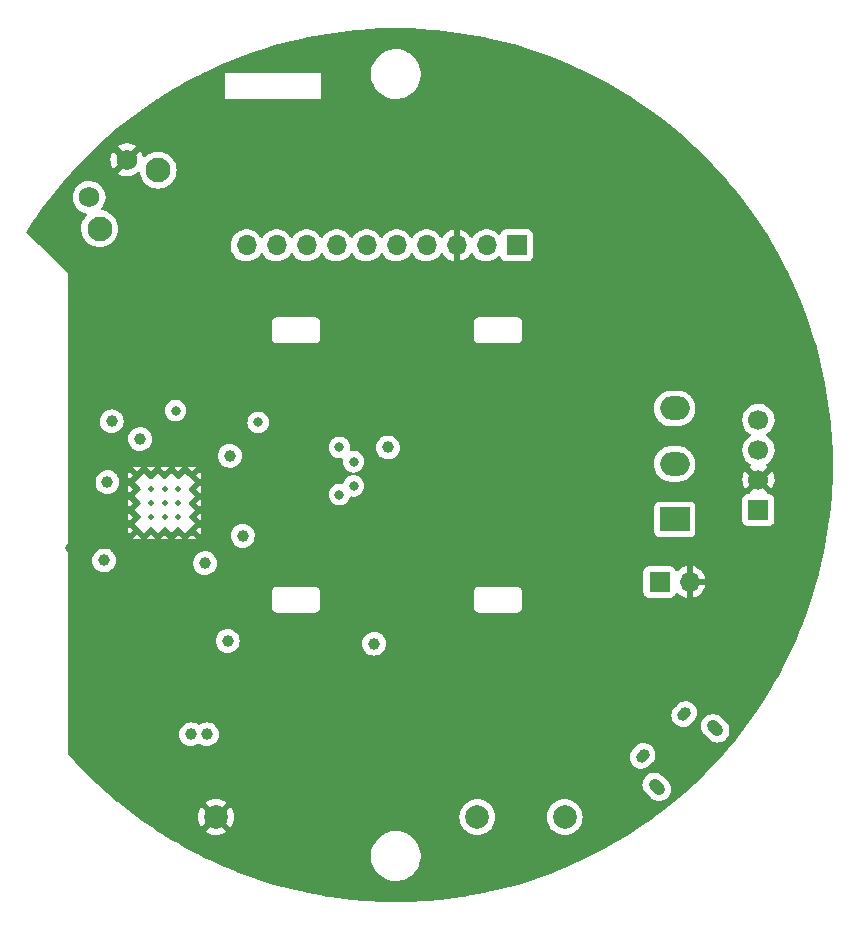
<source format=gbr>
%TF.GenerationSoftware,KiCad,Pcbnew,(6.0.4)*%
%TF.CreationDate,2022-03-21T16:24:48+00:00*%
%TF.ProjectId,Ball_Remote_Components,42616c6c-5f52-4656-9d6f-74655f436f6d,rev?*%
%TF.SameCoordinates,Original*%
%TF.FileFunction,Copper,L2,Inr*%
%TF.FilePolarity,Positive*%
%FSLAX46Y46*%
G04 Gerber Fmt 4.6, Leading zero omitted, Abs format (unit mm)*
G04 Created by KiCad (PCBNEW (6.0.4)) date 2022-03-21 16:24:48*
%MOMM*%
%LPD*%
G01*
G04 APERTURE LIST*
G04 Aperture macros list*
%AMHorizOval*
0 Thick line with rounded ends*
0 $1 width*
0 $2 $3 position (X,Y) of the first rounded end (center of the circle)*
0 $4 $5 position (X,Y) of the second rounded end (center of the circle)*
0 Add line between two ends*
20,1,$1,$2,$3,$4,$5,0*
0 Add two circle primitives to create the rounded ends*
1,1,$1,$2,$3*
1,1,$1,$4,$5*%
G04 Aperture macros list end*
%TA.AperFunction,ComponentPad*%
%ADD10C,2.000000*%
%TD*%
%TA.AperFunction,ComponentPad*%
%ADD11R,1.700000X1.700000*%
%TD*%
%TA.AperFunction,ComponentPad*%
%ADD12C,1.700000*%
%TD*%
%TA.AperFunction,ComponentPad*%
%ADD13R,2.500000X2.000000*%
%TD*%
%TA.AperFunction,ComponentPad*%
%ADD14O,2.500000X2.000000*%
%TD*%
%TA.AperFunction,ComponentPad*%
%ADD15HorizOval,0.950000X0.106066X0.106066X-0.106066X-0.106066X0*%
%TD*%
%TA.AperFunction,ComponentPad*%
%ADD16HorizOval,1.000000X-0.194454X0.194454X0.194454X-0.194454X0*%
%TD*%
%TA.AperFunction,ComponentPad*%
%ADD17O,1.700000X1.700000*%
%TD*%
%TA.AperFunction,ComponentPad*%
%ADD18C,0.500000*%
%TD*%
%TA.AperFunction,ComponentPad*%
%ADD19C,2.100000*%
%TD*%
%TA.AperFunction,ComponentPad*%
%ADD20C,1.750000*%
%TD*%
%TA.AperFunction,ViaPad*%
%ADD21C,1.000000*%
%TD*%
%TA.AperFunction,ViaPad*%
%ADD22C,0.400000*%
%TD*%
%TA.AperFunction,ViaPad*%
%ADD23C,0.800000*%
%TD*%
G04 APERTURE END LIST*
D10*
%TO.N,+2V8*%
%TO.C,TP2*%
X160175000Y-135087500D03*
%TD*%
D11*
%TO.N,+2V8*%
%TO.C,J3*%
X176575000Y-109097500D03*
D12*
%TO.N,GND*%
X176575000Y-106557500D03*
%TO.N,/SWIO*%
X176575000Y-104017500D03*
%TO.N,/SWCLK*%
X176575000Y-101477500D03*
%TD*%
D13*
%TO.N,/BATT_ON_OFF*%
%TO.C,SW1*%
X169475000Y-109887500D03*
D14*
%TO.N,/BATT+*%
X169475000Y-105187500D03*
%TO.N,unconnected-(SW1-Pad3)*%
X169475000Y-100487500D03*
%TD*%
D15*
%TO.N,*%
%TO.C,J2*%
X166762205Y-129910239D03*
X170297739Y-126374705D03*
D16*
X172914034Y-127576786D03*
%TO.N,unconnected-(J2-Pad6)*%
X167964286Y-132526534D03*
%TD*%
D10*
%TO.N,GND*%
%TO.C,TP1*%
X130637500Y-135087500D03*
%TD*%
D11*
%TO.N,unconnected-(J1-Pad1)*%
%TO.C,J1*%
X156100000Y-86687500D03*
D17*
%TO.N,+2V8*%
X153560000Y-86687500D03*
%TO.N,GND*%
X151020000Y-86687500D03*
%TO.N,/I2C_CLK*%
X148480000Y-86687500D03*
%TO.N,/12C_SDA*%
X145940000Y-86687500D03*
%TO.N,/G_INT*%
X143400000Y-86687500D03*
%TO.N,/G_RDY*%
X140860000Y-86687500D03*
%TO.N,unconnected-(J1-Pad8)*%
X138320000Y-86687500D03*
%TO.N,unconnected-(J1-Pad9)*%
X135780000Y-86687500D03*
%TO.N,unconnected-(J1-Pad10)*%
X133240000Y-86687500D03*
%TD*%
D18*
%TO.N,GND*%
%TO.C,U3*%
X128625000Y-107337500D03*
X123975000Y-107337500D03*
X123975000Y-109662500D03*
X125137500Y-107337500D03*
X128625000Y-106175000D03*
X125137500Y-109662500D03*
X126300000Y-109662500D03*
X125137500Y-108500000D03*
X127462500Y-108500000D03*
X128625000Y-108500000D03*
X127462500Y-109662500D03*
X126300000Y-107337500D03*
X125137500Y-106175000D03*
X126300000Y-110825000D03*
X123975000Y-110825000D03*
X127462500Y-110825000D03*
X123975000Y-108500000D03*
X126300000Y-108500000D03*
X128625000Y-109662500D03*
X126300000Y-106175000D03*
X125137500Y-110825000D03*
X127462500Y-107337500D03*
X127462500Y-106175000D03*
X128625000Y-110825000D03*
X123975000Y-106175000D03*
%TD*%
D19*
%TO.N,*%
%TO.C,RESET1*%
X120789959Y-85269884D03*
X125746778Y-80313066D03*
D20*
%TO.N,/RESET*%
X119913147Y-82625305D03*
%TO.N,GND*%
X123095128Y-79443324D03*
%TD*%
D10*
%TO.N,VCC*%
%TO.C,TP3*%
X152775000Y-135087500D03*
%TD*%
D11*
%TO.N,/BATT+*%
%TO.C,BT1*%
X168200000Y-115187500D03*
D17*
%TO.N,GND*%
X170740000Y-115187500D03*
%TD*%
D21*
%TO.N,GND*%
X134918750Y-110381250D03*
D22*
X118500000Y-98500000D03*
D23*
X158000000Y-113000000D03*
X147000000Y-80000000D03*
X150000000Y-118000000D03*
D22*
X122019174Y-110310500D03*
D23*
X120000000Y-119000000D03*
X129600000Y-115100000D03*
X162000000Y-101000000D03*
X162000000Y-91000000D03*
D22*
X118500000Y-107500000D03*
D23*
X142000000Y-110000000D03*
X139000000Y-100000000D03*
X152000000Y-102000000D03*
X177000000Y-115000000D03*
D22*
X118500000Y-103500000D03*
X118500000Y-101500000D03*
D21*
X143075000Y-121887500D03*
X132675000Y-128187500D03*
D23*
X125800000Y-115100000D03*
D22*
X120000000Y-109080000D03*
D23*
X162000000Y-81000000D03*
D22*
X118500000Y-105500000D03*
D23*
X132000000Y-80000000D03*
X142000000Y-94000000D03*
D22*
X119980000Y-110380000D03*
D21*
X129100000Y-121187500D03*
D22*
X118500000Y-117500000D03*
D21*
X139137500Y-124287500D03*
D23*
X127000000Y-87000000D03*
X163000000Y-132000000D03*
D22*
X118500000Y-99500000D03*
D23*
X119000000Y-90000000D03*
D22*
X120940000Y-109100000D03*
D23*
X127400000Y-115100000D03*
X143000000Y-116000000D03*
D22*
X118500000Y-100500000D03*
X118500000Y-116500000D03*
D23*
X132800000Y-118000000D03*
D21*
X126937500Y-122087500D03*
D23*
X128000000Y-96000000D03*
X149000000Y-94000000D03*
X175000000Y-124000000D03*
D22*
X120970000Y-110360000D03*
D21*
X169328544Y-125375024D03*
D22*
X118500000Y-102500000D03*
X118500000Y-111000000D03*
D21*
X127170517Y-113005441D03*
D22*
X118500000Y-113500000D03*
X118930000Y-110430000D03*
D23*
X154000000Y-108000000D03*
X122675000Y-123787500D03*
D22*
X118500000Y-114500000D03*
D23*
X177000000Y-96000000D03*
D21*
X124218750Y-100581250D03*
D23*
X151000000Y-127000000D03*
X163000000Y-126000000D03*
X119600000Y-113600000D03*
X120000000Y-130000000D03*
D21*
X145450000Y-121587500D03*
D23*
X164000000Y-118000000D03*
D22*
X118950000Y-109060000D03*
D23*
X155000000Y-72000000D03*
D22*
X118500000Y-115500000D03*
D23*
X139100000Y-128900000D03*
D22*
X118500000Y-104500000D03*
D23*
X118300000Y-112300000D03*
D22*
X118500000Y-106500000D03*
D21*
%TO.N,+2V8*%
X124219174Y-103080826D03*
X129718750Y-113600000D03*
X131818750Y-104500000D03*
X132918750Y-111281250D03*
X145200000Y-103800000D03*
X121460000Y-106740000D03*
X129875000Y-128087500D03*
X121170000Y-113360000D03*
X128537500Y-128087500D03*
%TO.N,/Battery_Level*%
X131637500Y-120187500D03*
X121818750Y-101581250D03*
D23*
%TO.N,/SPI_MISO*%
X142300000Y-107050000D03*
X142300000Y-105000000D03*
%TO.N,/SPI_MOSI*%
X141100000Y-103800000D03*
X141100000Y-107800000D03*
%TO.N,/BOOT0*%
X134218750Y-101681250D03*
X127218750Y-100681250D03*
D21*
%TO.N,/BATT_ON_OFF*%
X144037500Y-120412500D03*
%TD*%
%TA.AperFunction,Conductor*%
%TO.N,GND*%
G36*
X146183713Y-68300850D02*
G01*
X147034942Y-68314222D01*
X147038898Y-68314346D01*
X148195720Y-68368900D01*
X148199671Y-68369148D01*
X148776962Y-68414582D01*
X149354262Y-68460017D01*
X149358178Y-68460387D01*
X150509294Y-68587472D01*
X150513217Y-68587967D01*
X151659783Y-68751148D01*
X151663692Y-68751767D01*
X152199886Y-68845347D01*
X152804602Y-68950887D01*
X152808439Y-68951619D01*
X153352061Y-69064198D01*
X153942493Y-69186471D01*
X153946356Y-69187334D01*
X154763992Y-69383631D01*
X155072515Y-69457701D01*
X155076329Y-69458680D01*
X156193398Y-69764276D01*
X156197165Y-69765370D01*
X157304111Y-70105911D01*
X157307855Y-70107127D01*
X157436163Y-70151057D01*
X158403559Y-70482271D01*
X158407283Y-70483612D01*
X159096590Y-70744079D01*
X159487711Y-70891871D01*
X159490627Y-70892973D01*
X159494297Y-70894426D01*
X159942242Y-71079971D01*
X160564263Y-71337621D01*
X160567896Y-71339193D01*
X161067574Y-71564806D01*
X161623451Y-71815793D01*
X161627000Y-71817465D01*
X162181622Y-72089171D01*
X162667010Y-72326960D01*
X162670488Y-72328731D01*
X163694097Y-72870704D01*
X163697452Y-72872548D01*
X164256904Y-73191654D01*
X164703489Y-73446382D01*
X164706896Y-73448397D01*
X164978255Y-73614686D01*
X165694372Y-74053523D01*
X165697674Y-74055619D01*
X166063619Y-74296000D01*
X166665652Y-74691462D01*
X166668926Y-74693687D01*
X167616451Y-75359619D01*
X167619653Y-75361946D01*
X168545762Y-76057288D01*
X168548890Y-76059714D01*
X169452738Y-76783832D01*
X169455787Y-76786355D01*
X170336405Y-77538474D01*
X170339375Y-77541092D01*
X170885069Y-78037636D01*
X171156860Y-78284946D01*
X171195957Y-78320522D01*
X171198837Y-78323227D01*
X172030550Y-79129213D01*
X172033287Y-79131950D01*
X172741822Y-79863101D01*
X172839269Y-79963658D01*
X172841974Y-79966538D01*
X173007757Y-80148732D01*
X173621408Y-80823125D01*
X173624026Y-80826095D01*
X174376145Y-81706713D01*
X174378668Y-81709762D01*
X175102786Y-82613610D01*
X175105212Y-82616738D01*
X175800554Y-83542847D01*
X175802881Y-83546049D01*
X176468813Y-84493574D01*
X176471038Y-84496848D01*
X177095237Y-85447099D01*
X177106868Y-85464806D01*
X177108977Y-85468128D01*
X177344371Y-85852257D01*
X177714103Y-86455604D01*
X177716118Y-86459011D01*
X177885911Y-86756689D01*
X178289952Y-87465048D01*
X178291796Y-87468403D01*
X178833769Y-88492012D01*
X178835540Y-88495490D01*
X179073094Y-88980397D01*
X179345028Y-89535484D01*
X179346714Y-89539065D01*
X179823307Y-90594604D01*
X179824879Y-90598237D01*
X180268070Y-91668193D01*
X180269527Y-91671873D01*
X180678888Y-92755217D01*
X180680229Y-92758941D01*
X181055369Y-93854634D01*
X181056589Y-93858389D01*
X181395862Y-94961211D01*
X181397125Y-94965318D01*
X181398224Y-94969102D01*
X181405527Y-94995796D01*
X181703817Y-96086161D01*
X181704802Y-96089995D01*
X181975166Y-97216144D01*
X181976029Y-97220007D01*
X182210876Y-98354036D01*
X182211618Y-98357924D01*
X182410733Y-99498808D01*
X182411352Y-99502717D01*
X182574533Y-100649283D01*
X182575028Y-100653206D01*
X182698336Y-101770108D01*
X182702111Y-101804306D01*
X182702483Y-101808238D01*
X182717480Y-101998792D01*
X182793352Y-102962829D01*
X182793600Y-102966780D01*
X182848154Y-104123602D01*
X182848278Y-104127558D01*
X182859197Y-104822588D01*
X182862829Y-105053783D01*
X182866469Y-105285521D01*
X182866469Y-105289473D01*
X182864229Y-105432044D01*
X182848278Y-106447442D01*
X182848154Y-106451398D01*
X182793600Y-107608220D01*
X182793352Y-107612171D01*
X182762105Y-108009203D01*
X182707177Y-108707128D01*
X182702484Y-108766753D01*
X182702113Y-108770678D01*
X182603217Y-109666462D01*
X182575029Y-109921790D01*
X182574533Y-109925717D01*
X182411352Y-111072283D01*
X182410733Y-111076192D01*
X182333639Y-111517924D01*
X182212543Y-112211778D01*
X182211618Y-112217076D01*
X182210881Y-112220939D01*
X182119131Y-112663980D01*
X181976029Y-113354993D01*
X181975166Y-113358856D01*
X181799827Y-114089197D01*
X181711856Y-114455625D01*
X181704802Y-114485005D01*
X181703820Y-114488829D01*
X181402117Y-115591670D01*
X181398229Y-115605881D01*
X181397130Y-115609665D01*
X181118025Y-116516910D01*
X181056592Y-116716601D01*
X181055369Y-116720366D01*
X180680229Y-117816059D01*
X180678888Y-117819783D01*
X180269527Y-118903127D01*
X180268074Y-118906797D01*
X180124547Y-119253302D01*
X179824879Y-119976763D01*
X179823307Y-119980396D01*
X179714309Y-120221801D01*
X179366875Y-120991284D01*
X179346714Y-121035935D01*
X179345035Y-121039500D01*
X179163061Y-121410957D01*
X178835540Y-122079510D01*
X178833769Y-122082988D01*
X178291796Y-123106597D01*
X178289952Y-123109952D01*
X177916424Y-123764816D01*
X177716118Y-124115989D01*
X177714103Y-124119396D01*
X177108989Y-125106852D01*
X177106881Y-125110174D01*
X176641675Y-125818382D01*
X176471038Y-126078152D01*
X176468813Y-126081426D01*
X175802881Y-127028951D01*
X175800554Y-127032153D01*
X175105212Y-127958262D01*
X175102786Y-127961390D01*
X174378668Y-128865238D01*
X174376145Y-128868287D01*
X173624026Y-129748905D01*
X173621408Y-129751875D01*
X173414527Y-129979234D01*
X173011837Y-130421785D01*
X172841978Y-130608457D01*
X172839273Y-130611337D01*
X172033287Y-131443050D01*
X172030550Y-131445787D01*
X171198842Y-132251769D01*
X171195957Y-132254478D01*
X170339375Y-133033908D01*
X170336405Y-133036526D01*
X169455787Y-133788645D01*
X169452738Y-133791168D01*
X168548890Y-134515286D01*
X168545762Y-134517712D01*
X167619653Y-135213054D01*
X167616451Y-135215381D01*
X166668926Y-135881313D01*
X166665652Y-135883538D01*
X166562001Y-135951624D01*
X165697674Y-136519381D01*
X165694372Y-136521477D01*
X165310728Y-136756574D01*
X164706896Y-137126603D01*
X164703489Y-137128618D01*
X164352316Y-137328924D01*
X163697452Y-137702452D01*
X163694097Y-137704296D01*
X162670488Y-138246269D01*
X162667010Y-138248040D01*
X162653217Y-138254797D01*
X161627000Y-138757535D01*
X161623451Y-138759207D01*
X161067574Y-139010194D01*
X160567896Y-139235807D01*
X160564263Y-139237379D01*
X159942242Y-139495029D01*
X159704124Y-139593661D01*
X159494307Y-139680570D01*
X159490637Y-139682023D01*
X159212507Y-139787120D01*
X158407283Y-140091388D01*
X158403559Y-140092729D01*
X157744978Y-140318212D01*
X157307855Y-140467873D01*
X157304111Y-140469089D01*
X156197165Y-140809630D01*
X156193398Y-140810724D01*
X155076329Y-141116320D01*
X155072515Y-141117299D01*
X154763992Y-141191369D01*
X153946356Y-141387666D01*
X153942493Y-141388529D01*
X153352061Y-141510802D01*
X152808439Y-141623381D01*
X152804602Y-141624113D01*
X152199886Y-141729653D01*
X151663692Y-141823233D01*
X151659783Y-141823852D01*
X150513217Y-141987033D01*
X150509294Y-141987528D01*
X149358178Y-142114613D01*
X149354262Y-142114983D01*
X148776962Y-142160418D01*
X148199671Y-142205852D01*
X148195720Y-142206100D01*
X147038898Y-142260654D01*
X147034942Y-142260778D01*
X146183713Y-142274150D01*
X145876973Y-142278969D01*
X145873027Y-142278969D01*
X145566287Y-142274150D01*
X144715058Y-142260778D01*
X144711102Y-142260654D01*
X143554280Y-142206100D01*
X143550329Y-142205852D01*
X142973038Y-142160418D01*
X142395738Y-142114983D01*
X142391822Y-142114613D01*
X141240706Y-141987528D01*
X141236783Y-141987033D01*
X140090217Y-141823852D01*
X140086308Y-141823233D01*
X139550114Y-141729653D01*
X138945398Y-141624113D01*
X138941561Y-141623381D01*
X138397939Y-141510802D01*
X137807507Y-141388529D01*
X137803644Y-141387666D01*
X136986008Y-141191369D01*
X136677485Y-141117299D01*
X136673671Y-141116320D01*
X135556602Y-140810724D01*
X135552835Y-140809630D01*
X134445889Y-140469089D01*
X134442145Y-140467873D01*
X134005022Y-140318212D01*
X133346441Y-140092729D01*
X133342717Y-140091388D01*
X132537493Y-139787120D01*
X132259363Y-139682023D01*
X132255693Y-139680570D01*
X132045877Y-139593661D01*
X131807758Y-139495029D01*
X131185737Y-139237379D01*
X131182104Y-139235807D01*
X130682426Y-139010194D01*
X130126549Y-138759207D01*
X130123000Y-138757535D01*
X129638545Y-138520203D01*
X143765743Y-138520203D01*
X143803268Y-138805234D01*
X143879129Y-139082536D01*
X143880813Y-139086484D01*
X143945176Y-139237379D01*
X143991923Y-139346976D01*
X144139561Y-139593661D01*
X144319313Y-139818028D01*
X144527851Y-140015923D01*
X144761317Y-140183686D01*
X144765112Y-140185695D01*
X144765113Y-140185696D01*
X144786869Y-140197215D01*
X145015392Y-140318212D01*
X145285373Y-140417011D01*
X145566264Y-140478255D01*
X145594841Y-140480504D01*
X145789282Y-140495807D01*
X145789291Y-140495807D01*
X145791739Y-140496000D01*
X145947271Y-140496000D01*
X145949407Y-140495854D01*
X145949418Y-140495854D01*
X146157548Y-140481665D01*
X146157554Y-140481664D01*
X146161825Y-140481373D01*
X146166020Y-140480504D01*
X146166022Y-140480504D01*
X146302583Y-140452224D01*
X146443342Y-140423074D01*
X146714343Y-140327107D01*
X146969812Y-140195250D01*
X146973313Y-140192789D01*
X146973317Y-140192787D01*
X147117593Y-140091388D01*
X147205023Y-140029941D01*
X147415622Y-139834240D01*
X147597713Y-139611768D01*
X147747927Y-139366642D01*
X147804670Y-139237379D01*
X147861757Y-139107330D01*
X147863483Y-139103398D01*
X147942244Y-138826906D01*
X147982751Y-138542284D01*
X147982845Y-138524451D01*
X147984235Y-138259083D01*
X147984235Y-138259076D01*
X147984257Y-138254797D01*
X147983368Y-138248040D01*
X147947292Y-137974022D01*
X147946732Y-137969766D01*
X147870871Y-137692464D01*
X147758077Y-137428024D01*
X147610439Y-137181339D01*
X147430687Y-136956972D01*
X147222149Y-136759077D01*
X146988683Y-136591314D01*
X146966843Y-136579750D01*
X146943654Y-136567472D01*
X146734608Y-136456788D01*
X146464627Y-136357989D01*
X146183736Y-136296745D01*
X146152685Y-136294301D01*
X145960718Y-136279193D01*
X145960709Y-136279193D01*
X145958261Y-136279000D01*
X145802729Y-136279000D01*
X145800593Y-136279146D01*
X145800582Y-136279146D01*
X145592452Y-136293335D01*
X145592446Y-136293336D01*
X145588175Y-136293627D01*
X145583980Y-136294496D01*
X145583978Y-136294496D01*
X145505085Y-136310834D01*
X145306658Y-136351926D01*
X145035657Y-136447893D01*
X144780188Y-136579750D01*
X144776687Y-136582211D01*
X144776683Y-136582213D01*
X144766594Y-136589304D01*
X144544977Y-136745059D01*
X144334378Y-136940760D01*
X144152287Y-137163232D01*
X144002073Y-137408358D01*
X143886517Y-137671602D01*
X143807756Y-137948094D01*
X143767249Y-138232716D01*
X143767227Y-138237005D01*
X143767226Y-138237012D01*
X143765765Y-138515917D01*
X143765743Y-138520203D01*
X129638545Y-138520203D01*
X129096783Y-138254797D01*
X129082990Y-138248040D01*
X129079512Y-138246269D01*
X128055903Y-137704296D01*
X128052548Y-137702452D01*
X127397684Y-137328924D01*
X127046511Y-137128618D01*
X127043104Y-137126603D01*
X126439272Y-136756574D01*
X126055628Y-136521477D01*
X126052326Y-136519381D01*
X125749056Y-136320170D01*
X129769660Y-136320170D01*
X129775387Y-136327820D01*
X129946542Y-136432705D01*
X129955337Y-136437187D01*
X130165488Y-136524234D01*
X130174873Y-136527283D01*
X130396054Y-136580385D01*
X130405801Y-136581928D01*
X130632570Y-136599775D01*
X130642430Y-136599775D01*
X130869199Y-136581928D01*
X130878946Y-136580385D01*
X131100127Y-136527283D01*
X131109512Y-136524234D01*
X131319663Y-136437187D01*
X131328458Y-136432705D01*
X131495945Y-136330068D01*
X131505407Y-136319610D01*
X131501624Y-136310834D01*
X130650312Y-135459522D01*
X130636368Y-135451908D01*
X130634535Y-135452039D01*
X130627920Y-135456290D01*
X129776420Y-136307790D01*
X129769660Y-136320170D01*
X125749056Y-136320170D01*
X125187999Y-135951624D01*
X125084348Y-135883538D01*
X125081074Y-135881313D01*
X124133549Y-135215381D01*
X124130347Y-135213054D01*
X123969691Y-135092430D01*
X129125225Y-135092430D01*
X129143072Y-135319199D01*
X129144615Y-135328946D01*
X129197717Y-135550127D01*
X129200766Y-135559512D01*
X129287813Y-135769663D01*
X129292295Y-135778458D01*
X129394932Y-135945945D01*
X129405390Y-135955407D01*
X129414166Y-135951624D01*
X130265478Y-135100312D01*
X130271856Y-135088632D01*
X131001908Y-135088632D01*
X131002039Y-135090465D01*
X131006290Y-135097080D01*
X131857790Y-135948580D01*
X131870170Y-135955340D01*
X131877820Y-135949613D01*
X131982705Y-135778458D01*
X131987187Y-135769663D01*
X132074234Y-135559512D01*
X132077283Y-135550127D01*
X132130385Y-135328946D01*
X132131928Y-135319199D01*
X132149775Y-135092430D01*
X132149775Y-135087500D01*
X151261835Y-135087500D01*
X151280465Y-135324211D01*
X151335895Y-135555094D01*
X151337788Y-135559665D01*
X151337789Y-135559667D01*
X151424772Y-135769663D01*
X151426760Y-135774463D01*
X151429346Y-135778683D01*
X151548241Y-135972702D01*
X151548245Y-135972708D01*
X151550824Y-135976916D01*
X151705031Y-136157469D01*
X151885584Y-136311676D01*
X151889792Y-136314255D01*
X151889798Y-136314259D01*
X152083084Y-136432705D01*
X152088037Y-136435740D01*
X152092607Y-136437633D01*
X152092611Y-136437635D01*
X152302833Y-136524711D01*
X152307406Y-136526605D01*
X152387609Y-136545860D01*
X152533476Y-136580880D01*
X152533482Y-136580881D01*
X152538289Y-136582035D01*
X152775000Y-136600665D01*
X153011711Y-136582035D01*
X153016518Y-136580881D01*
X153016524Y-136580880D01*
X153162391Y-136545860D01*
X153242594Y-136526605D01*
X153247167Y-136524711D01*
X153457389Y-136437635D01*
X153457393Y-136437633D01*
X153461963Y-136435740D01*
X153466916Y-136432705D01*
X153660202Y-136314259D01*
X153660208Y-136314255D01*
X153664416Y-136311676D01*
X153844969Y-136157469D01*
X153999176Y-135976916D01*
X154001755Y-135972708D01*
X154001759Y-135972702D01*
X154120654Y-135778683D01*
X154123240Y-135774463D01*
X154125229Y-135769663D01*
X154212211Y-135559667D01*
X154212212Y-135559665D01*
X154214105Y-135555094D01*
X154269535Y-135324211D01*
X154288165Y-135087500D01*
X158661835Y-135087500D01*
X158680465Y-135324211D01*
X158735895Y-135555094D01*
X158737788Y-135559665D01*
X158737789Y-135559667D01*
X158824772Y-135769663D01*
X158826760Y-135774463D01*
X158829346Y-135778683D01*
X158948241Y-135972702D01*
X158948245Y-135972708D01*
X158950824Y-135976916D01*
X159105031Y-136157469D01*
X159285584Y-136311676D01*
X159289792Y-136314255D01*
X159289798Y-136314259D01*
X159483084Y-136432705D01*
X159488037Y-136435740D01*
X159492607Y-136437633D01*
X159492611Y-136437635D01*
X159702833Y-136524711D01*
X159707406Y-136526605D01*
X159787609Y-136545860D01*
X159933476Y-136580880D01*
X159933482Y-136580881D01*
X159938289Y-136582035D01*
X160175000Y-136600665D01*
X160411711Y-136582035D01*
X160416518Y-136580881D01*
X160416524Y-136580880D01*
X160562391Y-136545860D01*
X160642594Y-136526605D01*
X160647167Y-136524711D01*
X160857389Y-136437635D01*
X160857393Y-136437633D01*
X160861963Y-136435740D01*
X160866916Y-136432705D01*
X161060202Y-136314259D01*
X161060208Y-136314255D01*
X161064416Y-136311676D01*
X161244969Y-136157469D01*
X161399176Y-135976916D01*
X161401755Y-135972708D01*
X161401759Y-135972702D01*
X161520654Y-135778683D01*
X161523240Y-135774463D01*
X161525229Y-135769663D01*
X161612211Y-135559667D01*
X161612212Y-135559665D01*
X161614105Y-135555094D01*
X161669535Y-135324211D01*
X161688165Y-135087500D01*
X161669535Y-134850789D01*
X161614105Y-134619906D01*
X161571281Y-134516519D01*
X161525135Y-134405111D01*
X161525133Y-134405107D01*
X161523240Y-134400537D01*
X161520654Y-134396317D01*
X161401759Y-134202298D01*
X161401755Y-134202292D01*
X161399176Y-134198084D01*
X161244969Y-134017531D01*
X161064416Y-133863324D01*
X161060208Y-133860745D01*
X161060202Y-133860741D01*
X160866183Y-133741846D01*
X160861963Y-133739260D01*
X160857393Y-133737367D01*
X160857389Y-133737365D01*
X160647167Y-133650289D01*
X160647165Y-133650288D01*
X160642594Y-133648395D01*
X160562391Y-133629140D01*
X160416524Y-133594120D01*
X160416518Y-133594119D01*
X160411711Y-133592965D01*
X160175000Y-133574335D01*
X159938289Y-133592965D01*
X159933482Y-133594119D01*
X159933476Y-133594120D01*
X159787609Y-133629140D01*
X159707406Y-133648395D01*
X159702835Y-133650288D01*
X159702833Y-133650289D01*
X159492611Y-133737365D01*
X159492607Y-133737367D01*
X159488037Y-133739260D01*
X159483817Y-133741846D01*
X159289798Y-133860741D01*
X159289792Y-133860745D01*
X159285584Y-133863324D01*
X159105031Y-134017531D01*
X158950824Y-134198084D01*
X158948245Y-134202292D01*
X158948241Y-134202298D01*
X158829346Y-134396317D01*
X158826760Y-134400537D01*
X158824867Y-134405107D01*
X158824865Y-134405111D01*
X158778719Y-134516519D01*
X158735895Y-134619906D01*
X158680465Y-134850789D01*
X158661835Y-135087500D01*
X154288165Y-135087500D01*
X154269535Y-134850789D01*
X154214105Y-134619906D01*
X154171281Y-134516519D01*
X154125135Y-134405111D01*
X154125133Y-134405107D01*
X154123240Y-134400537D01*
X154120654Y-134396317D01*
X154001759Y-134202298D01*
X154001755Y-134202292D01*
X153999176Y-134198084D01*
X153844969Y-134017531D01*
X153664416Y-133863324D01*
X153660208Y-133860745D01*
X153660202Y-133860741D01*
X153466183Y-133741846D01*
X153461963Y-133739260D01*
X153457393Y-133737367D01*
X153457389Y-133737365D01*
X153247167Y-133650289D01*
X153247165Y-133650288D01*
X153242594Y-133648395D01*
X153162391Y-133629140D01*
X153016524Y-133594120D01*
X153016518Y-133594119D01*
X153011711Y-133592965D01*
X152775000Y-133574335D01*
X152538289Y-133592965D01*
X152533482Y-133594119D01*
X152533476Y-133594120D01*
X152387609Y-133629140D01*
X152307406Y-133648395D01*
X152302835Y-133650288D01*
X152302833Y-133650289D01*
X152092611Y-133737365D01*
X152092607Y-133737367D01*
X152088037Y-133739260D01*
X152083817Y-133741846D01*
X151889798Y-133860741D01*
X151889792Y-133860745D01*
X151885584Y-133863324D01*
X151705031Y-134017531D01*
X151550824Y-134198084D01*
X151548245Y-134202292D01*
X151548241Y-134202298D01*
X151429346Y-134396317D01*
X151426760Y-134400537D01*
X151424867Y-134405107D01*
X151424865Y-134405111D01*
X151378719Y-134516519D01*
X151335895Y-134619906D01*
X151280465Y-134850789D01*
X151261835Y-135087500D01*
X132149775Y-135087500D01*
X132149775Y-135082570D01*
X132131928Y-134855801D01*
X132130385Y-134846054D01*
X132077283Y-134624873D01*
X132074234Y-134615488D01*
X131987187Y-134405337D01*
X131982705Y-134396542D01*
X131880068Y-134229055D01*
X131869610Y-134219593D01*
X131860834Y-134223376D01*
X131009522Y-135074688D01*
X131001908Y-135088632D01*
X130271856Y-135088632D01*
X130273092Y-135086368D01*
X130272961Y-135084535D01*
X130268710Y-135077920D01*
X129417210Y-134226420D01*
X129404830Y-134219660D01*
X129397180Y-134225387D01*
X129292295Y-134396542D01*
X129287813Y-134405337D01*
X129200766Y-134615488D01*
X129197717Y-134624873D01*
X129144615Y-134846054D01*
X129143072Y-134855801D01*
X129125225Y-135082570D01*
X129125225Y-135092430D01*
X123969691Y-135092430D01*
X123204238Y-134517712D01*
X123201110Y-134515286D01*
X122377424Y-133855390D01*
X129769593Y-133855390D01*
X129773376Y-133864166D01*
X130624688Y-134715478D01*
X130638632Y-134723092D01*
X130640465Y-134722961D01*
X130647080Y-134718710D01*
X131498580Y-133867210D01*
X131505340Y-133854830D01*
X131499613Y-133847180D01*
X131328458Y-133742295D01*
X131319663Y-133737813D01*
X131109512Y-133650766D01*
X131100127Y-133647717D01*
X130878946Y-133594615D01*
X130869199Y-133593072D01*
X130642430Y-133575225D01*
X130632570Y-133575225D01*
X130405801Y-133593072D01*
X130396054Y-133594615D01*
X130174873Y-133647717D01*
X130165488Y-133650766D01*
X129955337Y-133737813D01*
X129946542Y-133742295D01*
X129779055Y-133844932D01*
X129769593Y-133855390D01*
X122377424Y-133855390D01*
X122297262Y-133791168D01*
X122294213Y-133788645D01*
X121413595Y-133036526D01*
X121410625Y-133033908D01*
X120627664Y-132321468D01*
X166756508Y-132321468D01*
X166773745Y-132518493D01*
X166775464Y-132524410D01*
X166775465Y-132524415D01*
X166813446Y-132655144D01*
X166828923Y-132708416D01*
X166919940Y-132884006D01*
X167016570Y-133005053D01*
X167480815Y-133469297D01*
X167595001Y-133563091D01*
X167769303Y-133656550D01*
X167877959Y-133689770D01*
X167952540Y-133712572D01*
X167952542Y-133712572D01*
X167958438Y-133714375D01*
X168016291Y-133720252D01*
X168149074Y-133733740D01*
X168149079Y-133733740D01*
X168155202Y-133734362D01*
X168279265Y-133722634D01*
X168345969Y-133716329D01*
X168345971Y-133716329D01*
X168352102Y-133715749D01*
X168446869Y-133687498D01*
X168535733Y-133661007D01*
X168535735Y-133661006D01*
X168541636Y-133659247D01*
X168716586Y-133567006D01*
X168870287Y-133442541D01*
X168996886Y-133290592D01*
X169091562Y-133116947D01*
X169150705Y-132928220D01*
X169154986Y-132888816D01*
X169171399Y-132737725D01*
X169171399Y-132737721D01*
X169172064Y-132731600D01*
X169154827Y-132534575D01*
X169153108Y-132528658D01*
X169153107Y-132528653D01*
X169101367Y-132350566D01*
X169099649Y-132344652D01*
X169008632Y-132169062D01*
X168912002Y-132048015D01*
X168447757Y-131583771D01*
X168333571Y-131489977D01*
X168159269Y-131396518D01*
X168050613Y-131363298D01*
X167976032Y-131340496D01*
X167976030Y-131340496D01*
X167970134Y-131338693D01*
X167912281Y-131332816D01*
X167779498Y-131319328D01*
X167779493Y-131319328D01*
X167773370Y-131318706D01*
X167649307Y-131330434D01*
X167582603Y-131336739D01*
X167582601Y-131336739D01*
X167576470Y-131337319D01*
X167481703Y-131365570D01*
X167392839Y-131392061D01*
X167392837Y-131392062D01*
X167386936Y-131393821D01*
X167211986Y-131486062D01*
X167058285Y-131610527D01*
X166931686Y-131762476D01*
X166837010Y-131936121D01*
X166777867Y-132124848D01*
X166777202Y-132130971D01*
X166777201Y-132130975D01*
X166773278Y-132167092D01*
X166756508Y-132321468D01*
X120627664Y-132321468D01*
X120554043Y-132254478D01*
X120551158Y-132251769D01*
X119719450Y-131445787D01*
X119716713Y-131443050D01*
X118910727Y-130611337D01*
X118908022Y-130608457D01*
X118738164Y-130421785D01*
X118391183Y-130040458D01*
X165667862Y-130040458D01*
X165692904Y-130238686D01*
X165757293Y-130427828D01*
X165858400Y-130600161D01*
X165992095Y-130748644D01*
X166152915Y-130867210D01*
X166334291Y-130951018D01*
X166528815Y-130996643D01*
X166641196Y-130999782D01*
X166722158Y-131002044D01*
X166722161Y-131002044D01*
X166728540Y-131002222D01*
X166925308Y-130967526D01*
X167111080Y-130893974D01*
X167116427Y-130890475D01*
X167274215Y-130787221D01*
X167274219Y-130787218D01*
X167278267Y-130784569D01*
X167283151Y-130780172D01*
X167599019Y-130464304D01*
X167628768Y-130427828D01*
X167689546Y-130353307D01*
X167689547Y-130353306D01*
X167693578Y-130348363D01*
X167786146Y-130171296D01*
X167841219Y-129979234D01*
X167856548Y-129780020D01*
X167831506Y-129581792D01*
X167767117Y-129392650D01*
X167666010Y-129220317D01*
X167532315Y-129071834D01*
X167371495Y-128953268D01*
X167190119Y-128869460D01*
X166995595Y-128823835D01*
X166883214Y-128820696D01*
X166802252Y-128818434D01*
X166802249Y-128818434D01*
X166795870Y-128818256D01*
X166599102Y-128852952D01*
X166413330Y-128926504D01*
X166407983Y-128930003D01*
X166250195Y-129033257D01*
X166250191Y-129033260D01*
X166246143Y-129035909D01*
X166241259Y-129040306D01*
X165925391Y-129356174D01*
X165830832Y-129472115D01*
X165738264Y-129649182D01*
X165683191Y-129841244D01*
X165667862Y-130040458D01*
X118391183Y-130040458D01*
X118335473Y-129979234D01*
X118128592Y-129751875D01*
X118125994Y-129748929D01*
X118105188Y-129724568D01*
X118076158Y-129659780D01*
X118075000Y-129642739D01*
X118075000Y-128073351D01*
X127524219Y-128073351D01*
X127540768Y-128270434D01*
X127595283Y-128460550D01*
X127598102Y-128466035D01*
X127675821Y-128617258D01*
X127685687Y-128636456D01*
X127808535Y-128791453D01*
X127813228Y-128795447D01*
X127813229Y-128795448D01*
X127879496Y-128851845D01*
X127959150Y-128919636D01*
X128131794Y-129016124D01*
X128319892Y-129077240D01*
X128516277Y-129100658D01*
X128522412Y-129100186D01*
X128522414Y-129100186D01*
X128707330Y-129085957D01*
X128707334Y-129085956D01*
X128713472Y-129085484D01*
X128903963Y-129032298D01*
X128909467Y-129029518D01*
X128909469Y-129029517D01*
X129074995Y-128945904D01*
X129074997Y-128945903D01*
X129080496Y-128943125D01*
X129126607Y-128907100D01*
X129192597Y-128880923D01*
X129262268Y-128894580D01*
X129285840Y-128910436D01*
X129296650Y-128919636D01*
X129469294Y-129016124D01*
X129657392Y-129077240D01*
X129853777Y-129100658D01*
X129859912Y-129100186D01*
X129859914Y-129100186D01*
X130044830Y-129085957D01*
X130044834Y-129085956D01*
X130050972Y-129085484D01*
X130241463Y-129032298D01*
X130246967Y-129029518D01*
X130246969Y-129029517D01*
X130412495Y-128945904D01*
X130412497Y-128945903D01*
X130417996Y-128943125D01*
X130573847Y-128821361D01*
X130703078Y-128671645D01*
X130800769Y-128499679D01*
X130863197Y-128312013D01*
X130887985Y-128115795D01*
X130888380Y-128087500D01*
X130869080Y-127890667D01*
X130811916Y-127701331D01*
X130719066Y-127526704D01*
X130648709Y-127440438D01*
X130597960Y-127378213D01*
X130597957Y-127378210D01*
X130594065Y-127373438D01*
X130587724Y-127368192D01*
X130446425Y-127251299D01*
X130446421Y-127251297D01*
X130441675Y-127247370D01*
X130267701Y-127153302D01*
X130078768Y-127094818D01*
X130072643Y-127094174D01*
X130072642Y-127094174D01*
X129888204Y-127074789D01*
X129888202Y-127074789D01*
X129882075Y-127074145D01*
X129799576Y-127081653D01*
X129691251Y-127091511D01*
X129691248Y-127091512D01*
X129685112Y-127092070D01*
X129679206Y-127093808D01*
X129679202Y-127093809D01*
X129574076Y-127124749D01*
X129495381Y-127147910D01*
X129489923Y-127150763D01*
X129489919Y-127150765D01*
X129399147Y-127198220D01*
X129320110Y-127239540D01*
X129285890Y-127267054D01*
X129220270Y-127294149D01*
X129150415Y-127281466D01*
X129126626Y-127265942D01*
X129108924Y-127251298D01*
X129108919Y-127251295D01*
X129104175Y-127247370D01*
X128930201Y-127153302D01*
X128741268Y-127094818D01*
X128735143Y-127094174D01*
X128735142Y-127094174D01*
X128550704Y-127074789D01*
X128550702Y-127074789D01*
X128544575Y-127074145D01*
X128462076Y-127081653D01*
X128353751Y-127091511D01*
X128353748Y-127091512D01*
X128347612Y-127092070D01*
X128341706Y-127093808D01*
X128341702Y-127093809D01*
X128236576Y-127124749D01*
X128157881Y-127147910D01*
X128152423Y-127150763D01*
X128152419Y-127150765D01*
X128061647Y-127198220D01*
X127982610Y-127239540D01*
X127828475Y-127363468D01*
X127701346Y-127514974D01*
X127698379Y-127520372D01*
X127698375Y-127520377D01*
X127637415Y-127631265D01*
X127606067Y-127688287D01*
X127604206Y-127694154D01*
X127604205Y-127694156D01*
X127585617Y-127752754D01*
X127546265Y-127876806D01*
X127524219Y-128073351D01*
X118075000Y-128073351D01*
X118075000Y-126504924D01*
X169203396Y-126504924D01*
X169228438Y-126703152D01*
X169292827Y-126892294D01*
X169296057Y-126897799D01*
X169374882Y-127032153D01*
X169393934Y-127064627D01*
X169527629Y-127213110D01*
X169688449Y-127331676D01*
X169869825Y-127415484D01*
X170064349Y-127461109D01*
X170176730Y-127464248D01*
X170257692Y-127466510D01*
X170257695Y-127466510D01*
X170264074Y-127466688D01*
X170460842Y-127431992D01*
X170613072Y-127371720D01*
X171706256Y-127371720D01*
X171723493Y-127568745D01*
X171725212Y-127574662D01*
X171725213Y-127574667D01*
X171741657Y-127631265D01*
X171778671Y-127758668D01*
X171869688Y-127934258D01*
X171966318Y-128055305D01*
X172430563Y-128519549D01*
X172544749Y-128613343D01*
X172550182Y-128616256D01*
X172643485Y-128666284D01*
X172719051Y-128706802D01*
X172827707Y-128740022D01*
X172902288Y-128762824D01*
X172902290Y-128762824D01*
X172908186Y-128764627D01*
X172966039Y-128770504D01*
X173098822Y-128783992D01*
X173098827Y-128783992D01*
X173104950Y-128784614D01*
X173229013Y-128772886D01*
X173295717Y-128766581D01*
X173295719Y-128766581D01*
X173301850Y-128766001D01*
X173396617Y-128737750D01*
X173485481Y-128711259D01*
X173485483Y-128711258D01*
X173491384Y-128709499D01*
X173666334Y-128617258D01*
X173820035Y-128492793D01*
X173946634Y-128340844D01*
X174041310Y-128167199D01*
X174100453Y-127978472D01*
X174102649Y-127958262D01*
X174121147Y-127787977D01*
X174121147Y-127787973D01*
X174121812Y-127781852D01*
X174104575Y-127584827D01*
X174102856Y-127578910D01*
X174102855Y-127578905D01*
X174051115Y-127400818D01*
X174049397Y-127394904D01*
X173958380Y-127219314D01*
X173861750Y-127098267D01*
X173397505Y-126634023D01*
X173283319Y-126540229D01*
X173109017Y-126446770D01*
X173000361Y-126413550D01*
X172925780Y-126390748D01*
X172925778Y-126390748D01*
X172919882Y-126388945D01*
X172862029Y-126383068D01*
X172729246Y-126369580D01*
X172729241Y-126369580D01*
X172723118Y-126368958D01*
X172599055Y-126380686D01*
X172532351Y-126386991D01*
X172532349Y-126386991D01*
X172526218Y-126387571D01*
X172431451Y-126415822D01*
X172342587Y-126442313D01*
X172342585Y-126442314D01*
X172336684Y-126444073D01*
X172161734Y-126536314D01*
X172156948Y-126540190D01*
X172156946Y-126540191D01*
X172016099Y-126654247D01*
X172008033Y-126660779D01*
X172004088Y-126665514D01*
X171886061Y-126807175D01*
X171881434Y-126812728D01*
X171786758Y-126986373D01*
X171727615Y-127175100D01*
X171726950Y-127181223D01*
X171726949Y-127181227D01*
X171707572Y-127359604D01*
X171706256Y-127371720D01*
X170613072Y-127371720D01*
X170646614Y-127358440D01*
X170651961Y-127354941D01*
X170809749Y-127251687D01*
X170809753Y-127251684D01*
X170813801Y-127249035D01*
X170818685Y-127244638D01*
X171134553Y-126928770D01*
X171229112Y-126812829D01*
X171321680Y-126635762D01*
X171376753Y-126443700D01*
X171392082Y-126244486D01*
X171367040Y-126046258D01*
X171302651Y-125857116D01*
X171201544Y-125684783D01*
X171067849Y-125536300D01*
X170907029Y-125417734D01*
X170725653Y-125333926D01*
X170531129Y-125288301D01*
X170418748Y-125285162D01*
X170337786Y-125282900D01*
X170337783Y-125282900D01*
X170331404Y-125282722D01*
X170134636Y-125317418D01*
X169948864Y-125390970D01*
X169943517Y-125394469D01*
X169785729Y-125497723D01*
X169785725Y-125497726D01*
X169781677Y-125500375D01*
X169776793Y-125504772D01*
X169460925Y-125820640D01*
X169366366Y-125936581D01*
X169273798Y-126113648D01*
X169218725Y-126305710D01*
X169218236Y-126312069D01*
X169207647Y-126449683D01*
X169203396Y-126504924D01*
X118075000Y-126504924D01*
X118075000Y-120173351D01*
X130624219Y-120173351D01*
X130640768Y-120370434D01*
X130695283Y-120560550D01*
X130785687Y-120736456D01*
X130908535Y-120891453D01*
X130913228Y-120895447D01*
X130913229Y-120895448D01*
X131032136Y-120996645D01*
X131059150Y-121019636D01*
X131231794Y-121116124D01*
X131419892Y-121177240D01*
X131616277Y-121200658D01*
X131622412Y-121200186D01*
X131622414Y-121200186D01*
X131807330Y-121185957D01*
X131807334Y-121185956D01*
X131813472Y-121185484D01*
X132003963Y-121132298D01*
X132009467Y-121129518D01*
X132009469Y-121129517D01*
X132174995Y-121045904D01*
X132174997Y-121045903D01*
X132180496Y-121043125D01*
X132336347Y-120921361D01*
X132465578Y-120771645D01*
X132563269Y-120599679D01*
X132625697Y-120412013D01*
X132627423Y-120398351D01*
X143024219Y-120398351D01*
X143040768Y-120595434D01*
X143042467Y-120601358D01*
X143091296Y-120771645D01*
X143095283Y-120785550D01*
X143185687Y-120961456D01*
X143308535Y-121116453D01*
X143313228Y-121120447D01*
X143313229Y-121120448D01*
X143377723Y-121175336D01*
X143459150Y-121244636D01*
X143631794Y-121341124D01*
X143819892Y-121402240D01*
X144016277Y-121425658D01*
X144022412Y-121425186D01*
X144022414Y-121425186D01*
X144207330Y-121410957D01*
X144207334Y-121410956D01*
X144213472Y-121410484D01*
X144403963Y-121357298D01*
X144409467Y-121354518D01*
X144409469Y-121354517D01*
X144574995Y-121270904D01*
X144574997Y-121270903D01*
X144580496Y-121268125D01*
X144736347Y-121146361D01*
X144845733Y-121019636D01*
X144861549Y-121001313D01*
X144861550Y-121001311D01*
X144865578Y-120996645D01*
X144963269Y-120824679D01*
X145025697Y-120637013D01*
X145050485Y-120440795D01*
X145050880Y-120412500D01*
X145031580Y-120215667D01*
X144974416Y-120026331D01*
X144881566Y-119851704D01*
X144811209Y-119765438D01*
X144760460Y-119703213D01*
X144760457Y-119703210D01*
X144756565Y-119698438D01*
X144750224Y-119693192D01*
X144608925Y-119576299D01*
X144608921Y-119576297D01*
X144604175Y-119572370D01*
X144430201Y-119478302D01*
X144241268Y-119419818D01*
X144235143Y-119419174D01*
X144235142Y-119419174D01*
X144050704Y-119399789D01*
X144050702Y-119399789D01*
X144044575Y-119399145D01*
X143962076Y-119406653D01*
X143853751Y-119416511D01*
X143853748Y-119416512D01*
X143847612Y-119417070D01*
X143841706Y-119418808D01*
X143841702Y-119418809D01*
X143736576Y-119449749D01*
X143657881Y-119472910D01*
X143652423Y-119475763D01*
X143652419Y-119475765D01*
X143561647Y-119523220D01*
X143482610Y-119564540D01*
X143328475Y-119688468D01*
X143201346Y-119839974D01*
X143198379Y-119845372D01*
X143198375Y-119845377D01*
X143126146Y-119976763D01*
X143106067Y-120013287D01*
X143104206Y-120019154D01*
X143104205Y-120019156D01*
X143048127Y-120195936D01*
X143046265Y-120201806D01*
X143024219Y-120398351D01*
X132627423Y-120398351D01*
X132650485Y-120215795D01*
X132650880Y-120187500D01*
X132631580Y-119990667D01*
X132574416Y-119801331D01*
X132481566Y-119626704D01*
X132362922Y-119481232D01*
X132360460Y-119478213D01*
X132360457Y-119478210D01*
X132356565Y-119473438D01*
X132350224Y-119468192D01*
X132208925Y-119351299D01*
X132208921Y-119351297D01*
X132204175Y-119347370D01*
X132030201Y-119253302D01*
X131841268Y-119194818D01*
X131835143Y-119194174D01*
X131835142Y-119194174D01*
X131650704Y-119174789D01*
X131650702Y-119174789D01*
X131644575Y-119174145D01*
X131562076Y-119181653D01*
X131453751Y-119191511D01*
X131453748Y-119191512D01*
X131447612Y-119192070D01*
X131441706Y-119193808D01*
X131441702Y-119193809D01*
X131336576Y-119224749D01*
X131257881Y-119247910D01*
X131252423Y-119250763D01*
X131252419Y-119250765D01*
X131194209Y-119281197D01*
X131082610Y-119339540D01*
X130928475Y-119463468D01*
X130801346Y-119614974D01*
X130798379Y-119620372D01*
X130798375Y-119620377D01*
X130719595Y-119763680D01*
X130706067Y-119788287D01*
X130704206Y-119794154D01*
X130704205Y-119794156D01*
X130691170Y-119835247D01*
X130646265Y-119976806D01*
X130624219Y-120173351D01*
X118075000Y-120173351D01*
X118075000Y-117357221D01*
X135366024Y-117357221D01*
X135368491Y-117365852D01*
X135374150Y-117385653D01*
X135377728Y-117402415D01*
X135381920Y-117431687D01*
X135385634Y-117439855D01*
X135385634Y-117439856D01*
X135392548Y-117455062D01*
X135398996Y-117472586D01*
X135406051Y-117497271D01*
X135410843Y-117504865D01*
X135410844Y-117504868D01*
X135421830Y-117522280D01*
X135429969Y-117537363D01*
X135442208Y-117564282D01*
X135448069Y-117571084D01*
X135458970Y-117583735D01*
X135470073Y-117598739D01*
X135483776Y-117620458D01*
X135490501Y-117626397D01*
X135490504Y-117626401D01*
X135505938Y-117640032D01*
X135517982Y-117652224D01*
X135531427Y-117667827D01*
X135531430Y-117667829D01*
X135537287Y-117674627D01*
X135544816Y-117679507D01*
X135544817Y-117679508D01*
X135558835Y-117688594D01*
X135573709Y-117699885D01*
X135586217Y-117710931D01*
X135592951Y-117716878D01*
X135619711Y-117729442D01*
X135634691Y-117737763D01*
X135651983Y-117748971D01*
X135651988Y-117748973D01*
X135659515Y-117753852D01*
X135668108Y-117756422D01*
X135668113Y-117756424D01*
X135684120Y-117761211D01*
X135701564Y-117767872D01*
X135716676Y-117774967D01*
X135716678Y-117774968D01*
X135724800Y-117778781D01*
X135733667Y-117780162D01*
X135733668Y-117780162D01*
X135736353Y-117780580D01*
X135754017Y-117783330D01*
X135770732Y-117787113D01*
X135790466Y-117793015D01*
X135790472Y-117793016D01*
X135799066Y-117795586D01*
X135808037Y-117795641D01*
X135808038Y-117795641D01*
X135818097Y-117795702D01*
X135833506Y-117795796D01*
X135834289Y-117795829D01*
X135835386Y-117796000D01*
X135866377Y-117796000D01*
X135867147Y-117796002D01*
X135940785Y-117796452D01*
X135940786Y-117796452D01*
X135944721Y-117796476D01*
X135946065Y-117796092D01*
X135947410Y-117796000D01*
X138966377Y-117796000D01*
X138967148Y-117796002D01*
X139044721Y-117796476D01*
X139073152Y-117788350D01*
X139089915Y-117784772D01*
X139090753Y-117784652D01*
X139119187Y-117780580D01*
X139142564Y-117769951D01*
X139160087Y-117763504D01*
X139184771Y-117756449D01*
X139192365Y-117751657D01*
X139192368Y-117751656D01*
X139209780Y-117740670D01*
X139224865Y-117732530D01*
X139251782Y-117720292D01*
X139271235Y-117703530D01*
X139286239Y-117692427D01*
X139307958Y-117678724D01*
X139313897Y-117671999D01*
X139313901Y-117671996D01*
X139327532Y-117656562D01*
X139339724Y-117644518D01*
X139355327Y-117631073D01*
X139355329Y-117631070D01*
X139362127Y-117625213D01*
X139376094Y-117603665D01*
X139387385Y-117588791D01*
X139398431Y-117576283D01*
X139398432Y-117576282D01*
X139404378Y-117569549D01*
X139416943Y-117542787D01*
X139425263Y-117527809D01*
X139436471Y-117510517D01*
X139436473Y-117510512D01*
X139441352Y-117502985D01*
X139443922Y-117494392D01*
X139443924Y-117494387D01*
X139448711Y-117478380D01*
X139455372Y-117460936D01*
X139462467Y-117445824D01*
X139462468Y-117445822D01*
X139466281Y-117437700D01*
X139470830Y-117408483D01*
X139474613Y-117391768D01*
X139480515Y-117372034D01*
X139480516Y-117372028D01*
X139483086Y-117363434D01*
X139483124Y-117357221D01*
X152466024Y-117357221D01*
X152468491Y-117365852D01*
X152474150Y-117385653D01*
X152477728Y-117402415D01*
X152481920Y-117431687D01*
X152485634Y-117439855D01*
X152485634Y-117439856D01*
X152492548Y-117455062D01*
X152498996Y-117472586D01*
X152506051Y-117497271D01*
X152510843Y-117504865D01*
X152510844Y-117504868D01*
X152521830Y-117522280D01*
X152529969Y-117537363D01*
X152542208Y-117564282D01*
X152548069Y-117571084D01*
X152558970Y-117583735D01*
X152570073Y-117598739D01*
X152583776Y-117620458D01*
X152590501Y-117626397D01*
X152590504Y-117626401D01*
X152605938Y-117640032D01*
X152617982Y-117652224D01*
X152631427Y-117667827D01*
X152631430Y-117667829D01*
X152637287Y-117674627D01*
X152644816Y-117679507D01*
X152644817Y-117679508D01*
X152658835Y-117688594D01*
X152673709Y-117699885D01*
X152686217Y-117710931D01*
X152692951Y-117716878D01*
X152719711Y-117729442D01*
X152734691Y-117737763D01*
X152751983Y-117748971D01*
X152751988Y-117748973D01*
X152759515Y-117753852D01*
X152768108Y-117756422D01*
X152768113Y-117756424D01*
X152784120Y-117761211D01*
X152801564Y-117767872D01*
X152816676Y-117774967D01*
X152816678Y-117774968D01*
X152824800Y-117778781D01*
X152833667Y-117780162D01*
X152833668Y-117780162D01*
X152836353Y-117780580D01*
X152854017Y-117783330D01*
X152870732Y-117787113D01*
X152890466Y-117793015D01*
X152890472Y-117793016D01*
X152899066Y-117795586D01*
X152908037Y-117795641D01*
X152908038Y-117795641D01*
X152918097Y-117795702D01*
X152933506Y-117795796D01*
X152934289Y-117795829D01*
X152935386Y-117796000D01*
X152966377Y-117796000D01*
X152967147Y-117796002D01*
X153040785Y-117796452D01*
X153040786Y-117796452D01*
X153044721Y-117796476D01*
X153046065Y-117796092D01*
X153047410Y-117796000D01*
X156066377Y-117796000D01*
X156067148Y-117796002D01*
X156144721Y-117796476D01*
X156173152Y-117788350D01*
X156189915Y-117784772D01*
X156190753Y-117784652D01*
X156219187Y-117780580D01*
X156242564Y-117769951D01*
X156260087Y-117763504D01*
X156284771Y-117756449D01*
X156292365Y-117751657D01*
X156292368Y-117751656D01*
X156309780Y-117740670D01*
X156324865Y-117732530D01*
X156351782Y-117720292D01*
X156371235Y-117703530D01*
X156386239Y-117692427D01*
X156407958Y-117678724D01*
X156413897Y-117671999D01*
X156413901Y-117671996D01*
X156427532Y-117656562D01*
X156439724Y-117644518D01*
X156455327Y-117631073D01*
X156455329Y-117631070D01*
X156462127Y-117625213D01*
X156476094Y-117603665D01*
X156487385Y-117588791D01*
X156498431Y-117576283D01*
X156498432Y-117576282D01*
X156504378Y-117569549D01*
X156516943Y-117542787D01*
X156525263Y-117527809D01*
X156536471Y-117510517D01*
X156536473Y-117510512D01*
X156541352Y-117502985D01*
X156543922Y-117494392D01*
X156543924Y-117494387D01*
X156548711Y-117478380D01*
X156555372Y-117460936D01*
X156562467Y-117445824D01*
X156562468Y-117445822D01*
X156566281Y-117437700D01*
X156570830Y-117408483D01*
X156574613Y-117391768D01*
X156580515Y-117372034D01*
X156580516Y-117372028D01*
X156583086Y-117363434D01*
X156583296Y-117328994D01*
X156583329Y-117328211D01*
X156583500Y-117327114D01*
X156583500Y-117296123D01*
X156583502Y-117295353D01*
X156583952Y-117221715D01*
X156583952Y-117221714D01*
X156583976Y-117217779D01*
X156583592Y-117216435D01*
X156583500Y-117215090D01*
X156583500Y-116096123D01*
X156583502Y-116095353D01*
X156583562Y-116085634D01*
X166841500Y-116085634D01*
X166848255Y-116147816D01*
X166899385Y-116284205D01*
X166986739Y-116400761D01*
X167103295Y-116488115D01*
X167239684Y-116539245D01*
X167301866Y-116546000D01*
X169098134Y-116546000D01*
X169160316Y-116539245D01*
X169296705Y-116488115D01*
X169413261Y-116400761D01*
X169500615Y-116284205D01*
X169544798Y-116166348D01*
X169587440Y-116109584D01*
X169654001Y-116084884D01*
X169723350Y-116100092D01*
X169758017Y-116128080D01*
X169783218Y-116157173D01*
X169790580Y-116164383D01*
X169954434Y-116300416D01*
X169962881Y-116306331D01*
X170146756Y-116413779D01*
X170156042Y-116418229D01*
X170355001Y-116494203D01*
X170364899Y-116497079D01*
X170468250Y-116518106D01*
X170482299Y-116516910D01*
X170486000Y-116506565D01*
X170486000Y-116506017D01*
X170994000Y-116506017D01*
X170998064Y-116519859D01*
X171011478Y-116521893D01*
X171018184Y-116521034D01*
X171028262Y-116518892D01*
X171232255Y-116457691D01*
X171241842Y-116453933D01*
X171433095Y-116360239D01*
X171441945Y-116354964D01*
X171615328Y-116231292D01*
X171623200Y-116224639D01*
X171774052Y-116074312D01*
X171780730Y-116066465D01*
X171905003Y-115893520D01*
X171910313Y-115884683D01*
X172004670Y-115693767D01*
X172008469Y-115684172D01*
X172070377Y-115480410D01*
X172072555Y-115470337D01*
X172073986Y-115459462D01*
X172071775Y-115445278D01*
X172058617Y-115441500D01*
X171012115Y-115441500D01*
X170996876Y-115445975D01*
X170995671Y-115447365D01*
X170994000Y-115455048D01*
X170994000Y-116506017D01*
X170486000Y-116506017D01*
X170486000Y-114915385D01*
X170994000Y-114915385D01*
X170998475Y-114930624D01*
X170999865Y-114931829D01*
X171007548Y-114933500D01*
X172058344Y-114933500D01*
X172071875Y-114929527D01*
X172073180Y-114920447D01*
X172031214Y-114753375D01*
X172027894Y-114743624D01*
X171942972Y-114548314D01*
X171938105Y-114539239D01*
X171822426Y-114360426D01*
X171816136Y-114352257D01*
X171672806Y-114194740D01*
X171665273Y-114187715D01*
X171498139Y-114055722D01*
X171489552Y-114050017D01*
X171303117Y-113947099D01*
X171293705Y-113942869D01*
X171092959Y-113871780D01*
X171082988Y-113869146D01*
X171011837Y-113856472D01*
X170998540Y-113857932D01*
X170994000Y-113872489D01*
X170994000Y-114915385D01*
X170486000Y-114915385D01*
X170486000Y-113870602D01*
X170482082Y-113857258D01*
X170467806Y-113855271D01*
X170429324Y-113861160D01*
X170419288Y-113863551D01*
X170216868Y-113929712D01*
X170207359Y-113933709D01*
X170018463Y-114032042D01*
X170009738Y-114037536D01*
X169839433Y-114165405D01*
X169831726Y-114172248D01*
X169754478Y-114253084D01*
X169692954Y-114288514D01*
X169622042Y-114285057D01*
X169564255Y-114243811D01*
X169545402Y-114210263D01*
X169503767Y-114099203D01*
X169500615Y-114090795D01*
X169413261Y-113974239D01*
X169296705Y-113886885D01*
X169160316Y-113835755D01*
X169098134Y-113829000D01*
X167301866Y-113829000D01*
X167239684Y-113835755D01*
X167103295Y-113886885D01*
X166986739Y-113974239D01*
X166899385Y-114090795D01*
X166848255Y-114227184D01*
X166841500Y-114289366D01*
X166841500Y-116085634D01*
X156583562Y-116085634D01*
X156583631Y-116074312D01*
X156583976Y-116017779D01*
X156575850Y-115989347D01*
X156572272Y-115972585D01*
X156569352Y-115952198D01*
X156568080Y-115943313D01*
X156557451Y-115919936D01*
X156551004Y-115902413D01*
X156546416Y-115886362D01*
X156543949Y-115877729D01*
X156539156Y-115870132D01*
X156528170Y-115852720D01*
X156520030Y-115837635D01*
X156517564Y-115832211D01*
X156507792Y-115810718D01*
X156491030Y-115791265D01*
X156479927Y-115776261D01*
X156466224Y-115754542D01*
X156459499Y-115748603D01*
X156459496Y-115748599D01*
X156444062Y-115734968D01*
X156432018Y-115722776D01*
X156418573Y-115707173D01*
X156418570Y-115707171D01*
X156412713Y-115700373D01*
X156402522Y-115693767D01*
X156391165Y-115686406D01*
X156376291Y-115675115D01*
X156363783Y-115664069D01*
X156363782Y-115664068D01*
X156357049Y-115658122D01*
X156330287Y-115645557D01*
X156315309Y-115637237D01*
X156298017Y-115626029D01*
X156298012Y-115626027D01*
X156290485Y-115621148D01*
X156281892Y-115618578D01*
X156281887Y-115618576D01*
X156265880Y-115613789D01*
X156248436Y-115607128D01*
X156233324Y-115600033D01*
X156233322Y-115600032D01*
X156225200Y-115596219D01*
X156216333Y-115594838D01*
X156216332Y-115594838D01*
X156205478Y-115593148D01*
X156195983Y-115591670D01*
X156179268Y-115587887D01*
X156159534Y-115581985D01*
X156159528Y-115581984D01*
X156150934Y-115579414D01*
X156141963Y-115579359D01*
X156141962Y-115579359D01*
X156131903Y-115579298D01*
X156116494Y-115579204D01*
X156115711Y-115579171D01*
X156114614Y-115579000D01*
X156083623Y-115579000D01*
X156082853Y-115578998D01*
X156009215Y-115578548D01*
X156009214Y-115578548D01*
X156005279Y-115578524D01*
X156003935Y-115578908D01*
X156002590Y-115579000D01*
X152983623Y-115579000D01*
X152982853Y-115578998D01*
X152982037Y-115578993D01*
X152905279Y-115578524D01*
X152882918Y-115584915D01*
X152876847Y-115586650D01*
X152860085Y-115590228D01*
X152830813Y-115594420D01*
X152822645Y-115598134D01*
X152822644Y-115598134D01*
X152807438Y-115605048D01*
X152789914Y-115611496D01*
X152765229Y-115618551D01*
X152757635Y-115623343D01*
X152757632Y-115623344D01*
X152740220Y-115634330D01*
X152725137Y-115642469D01*
X152698218Y-115654708D01*
X152691416Y-115660569D01*
X152678765Y-115671470D01*
X152663761Y-115682573D01*
X152642042Y-115696276D01*
X152636103Y-115703001D01*
X152636099Y-115703004D01*
X152622468Y-115718438D01*
X152610276Y-115730482D01*
X152594673Y-115743927D01*
X152594671Y-115743930D01*
X152587873Y-115749787D01*
X152582993Y-115757316D01*
X152582992Y-115757317D01*
X152573906Y-115771335D01*
X152562615Y-115786209D01*
X152551569Y-115798717D01*
X152545622Y-115805451D01*
X152539312Y-115818891D01*
X152533058Y-115832211D01*
X152524737Y-115847191D01*
X152513529Y-115864483D01*
X152513527Y-115864488D01*
X152508648Y-115872015D01*
X152506078Y-115880608D01*
X152506076Y-115880613D01*
X152501289Y-115896620D01*
X152494628Y-115914064D01*
X152487533Y-115929176D01*
X152483719Y-115937300D01*
X152482338Y-115946167D01*
X152482338Y-115946168D01*
X152479170Y-115966515D01*
X152475387Y-115983232D01*
X152469485Y-116002966D01*
X152469484Y-116002972D01*
X152466914Y-116011566D01*
X152466859Y-116020537D01*
X152466859Y-116020538D01*
X152466704Y-116045997D01*
X152466671Y-116046789D01*
X152466500Y-116047886D01*
X152466500Y-116078877D01*
X152466498Y-116079647D01*
X152466024Y-116157221D01*
X152466408Y-116158565D01*
X152466500Y-116159910D01*
X152466500Y-117278877D01*
X152466498Y-117279647D01*
X152466024Y-117357221D01*
X139483124Y-117357221D01*
X139483296Y-117328994D01*
X139483329Y-117328211D01*
X139483500Y-117327114D01*
X139483500Y-117296123D01*
X139483502Y-117295353D01*
X139483952Y-117221715D01*
X139483952Y-117221714D01*
X139483976Y-117217779D01*
X139483592Y-117216435D01*
X139483500Y-117215090D01*
X139483500Y-116096123D01*
X139483502Y-116095353D01*
X139483631Y-116074312D01*
X139483976Y-116017779D01*
X139475850Y-115989347D01*
X139472272Y-115972585D01*
X139469352Y-115952198D01*
X139468080Y-115943313D01*
X139457451Y-115919936D01*
X139451004Y-115902413D01*
X139446416Y-115886362D01*
X139443949Y-115877729D01*
X139439156Y-115870132D01*
X139428170Y-115852720D01*
X139420030Y-115837635D01*
X139417564Y-115832211D01*
X139407792Y-115810718D01*
X139391030Y-115791265D01*
X139379927Y-115776261D01*
X139366224Y-115754542D01*
X139359499Y-115748603D01*
X139359496Y-115748599D01*
X139344062Y-115734968D01*
X139332018Y-115722776D01*
X139318573Y-115707173D01*
X139318570Y-115707171D01*
X139312713Y-115700373D01*
X139302522Y-115693767D01*
X139291165Y-115686406D01*
X139276291Y-115675115D01*
X139263783Y-115664069D01*
X139263782Y-115664068D01*
X139257049Y-115658122D01*
X139230287Y-115645557D01*
X139215309Y-115637237D01*
X139198017Y-115626029D01*
X139198012Y-115626027D01*
X139190485Y-115621148D01*
X139181892Y-115618578D01*
X139181887Y-115618576D01*
X139165880Y-115613789D01*
X139148436Y-115607128D01*
X139133324Y-115600033D01*
X139133322Y-115600032D01*
X139125200Y-115596219D01*
X139116333Y-115594838D01*
X139116332Y-115594838D01*
X139105478Y-115593148D01*
X139095983Y-115591670D01*
X139079268Y-115587887D01*
X139059534Y-115581985D01*
X139059528Y-115581984D01*
X139050934Y-115579414D01*
X139041963Y-115579359D01*
X139041962Y-115579359D01*
X139031903Y-115579298D01*
X139016494Y-115579204D01*
X139015711Y-115579171D01*
X139014614Y-115579000D01*
X138983623Y-115579000D01*
X138982853Y-115578998D01*
X138909215Y-115578548D01*
X138909214Y-115578548D01*
X138905279Y-115578524D01*
X138903935Y-115578908D01*
X138902590Y-115579000D01*
X135883623Y-115579000D01*
X135882853Y-115578998D01*
X135882037Y-115578993D01*
X135805279Y-115578524D01*
X135782918Y-115584915D01*
X135776847Y-115586650D01*
X135760085Y-115590228D01*
X135730813Y-115594420D01*
X135722645Y-115598134D01*
X135722644Y-115598134D01*
X135707438Y-115605048D01*
X135689914Y-115611496D01*
X135665229Y-115618551D01*
X135657635Y-115623343D01*
X135657632Y-115623344D01*
X135640220Y-115634330D01*
X135625137Y-115642469D01*
X135598218Y-115654708D01*
X135591416Y-115660569D01*
X135578765Y-115671470D01*
X135563761Y-115682573D01*
X135542042Y-115696276D01*
X135536103Y-115703001D01*
X135536099Y-115703004D01*
X135522468Y-115718438D01*
X135510276Y-115730482D01*
X135494673Y-115743927D01*
X135494671Y-115743930D01*
X135487873Y-115749787D01*
X135482993Y-115757316D01*
X135482992Y-115757317D01*
X135473906Y-115771335D01*
X135462615Y-115786209D01*
X135451569Y-115798717D01*
X135445622Y-115805451D01*
X135439312Y-115818891D01*
X135433058Y-115832211D01*
X135424737Y-115847191D01*
X135413529Y-115864483D01*
X135413527Y-115864488D01*
X135408648Y-115872015D01*
X135406078Y-115880608D01*
X135406076Y-115880613D01*
X135401289Y-115896620D01*
X135394628Y-115914064D01*
X135387533Y-115929176D01*
X135383719Y-115937300D01*
X135382338Y-115946167D01*
X135382338Y-115946168D01*
X135379170Y-115966515D01*
X135375387Y-115983232D01*
X135369485Y-116002966D01*
X135369484Y-116002972D01*
X135366914Y-116011566D01*
X135366859Y-116020537D01*
X135366859Y-116020538D01*
X135366704Y-116045997D01*
X135366671Y-116046789D01*
X135366500Y-116047886D01*
X135366500Y-116078877D01*
X135366498Y-116079647D01*
X135366024Y-116157221D01*
X135366408Y-116158565D01*
X135366500Y-116159910D01*
X135366500Y-117278877D01*
X135366498Y-117279647D01*
X135366024Y-117357221D01*
X118075000Y-117357221D01*
X118075000Y-113345851D01*
X120156719Y-113345851D01*
X120173268Y-113542934D01*
X120227783Y-113733050D01*
X120230602Y-113738535D01*
X120298476Y-113870602D01*
X120318187Y-113908956D01*
X120441035Y-114063953D01*
X120445728Y-114067947D01*
X120445729Y-114067948D01*
X120582261Y-114184145D01*
X120591650Y-114192136D01*
X120764294Y-114288624D01*
X120952392Y-114349740D01*
X121148777Y-114373158D01*
X121154912Y-114372686D01*
X121154914Y-114372686D01*
X121339830Y-114358457D01*
X121339834Y-114358456D01*
X121345972Y-114357984D01*
X121536463Y-114304798D01*
X121541967Y-114302018D01*
X121541969Y-114302017D01*
X121707495Y-114218404D01*
X121707497Y-114218403D01*
X121712996Y-114215625D01*
X121868847Y-114093861D01*
X121973128Y-113973050D01*
X121994049Y-113948813D01*
X121994050Y-113948811D01*
X121998078Y-113944145D01*
X122095769Y-113772179D01*
X122157752Y-113585851D01*
X128705469Y-113585851D01*
X128705985Y-113591995D01*
X128717332Y-113727123D01*
X128722018Y-113782934D01*
X128723717Y-113788858D01*
X128769092Y-113947099D01*
X128776533Y-113973050D01*
X128866937Y-114148956D01*
X128989785Y-114303953D01*
X128994478Y-114307947D01*
X128994479Y-114307948D01*
X129041348Y-114347836D01*
X129140400Y-114432136D01*
X129313044Y-114528624D01*
X129501142Y-114589740D01*
X129697527Y-114613158D01*
X129703662Y-114612686D01*
X129703664Y-114612686D01*
X129888580Y-114598457D01*
X129888584Y-114598456D01*
X129894722Y-114597984D01*
X130085213Y-114544798D01*
X130090717Y-114542018D01*
X130090719Y-114542017D01*
X130256245Y-114458404D01*
X130256247Y-114458403D01*
X130261746Y-114455625D01*
X130417597Y-114333861D01*
X130511239Y-114225376D01*
X130542799Y-114188813D01*
X130542800Y-114188811D01*
X130546828Y-114184145D01*
X130644519Y-114012179D01*
X130706947Y-113824513D01*
X130731735Y-113628295D01*
X130732130Y-113600000D01*
X130712830Y-113403167D01*
X130655666Y-113213831D01*
X130562816Y-113039204D01*
X130492459Y-112952938D01*
X130441710Y-112890713D01*
X130441707Y-112890710D01*
X130437815Y-112885938D01*
X130431474Y-112880692D01*
X130290175Y-112763799D01*
X130290171Y-112763797D01*
X130285425Y-112759870D01*
X130111451Y-112665802D01*
X129922518Y-112607318D01*
X129916393Y-112606674D01*
X129916392Y-112606674D01*
X129731954Y-112587289D01*
X129731952Y-112587289D01*
X129725825Y-112586645D01*
X129643326Y-112594153D01*
X129535001Y-112604011D01*
X129534998Y-112604012D01*
X129528862Y-112604570D01*
X129522956Y-112606308D01*
X129522952Y-112606309D01*
X129435308Y-112632104D01*
X129339131Y-112660410D01*
X129333673Y-112663263D01*
X129333669Y-112663265D01*
X129242897Y-112710720D01*
X129163860Y-112752040D01*
X129009725Y-112875968D01*
X128882596Y-113027474D01*
X128879629Y-113032872D01*
X128879625Y-113032877D01*
X128876147Y-113039204D01*
X128787317Y-113200787D01*
X128785456Y-113206654D01*
X128785455Y-113206656D01*
X128743243Y-113339726D01*
X128727515Y-113389306D01*
X128705469Y-113585851D01*
X122157752Y-113585851D01*
X122158197Y-113584513D01*
X122182985Y-113388295D01*
X122183380Y-113360000D01*
X122164080Y-113163167D01*
X122106916Y-112973831D01*
X122014066Y-112799204D01*
X121943709Y-112712938D01*
X121892960Y-112650713D01*
X121892957Y-112650710D01*
X121889065Y-112645938D01*
X121882724Y-112640692D01*
X121741425Y-112523799D01*
X121741421Y-112523797D01*
X121736675Y-112519870D01*
X121562701Y-112425802D01*
X121373768Y-112367318D01*
X121367643Y-112366674D01*
X121367642Y-112366674D01*
X121183204Y-112347289D01*
X121183202Y-112347289D01*
X121177075Y-112346645D01*
X121094576Y-112354153D01*
X120986251Y-112364011D01*
X120986248Y-112364012D01*
X120980112Y-112364570D01*
X120974206Y-112366308D01*
X120974202Y-112366309D01*
X120869076Y-112397249D01*
X120790381Y-112420410D01*
X120784923Y-112423263D01*
X120784919Y-112423265D01*
X120694147Y-112470720D01*
X120615110Y-112512040D01*
X120460975Y-112635968D01*
X120333846Y-112787474D01*
X120330879Y-112792872D01*
X120330875Y-112792877D01*
X120285196Y-112875968D01*
X120238567Y-112960787D01*
X120236706Y-112966654D01*
X120236705Y-112966656D01*
X120180627Y-113143436D01*
X120178765Y-113149306D01*
X120156719Y-113345851D01*
X118075000Y-113345851D01*
X118075000Y-111509934D01*
X123649239Y-111509934D01*
X123652022Y-111513652D01*
X123783857Y-111562681D01*
X123797448Y-111566070D01*
X123952044Y-111586697D01*
X123966040Y-111586991D01*
X124121360Y-111572855D01*
X124135085Y-111570038D01*
X124283415Y-111521843D01*
X124292055Y-111517924D01*
X124299463Y-111509934D01*
X124811739Y-111509934D01*
X124814522Y-111513652D01*
X124946357Y-111562681D01*
X124959948Y-111566070D01*
X125114544Y-111586697D01*
X125128540Y-111586991D01*
X125283860Y-111572855D01*
X125297585Y-111570038D01*
X125445915Y-111521843D01*
X125454555Y-111517924D01*
X125461963Y-111509934D01*
X125974239Y-111509934D01*
X125977022Y-111513652D01*
X126108857Y-111562681D01*
X126122448Y-111566070D01*
X126277044Y-111586697D01*
X126291040Y-111586991D01*
X126446360Y-111572855D01*
X126460085Y-111570038D01*
X126608415Y-111521843D01*
X126617055Y-111517924D01*
X126624463Y-111509934D01*
X127136739Y-111509934D01*
X127139522Y-111513652D01*
X127271357Y-111562681D01*
X127284948Y-111566070D01*
X127439544Y-111586697D01*
X127453540Y-111586991D01*
X127608860Y-111572855D01*
X127622585Y-111570038D01*
X127770915Y-111521843D01*
X127779555Y-111517924D01*
X127786963Y-111509934D01*
X128299239Y-111509934D01*
X128302022Y-111513652D01*
X128433857Y-111562681D01*
X128447448Y-111566070D01*
X128602044Y-111586697D01*
X128616040Y-111586991D01*
X128771360Y-111572855D01*
X128785085Y-111570038D01*
X128933415Y-111521843D01*
X128942055Y-111517924D01*
X128950430Y-111508891D01*
X128946925Y-111500478D01*
X128713548Y-111267101D01*
X131905469Y-111267101D01*
X131905985Y-111273245D01*
X131916293Y-111396000D01*
X131922018Y-111464184D01*
X131976533Y-111654300D01*
X132066937Y-111830206D01*
X132189785Y-111985203D01*
X132340400Y-112113386D01*
X132513044Y-112209874D01*
X132701142Y-112270990D01*
X132897527Y-112294408D01*
X132903662Y-112293936D01*
X132903664Y-112293936D01*
X133088580Y-112279707D01*
X133088584Y-112279706D01*
X133094722Y-112279234D01*
X133285213Y-112226048D01*
X133290717Y-112223268D01*
X133290719Y-112223267D01*
X133456245Y-112139654D01*
X133456247Y-112139653D01*
X133461746Y-112136875D01*
X133617597Y-112015111D01*
X133746828Y-111865395D01*
X133844519Y-111693429D01*
X133906947Y-111505763D01*
X133931735Y-111309545D01*
X133932130Y-111281250D01*
X133912830Y-111084417D01*
X133867910Y-110935634D01*
X167716500Y-110935634D01*
X167723255Y-110997816D01*
X167774385Y-111134205D01*
X167861739Y-111250761D01*
X167978295Y-111338115D01*
X168114684Y-111389245D01*
X168176866Y-111396000D01*
X170773134Y-111396000D01*
X170835316Y-111389245D01*
X170971705Y-111338115D01*
X171088261Y-111250761D01*
X171175615Y-111134205D01*
X171226745Y-110997816D01*
X171233500Y-110935634D01*
X171233500Y-109995634D01*
X175216500Y-109995634D01*
X175223255Y-110057816D01*
X175274385Y-110194205D01*
X175361739Y-110310761D01*
X175478295Y-110398115D01*
X175614684Y-110449245D01*
X175676866Y-110456000D01*
X177473134Y-110456000D01*
X177535316Y-110449245D01*
X177671705Y-110398115D01*
X177788261Y-110310761D01*
X177875615Y-110194205D01*
X177926745Y-110057816D01*
X177933500Y-109995634D01*
X177933500Y-108199366D01*
X177926745Y-108137184D01*
X177875615Y-108000795D01*
X177788261Y-107884239D01*
X177671705Y-107796885D01*
X177535316Y-107745755D01*
X177473134Y-107739000D01*
X177439452Y-107739000D01*
X177371331Y-107718998D01*
X177328177Y-107672110D01*
X177325658Y-107667368D01*
X176587812Y-106929522D01*
X176573868Y-106921908D01*
X176572035Y-106922039D01*
X176565420Y-106926290D01*
X175821737Y-107669973D01*
X175819874Y-107673385D01*
X175769672Y-107723587D01*
X175709286Y-107739000D01*
X175676866Y-107739000D01*
X175614684Y-107745755D01*
X175478295Y-107796885D01*
X175361739Y-107884239D01*
X175274385Y-108000795D01*
X175223255Y-108137184D01*
X175216500Y-108199366D01*
X175216500Y-109995634D01*
X171233500Y-109995634D01*
X171233500Y-108839366D01*
X171226745Y-108777184D01*
X171175615Y-108640795D01*
X171088261Y-108524239D01*
X170971705Y-108436885D01*
X170835316Y-108385755D01*
X170773134Y-108379000D01*
X168176866Y-108379000D01*
X168114684Y-108385755D01*
X167978295Y-108436885D01*
X167861739Y-108524239D01*
X167774385Y-108640795D01*
X167723255Y-108777184D01*
X167716500Y-108839366D01*
X167716500Y-110935634D01*
X133867910Y-110935634D01*
X133855666Y-110895081D01*
X133762816Y-110720454D01*
X133692459Y-110634188D01*
X133641710Y-110571963D01*
X133641707Y-110571960D01*
X133637815Y-110567188D01*
X133631474Y-110561942D01*
X133490175Y-110445049D01*
X133490171Y-110445047D01*
X133485425Y-110441120D01*
X133311451Y-110347052D01*
X133122518Y-110288568D01*
X133116393Y-110287924D01*
X133116392Y-110287924D01*
X132931954Y-110268539D01*
X132931952Y-110268539D01*
X132925825Y-110267895D01*
X132843326Y-110275403D01*
X132735001Y-110285261D01*
X132734998Y-110285262D01*
X132728862Y-110285820D01*
X132722956Y-110287558D01*
X132722952Y-110287559D01*
X132668514Y-110303581D01*
X132539131Y-110341660D01*
X132533673Y-110344513D01*
X132533669Y-110344515D01*
X132442897Y-110391970D01*
X132363860Y-110433290D01*
X132209725Y-110557218D01*
X132082596Y-110708724D01*
X132079629Y-110714122D01*
X132079625Y-110714127D01*
X132004808Y-110850221D01*
X131987317Y-110882037D01*
X131985456Y-110887904D01*
X131985455Y-110887906D01*
X131943145Y-111021283D01*
X131927515Y-111070556D01*
X131905469Y-111267101D01*
X128713548Y-111267101D01*
X128637812Y-111191365D01*
X128623868Y-111183751D01*
X128622035Y-111183882D01*
X128615420Y-111188133D01*
X128305999Y-111497554D01*
X128299239Y-111509934D01*
X127786963Y-111509934D01*
X127787930Y-111508891D01*
X127784425Y-111500478D01*
X127475312Y-111191365D01*
X127461368Y-111183751D01*
X127459535Y-111183882D01*
X127452920Y-111188133D01*
X127143499Y-111497554D01*
X127136739Y-111509934D01*
X126624463Y-111509934D01*
X126625430Y-111508891D01*
X126621925Y-111500478D01*
X126312812Y-111191365D01*
X126298868Y-111183751D01*
X126297035Y-111183882D01*
X126290420Y-111188133D01*
X125980999Y-111497554D01*
X125974239Y-111509934D01*
X125461963Y-111509934D01*
X125462930Y-111508891D01*
X125459425Y-111500478D01*
X125150312Y-111191365D01*
X125136368Y-111183751D01*
X125134535Y-111183882D01*
X125127920Y-111188133D01*
X124818499Y-111497554D01*
X124811739Y-111509934D01*
X124299463Y-111509934D01*
X124300430Y-111508891D01*
X124296925Y-111500478D01*
X123987812Y-111191365D01*
X123973868Y-111183751D01*
X123972035Y-111183882D01*
X123965420Y-111188133D01*
X123655999Y-111497554D01*
X123649239Y-111509934D01*
X118075000Y-111509934D01*
X118075000Y-110821362D01*
X123212966Y-110821362D01*
X123228186Y-110976585D01*
X123231097Y-110990280D01*
X123280327Y-111138270D01*
X123282729Y-111143468D01*
X123290717Y-111150772D01*
X123299338Y-111147109D01*
X123608635Y-110837812D01*
X123616249Y-110823868D01*
X123616118Y-110822035D01*
X123611867Y-110815420D01*
X123302039Y-110505592D01*
X123289659Y-110498832D01*
X123286037Y-110501543D01*
X123236001Y-110639016D01*
X123232709Y-110652625D01*
X123213162Y-110807356D01*
X123212966Y-110821362D01*
X118075000Y-110821362D01*
X118075000Y-110244882D01*
X123752501Y-110244882D01*
X123752632Y-110246715D01*
X123756883Y-110253330D01*
X124543438Y-111039885D01*
X124557382Y-111047499D01*
X124559215Y-111047368D01*
X124565830Y-111043117D01*
X125048405Y-110560542D01*
X125110717Y-110526516D01*
X125181532Y-110531581D01*
X125226595Y-110560542D01*
X125705938Y-111039885D01*
X125719882Y-111047499D01*
X125721715Y-111047368D01*
X125728330Y-111043117D01*
X126210905Y-110560542D01*
X126273217Y-110526516D01*
X126344032Y-110531581D01*
X126389095Y-110560542D01*
X126868438Y-111039885D01*
X126882382Y-111047499D01*
X126884215Y-111047368D01*
X126890830Y-111043117D01*
X127373405Y-110560542D01*
X127435717Y-110526516D01*
X127506532Y-110531581D01*
X127551595Y-110560542D01*
X128030938Y-111039885D01*
X128044882Y-111047499D01*
X128046715Y-111047368D01*
X128053330Y-111043117D01*
X128270315Y-110826132D01*
X128983751Y-110826132D01*
X128983882Y-110827965D01*
X128988133Y-110834580D01*
X129297178Y-111143625D01*
X129309558Y-111150385D01*
X129313374Y-111147528D01*
X129361331Y-111021283D01*
X129364811Y-111007727D01*
X129386948Y-110850221D01*
X129387554Y-110842338D01*
X129387741Y-110828962D01*
X129387354Y-110821062D01*
X129369625Y-110663003D01*
X129366523Y-110649350D01*
X129315700Y-110503407D01*
X129310141Y-110498467D01*
X129301088Y-110502465D01*
X128991365Y-110812188D01*
X128983751Y-110826132D01*
X128270315Y-110826132D01*
X128839885Y-110256562D01*
X128847499Y-110242618D01*
X128847368Y-110240785D01*
X128843117Y-110234170D01*
X128360542Y-109751595D01*
X128326516Y-109689283D01*
X128328351Y-109663632D01*
X128983751Y-109663632D01*
X128983882Y-109665465D01*
X128988133Y-109672080D01*
X129297178Y-109981125D01*
X129309558Y-109987885D01*
X129313374Y-109985028D01*
X129361331Y-109858783D01*
X129364811Y-109845227D01*
X129386948Y-109687721D01*
X129387554Y-109679838D01*
X129387741Y-109666462D01*
X129387354Y-109658562D01*
X129369625Y-109500503D01*
X129366523Y-109486850D01*
X129315700Y-109340907D01*
X129310141Y-109335967D01*
X129301088Y-109339965D01*
X128991365Y-109649688D01*
X128983751Y-109663632D01*
X128328351Y-109663632D01*
X128331581Y-109618468D01*
X128360542Y-109573405D01*
X128839885Y-109094062D01*
X128847499Y-109080118D01*
X128847368Y-109078285D01*
X128843117Y-109071670D01*
X128360542Y-108589095D01*
X128326516Y-108526783D01*
X128328351Y-108501132D01*
X128983751Y-108501132D01*
X128983882Y-108502965D01*
X128988133Y-108509580D01*
X129297178Y-108818625D01*
X129309558Y-108825385D01*
X129313374Y-108822528D01*
X129361331Y-108696283D01*
X129364811Y-108682727D01*
X129386948Y-108525221D01*
X129387554Y-108517338D01*
X129387741Y-108503962D01*
X129387354Y-108496062D01*
X129369625Y-108338003D01*
X129366523Y-108324350D01*
X129315700Y-108178407D01*
X129310141Y-108173467D01*
X129301088Y-108177465D01*
X128991365Y-108487188D01*
X128983751Y-108501132D01*
X128328351Y-108501132D01*
X128331581Y-108455968D01*
X128360542Y-108410905D01*
X128839885Y-107931562D01*
X128847499Y-107917618D01*
X128847368Y-107915785D01*
X128843117Y-107909170D01*
X128733947Y-107800000D01*
X140186496Y-107800000D01*
X140187186Y-107806565D01*
X140203011Y-107957128D01*
X140206458Y-107989928D01*
X140265473Y-108171556D01*
X140268776Y-108177278D01*
X140268777Y-108177279D01*
X140269428Y-108178407D01*
X140360960Y-108336944D01*
X140365378Y-108341851D01*
X140365379Y-108341852D01*
X140483661Y-108473217D01*
X140488747Y-108478866D01*
X140643248Y-108591118D01*
X140649276Y-108593802D01*
X140649278Y-108593803D01*
X140809819Y-108665280D01*
X140817712Y-108668794D01*
X140911112Y-108688647D01*
X140998056Y-108707128D01*
X140998061Y-108707128D01*
X141004513Y-108708500D01*
X141195487Y-108708500D01*
X141201939Y-108707128D01*
X141201944Y-108707128D01*
X141288887Y-108688647D01*
X141382288Y-108668794D01*
X141390181Y-108665280D01*
X141550722Y-108593803D01*
X141550724Y-108593802D01*
X141556752Y-108591118D01*
X141711253Y-108478866D01*
X141716339Y-108473217D01*
X141834621Y-108341852D01*
X141834622Y-108341851D01*
X141839040Y-108336944D01*
X141930572Y-108178407D01*
X141931223Y-108177279D01*
X141931224Y-108177278D01*
X141934527Y-108171556D01*
X141981665Y-108026482D01*
X142021739Y-107967877D01*
X142087136Y-107940240D01*
X142127695Y-107942172D01*
X142198056Y-107957128D01*
X142198061Y-107957128D01*
X142204513Y-107958500D01*
X142395487Y-107958500D01*
X142401939Y-107957128D01*
X142401944Y-107957128D01*
X142488887Y-107938647D01*
X142582288Y-107918794D01*
X142588319Y-107916109D01*
X142750722Y-107843803D01*
X142750724Y-107843802D01*
X142756752Y-107841118D01*
X142911253Y-107728866D01*
X142963781Y-107670528D01*
X143034621Y-107591852D01*
X143034622Y-107591851D01*
X143039040Y-107586944D01*
X143134527Y-107421556D01*
X143193542Y-107239928D01*
X143205512Y-107126045D01*
X143212814Y-107056565D01*
X143213504Y-107050000D01*
X143201301Y-106933891D01*
X143194232Y-106866635D01*
X143194232Y-106866633D01*
X143193542Y-106860072D01*
X143134527Y-106678444D01*
X143039040Y-106513056D01*
X143027980Y-106500772D01*
X142915675Y-106376045D01*
X142915674Y-106376044D01*
X142911253Y-106371134D01*
X142756752Y-106258882D01*
X142750724Y-106256198D01*
X142750722Y-106256197D01*
X142588319Y-106183891D01*
X142588318Y-106183891D01*
X142582288Y-106181206D01*
X142427229Y-106148247D01*
X142364756Y-106114518D01*
X142330434Y-106052369D01*
X142335162Y-105981530D01*
X142377438Y-105924492D01*
X142427229Y-105901753D01*
X142454751Y-105895903D01*
X142582288Y-105868794D01*
X142588319Y-105866109D01*
X142750722Y-105793803D01*
X142750724Y-105793802D01*
X142756752Y-105791118D01*
X142911253Y-105678866D01*
X143039040Y-105536944D01*
X143118324Y-105399620D01*
X143131223Y-105377279D01*
X143131224Y-105377278D01*
X143134527Y-105371556D01*
X143177169Y-105240317D01*
X167712514Y-105240317D01*
X167713095Y-105245337D01*
X167713095Y-105245341D01*
X167735852Y-105442017D01*
X167740415Y-105481456D01*
X167741791Y-105486320D01*
X167741792Y-105486323D01*
X167787476Y-105647766D01*
X167806510Y-105715032D01*
X167808644Y-105719608D01*
X167808646Y-105719614D01*
X167901301Y-105918314D01*
X167909099Y-105935036D01*
X168045544Y-106135807D01*
X168212332Y-106312181D01*
X168216358Y-106315259D01*
X168216359Y-106315260D01*
X168401154Y-106456547D01*
X168401158Y-106456550D01*
X168405174Y-106459620D01*
X168619109Y-106574331D01*
X168848631Y-106653362D01*
X168947978Y-106670522D01*
X169083926Y-106694004D01*
X169083932Y-106694005D01*
X169087836Y-106694679D01*
X169091797Y-106694859D01*
X169091798Y-106694859D01*
X169115506Y-106695936D01*
X169115525Y-106695936D01*
X169116925Y-106696000D01*
X169786001Y-106696000D01*
X169788509Y-106695798D01*
X169788514Y-106695798D01*
X169961924Y-106681846D01*
X169961929Y-106681845D01*
X169966965Y-106681440D01*
X169971873Y-106680234D01*
X169971876Y-106680234D01*
X170197792Y-106624744D01*
X170202706Y-106623537D01*
X170207358Y-106621562D01*
X170207362Y-106621561D01*
X170388462Y-106544688D01*
X170424566Y-106529363D01*
X175213050Y-106529363D01*
X175225309Y-106741977D01*
X175226745Y-106752197D01*
X175273565Y-106959946D01*
X175276645Y-106969775D01*
X175356770Y-107167103D01*
X175361413Y-107176294D01*
X175441460Y-107306920D01*
X175451916Y-107316380D01*
X175460694Y-107312596D01*
X176202978Y-106570312D01*
X176209356Y-106558632D01*
X176939408Y-106558632D01*
X176939539Y-106560465D01*
X176943790Y-106567080D01*
X177685474Y-107308764D01*
X177697484Y-107315323D01*
X177709223Y-107306355D01*
X177740004Y-107263519D01*
X177745315Y-107254680D01*
X177839670Y-107063767D01*
X177843469Y-107054172D01*
X177905376Y-106850415D01*
X177907555Y-106840334D01*
X177935590Y-106627387D01*
X177936109Y-106620712D01*
X177937572Y-106560864D01*
X177937378Y-106554146D01*
X177919781Y-106340104D01*
X177918096Y-106329924D01*
X177866214Y-106123375D01*
X177862894Y-106113624D01*
X177777972Y-105918314D01*
X177773105Y-105909239D01*
X177708063Y-105808697D01*
X177697377Y-105799495D01*
X177687812Y-105803898D01*
X176947022Y-106544688D01*
X176939408Y-106558632D01*
X176209356Y-106558632D01*
X176210592Y-106556368D01*
X176210461Y-106554535D01*
X176206210Y-106547920D01*
X175464849Y-105806559D01*
X175453313Y-105800259D01*
X175441031Y-105809882D01*
X175393089Y-105880162D01*
X175388004Y-105889113D01*
X175298338Y-106082283D01*
X175294775Y-106091970D01*
X175237864Y-106297181D01*
X175235933Y-106307300D01*
X175213302Y-106519074D01*
X175213050Y-106529363D01*
X170424566Y-106529363D01*
X170426156Y-106528688D01*
X170532037Y-106462011D01*
X170627288Y-106402028D01*
X170627291Y-106402026D01*
X170631567Y-106399333D01*
X170730422Y-106312181D01*
X170809858Y-106242150D01*
X170809861Y-106242147D01*
X170813655Y-106238802D01*
X170845346Y-106200221D01*
X170964526Y-106055128D01*
X170964528Y-106055125D01*
X170967734Y-106051222D01*
X171083414Y-105852465D01*
X171087299Y-105845790D01*
X171087300Y-105845788D01*
X171089841Y-105841422D01*
X171109151Y-105791118D01*
X171175020Y-105619522D01*
X171175021Y-105619518D01*
X171176833Y-105614798D01*
X171198067Y-105513158D01*
X171225440Y-105382131D01*
X171225440Y-105382127D01*
X171226474Y-105377180D01*
X171237486Y-105134683D01*
X171232179Y-105088813D01*
X171210167Y-104898571D01*
X171210166Y-104898567D01*
X171209585Y-104893544D01*
X171184189Y-104803794D01*
X171144866Y-104664831D01*
X171143490Y-104659968D01*
X171141356Y-104655392D01*
X171141354Y-104655386D01*
X171043038Y-104444546D01*
X171043036Y-104444542D01*
X171040901Y-104439964D01*
X171034079Y-104429925D01*
X170961940Y-104323778D01*
X170904456Y-104239193D01*
X170737668Y-104062819D01*
X170733641Y-104059740D01*
X170634833Y-103984195D01*
X175212251Y-103984195D01*
X175212548Y-103989348D01*
X175212548Y-103989351D01*
X175220066Y-104119731D01*
X175225110Y-104207215D01*
X175226247Y-104212261D01*
X175226248Y-104212267D01*
X175233260Y-104243381D01*
X175274222Y-104425139D01*
X175358266Y-104632116D01*
X175397640Y-104696368D01*
X175468762Y-104812429D01*
X175474987Y-104822588D01*
X175621250Y-104991438D01*
X175793126Y-105134132D01*
X175802718Y-105139737D01*
X175866955Y-105177274D01*
X175915679Y-105228912D01*
X175928750Y-105298695D01*
X175902019Y-105364467D01*
X175861562Y-105397827D01*
X175853460Y-105402044D01*
X175844734Y-105407539D01*
X175824677Y-105422599D01*
X175816223Y-105433927D01*
X175822968Y-105446258D01*
X176562188Y-106185478D01*
X176576132Y-106193092D01*
X176577965Y-106192961D01*
X176584580Y-106188710D01*
X177328389Y-105444901D01*
X177335410Y-105432044D01*
X177328611Y-105422713D01*
X177324559Y-105420021D01*
X177287602Y-105399620D01*
X177237631Y-105349187D01*
X177222859Y-105279745D01*
X177247975Y-105213339D01*
X177275327Y-105186732D01*
X177341212Y-105139737D01*
X177454860Y-105058673D01*
X177507151Y-105006565D01*
X177609435Y-104904637D01*
X177613096Y-104900989D01*
X177672594Y-104818189D01*
X177740435Y-104723777D01*
X177743453Y-104719577D01*
X177767874Y-104670166D01*
X177840136Y-104523953D01*
X177840137Y-104523951D01*
X177842430Y-104519311D01*
X177885126Y-104378784D01*
X177905865Y-104310523D01*
X177905865Y-104310521D01*
X177907370Y-104305569D01*
X177936529Y-104084090D01*
X177936611Y-104080740D01*
X177938074Y-104020865D01*
X177938074Y-104020861D01*
X177938156Y-104017500D01*
X177919852Y-103794861D01*
X177865431Y-103578202D01*
X177776354Y-103373340D01*
X177708707Y-103268774D01*
X177657822Y-103190117D01*
X177657820Y-103190114D01*
X177655014Y-103185777D01*
X177504670Y-103020551D01*
X177500619Y-103017352D01*
X177500615Y-103017348D01*
X177333414Y-102885300D01*
X177333410Y-102885298D01*
X177329359Y-102882098D01*
X177288053Y-102859296D01*
X177238084Y-102808864D01*
X177223312Y-102739421D01*
X177248428Y-102673016D01*
X177275780Y-102646409D01*
X177319603Y-102615150D01*
X177454860Y-102518673D01*
X177459848Y-102513703D01*
X177557500Y-102416391D01*
X177613096Y-102360989D01*
X177646063Y-102315111D01*
X177740435Y-102183777D01*
X177743453Y-102179577D01*
X177759738Y-102146628D01*
X177840136Y-101983953D01*
X177840137Y-101983951D01*
X177842430Y-101979311D01*
X177895601Y-101804306D01*
X177905865Y-101770523D01*
X177905865Y-101770521D01*
X177907370Y-101765569D01*
X177936529Y-101544090D01*
X177938156Y-101477500D01*
X177919852Y-101254861D01*
X177865431Y-101038202D01*
X177776354Y-100833340D01*
X177682210Y-100687815D01*
X177657822Y-100650117D01*
X177657820Y-100650114D01*
X177655014Y-100645777D01*
X177504670Y-100480551D01*
X177500619Y-100477352D01*
X177500615Y-100477348D01*
X177333414Y-100345300D01*
X177333410Y-100345298D01*
X177329359Y-100342098D01*
X177133789Y-100234138D01*
X177128920Y-100232414D01*
X177128916Y-100232412D01*
X176928087Y-100161295D01*
X176928083Y-100161294D01*
X176923212Y-100159569D01*
X176918119Y-100158662D01*
X176918116Y-100158661D01*
X176708373Y-100121300D01*
X176708367Y-100121299D01*
X176703284Y-100120394D01*
X176629452Y-100119492D01*
X176485081Y-100117728D01*
X176485079Y-100117728D01*
X176479911Y-100117665D01*
X176259091Y-100151455D01*
X176046756Y-100220857D01*
X176016443Y-100236637D01*
X175864029Y-100315979D01*
X175848607Y-100324007D01*
X175844474Y-100327110D01*
X175844471Y-100327112D01*
X175674100Y-100455030D01*
X175669965Y-100458135D01*
X175515629Y-100619638D01*
X175512715Y-100623910D01*
X175512714Y-100623911D01*
X175473600Y-100681250D01*
X175389743Y-100804180D01*
X175374003Y-100838090D01*
X175299543Y-100998501D01*
X175295688Y-101006805D01*
X175235989Y-101222070D01*
X175212251Y-101444195D01*
X175212548Y-101449348D01*
X175212548Y-101449351D01*
X175220564Y-101588378D01*
X175225110Y-101667215D01*
X175226247Y-101672261D01*
X175226248Y-101672267D01*
X175246963Y-101764184D01*
X175274222Y-101885139D01*
X175358266Y-102092116D01*
X175388367Y-102141236D01*
X175449316Y-102240696D01*
X175474987Y-102282588D01*
X175621250Y-102451438D01*
X175793126Y-102594132D01*
X175863595Y-102635311D01*
X175866445Y-102636976D01*
X175915169Y-102688614D01*
X175928240Y-102758397D01*
X175901509Y-102824169D01*
X175861055Y-102857527D01*
X175848607Y-102864007D01*
X175844474Y-102867110D01*
X175844471Y-102867112D01*
X175724833Y-102956939D01*
X175669965Y-102998135D01*
X175515629Y-103159638D01*
X175389743Y-103344180D01*
X175374003Y-103378090D01*
X175314486Y-103506309D01*
X175295688Y-103546805D01*
X175235989Y-103762070D01*
X175212251Y-103984195D01*
X170634833Y-103984195D01*
X170548846Y-103918453D01*
X170548842Y-103918450D01*
X170544826Y-103915380D01*
X170540317Y-103912962D01*
X170335352Y-103803061D01*
X170330891Y-103800669D01*
X170101369Y-103721638D01*
X170002022Y-103704478D01*
X169866074Y-103680996D01*
X169866068Y-103680995D01*
X169862164Y-103680321D01*
X169858203Y-103680141D01*
X169858202Y-103680141D01*
X169834494Y-103679064D01*
X169834475Y-103679064D01*
X169833075Y-103679000D01*
X169163999Y-103679000D01*
X169161491Y-103679202D01*
X169161486Y-103679202D01*
X168988076Y-103693154D01*
X168988071Y-103693155D01*
X168983035Y-103693560D01*
X168978127Y-103694766D01*
X168978124Y-103694766D01*
X168862007Y-103723287D01*
X168747294Y-103751463D01*
X168742642Y-103753438D01*
X168742638Y-103753439D01*
X168648414Y-103793435D01*
X168523844Y-103846312D01*
X168519560Y-103849010D01*
X168322712Y-103972972D01*
X168322709Y-103972974D01*
X168318433Y-103975667D01*
X168302257Y-103989928D01*
X168140142Y-104132850D01*
X168140139Y-104132853D01*
X168136345Y-104136198D01*
X168133135Y-104140106D01*
X168133134Y-104140107D01*
X167993154Y-104310523D01*
X167982266Y-104323778D01*
X167944415Y-104388813D01*
X167868463Y-104519311D01*
X167860159Y-104533578D01*
X167858346Y-104538301D01*
X167780148Y-104742017D01*
X167773167Y-104760202D01*
X167772133Y-104765152D01*
X167772132Y-104765155D01*
X167759319Y-104826490D01*
X167723526Y-104997820D01*
X167712514Y-105240317D01*
X143177169Y-105240317D01*
X143193542Y-105189928D01*
X143199349Y-105134683D01*
X143212814Y-105006565D01*
X143213504Y-105000000D01*
X143212193Y-104987531D01*
X143194232Y-104816635D01*
X143194232Y-104816633D01*
X143193542Y-104810072D01*
X143134527Y-104628444D01*
X143039040Y-104463056D01*
X143014483Y-104435782D01*
X142915675Y-104326045D01*
X142915674Y-104326044D01*
X142911253Y-104321134D01*
X142798471Y-104239193D01*
X142762094Y-104212763D01*
X142762093Y-104212762D01*
X142756752Y-104208882D01*
X142750724Y-104206198D01*
X142750722Y-104206197D01*
X142588319Y-104133891D01*
X142588318Y-104133891D01*
X142582288Y-104131206D01*
X142488887Y-104111353D01*
X142401944Y-104092872D01*
X142401939Y-104092872D01*
X142395487Y-104091500D01*
X142204513Y-104091500D01*
X142198061Y-104092872D01*
X142198056Y-104092872D01*
X142147436Y-104103632D01*
X142076645Y-104098230D01*
X142020012Y-104055413D01*
X141995519Y-103988775D01*
X141995929Y-103967214D01*
X141998871Y-103939230D01*
X142013504Y-103800000D01*
X142012017Y-103785851D01*
X144186719Y-103785851D01*
X144187235Y-103791995D01*
X144202658Y-103975667D01*
X144203268Y-103982934D01*
X144212218Y-104014146D01*
X144248337Y-104140107D01*
X144257783Y-104173050D01*
X144260602Y-104178535D01*
X144342014Y-104336944D01*
X144348187Y-104348956D01*
X144471035Y-104503953D01*
X144475728Y-104507947D01*
X144475729Y-104507948D01*
X144568894Y-104587237D01*
X144621650Y-104632136D01*
X144794294Y-104728624D01*
X144982392Y-104789740D01*
X145178777Y-104813158D01*
X145184912Y-104812686D01*
X145184914Y-104812686D01*
X145369830Y-104798457D01*
X145369834Y-104798456D01*
X145375972Y-104797984D01*
X145566463Y-104744798D01*
X145571967Y-104742018D01*
X145571969Y-104742017D01*
X145737495Y-104658404D01*
X145737497Y-104658403D01*
X145742996Y-104655625D01*
X145898847Y-104533861D01*
X146028078Y-104384145D01*
X146125769Y-104212179D01*
X146188197Y-104024513D01*
X146212985Y-103828295D01*
X146213380Y-103800000D01*
X146194080Y-103603167D01*
X146183684Y-103568732D01*
X146170162Y-103523947D01*
X146136916Y-103413831D01*
X146044066Y-103239204D01*
X145951776Y-103126045D01*
X145922960Y-103090713D01*
X145922957Y-103090710D01*
X145919065Y-103085938D01*
X145908649Y-103077321D01*
X145771425Y-102963799D01*
X145771421Y-102963797D01*
X145766675Y-102959870D01*
X145592701Y-102865802D01*
X145403768Y-102807318D01*
X145397643Y-102806674D01*
X145397642Y-102806674D01*
X145213204Y-102787289D01*
X145213202Y-102787289D01*
X145207075Y-102786645D01*
X145124576Y-102794153D01*
X145016251Y-102804011D01*
X145016248Y-102804012D01*
X145010112Y-102804570D01*
X145004206Y-102806308D01*
X145004202Y-102806309D01*
X144943519Y-102824169D01*
X144820381Y-102860410D01*
X144814923Y-102863263D01*
X144814919Y-102863265D01*
X144758287Y-102892872D01*
X144645110Y-102952040D01*
X144490975Y-103075968D01*
X144363846Y-103227474D01*
X144360879Y-103232872D01*
X144360875Y-103232877D01*
X144317822Y-103311191D01*
X144268567Y-103400787D01*
X144266706Y-103406654D01*
X144266705Y-103406656D01*
X144212287Y-103578202D01*
X144208765Y-103589306D01*
X144186719Y-103785851D01*
X142012017Y-103785851D01*
X142000996Y-103680996D01*
X141994232Y-103616635D01*
X141994232Y-103616633D01*
X141993542Y-103610072D01*
X141934527Y-103428444D01*
X141839040Y-103263056D01*
X141711253Y-103121134D01*
X141612157Y-103049136D01*
X141562094Y-103012763D01*
X141562093Y-103012762D01*
X141556752Y-103008882D01*
X141550724Y-103006198D01*
X141550722Y-103006197D01*
X141388319Y-102933891D01*
X141388318Y-102933891D01*
X141382288Y-102931206D01*
X141288887Y-102911353D01*
X141201944Y-102892872D01*
X141201939Y-102892872D01*
X141195487Y-102891500D01*
X141004513Y-102891500D01*
X140998061Y-102892872D01*
X140998056Y-102892872D01*
X140911113Y-102911353D01*
X140817712Y-102931206D01*
X140811682Y-102933891D01*
X140811681Y-102933891D01*
X140649278Y-103006197D01*
X140649276Y-103006198D01*
X140643248Y-103008882D01*
X140637907Y-103012762D01*
X140637906Y-103012763D01*
X140587843Y-103049136D01*
X140488747Y-103121134D01*
X140360960Y-103263056D01*
X140265473Y-103428444D01*
X140206458Y-103610072D01*
X140205768Y-103616633D01*
X140205768Y-103616635D01*
X140199004Y-103680996D01*
X140186496Y-103800000D01*
X140187186Y-103806564D01*
X140187186Y-103806565D01*
X140205311Y-103979012D01*
X140206458Y-103989928D01*
X140265473Y-104171556D01*
X140268776Y-104177278D01*
X140268777Y-104177279D01*
X140289264Y-104212763D01*
X140360960Y-104336944D01*
X140365378Y-104341851D01*
X140365379Y-104341852D01*
X140457845Y-104444546D01*
X140488747Y-104478866D01*
X140643248Y-104591118D01*
X140649276Y-104593802D01*
X140649278Y-104593803D01*
X140797888Y-104659968D01*
X140817712Y-104668794D01*
X140911112Y-104688647D01*
X140998056Y-104707128D01*
X140998061Y-104707128D01*
X141004513Y-104708500D01*
X141195487Y-104708500D01*
X141201939Y-104707128D01*
X141201944Y-104707128D01*
X141252564Y-104696368D01*
X141323355Y-104701770D01*
X141379988Y-104744587D01*
X141404481Y-104811225D01*
X141404071Y-104832782D01*
X141386496Y-105000000D01*
X141387186Y-105006565D01*
X141400652Y-105134683D01*
X141406458Y-105189928D01*
X141465473Y-105371556D01*
X141468776Y-105377278D01*
X141468777Y-105377279D01*
X141481676Y-105399620D01*
X141560960Y-105536944D01*
X141688747Y-105678866D01*
X141843248Y-105791118D01*
X141849276Y-105793802D01*
X141849278Y-105793803D01*
X142011681Y-105866109D01*
X142017712Y-105868794D01*
X142145249Y-105895903D01*
X142172771Y-105901753D01*
X142235244Y-105935482D01*
X142269566Y-105997631D01*
X142264838Y-106068470D01*
X142222562Y-106125508D01*
X142172771Y-106148247D01*
X142017712Y-106181206D01*
X142011682Y-106183891D01*
X142011681Y-106183891D01*
X141849278Y-106256197D01*
X141849276Y-106256198D01*
X141843248Y-106258882D01*
X141688747Y-106371134D01*
X141684326Y-106376044D01*
X141684325Y-106376045D01*
X141572021Y-106500772D01*
X141560960Y-106513056D01*
X141465473Y-106678444D01*
X141459769Y-106696000D01*
X141418335Y-106823518D01*
X141378261Y-106882123D01*
X141312864Y-106909760D01*
X141272305Y-106907828D01*
X141201944Y-106892872D01*
X141201939Y-106892872D01*
X141195487Y-106891500D01*
X141004513Y-106891500D01*
X140998061Y-106892872D01*
X140998056Y-106892872D01*
X140927696Y-106907828D01*
X140817712Y-106931206D01*
X140811682Y-106933891D01*
X140811681Y-106933891D01*
X140649278Y-107006197D01*
X140649276Y-107006198D01*
X140643248Y-107008882D01*
X140637907Y-107012762D01*
X140637906Y-107012763D01*
X140595690Y-107043435D01*
X140488747Y-107121134D01*
X140484326Y-107126044D01*
X140484325Y-107126045D01*
X140381785Y-107239928D01*
X140360960Y-107263056D01*
X140265473Y-107428444D01*
X140206458Y-107610072D01*
X140205768Y-107616633D01*
X140205768Y-107616635D01*
X140193804Y-107730469D01*
X140186496Y-107800000D01*
X128733947Y-107800000D01*
X128360542Y-107426595D01*
X128326516Y-107364283D01*
X128328351Y-107338632D01*
X128983751Y-107338632D01*
X128983882Y-107340465D01*
X128988133Y-107347080D01*
X129297178Y-107656125D01*
X129309558Y-107662885D01*
X129313374Y-107660028D01*
X129361331Y-107533783D01*
X129364811Y-107520227D01*
X129386948Y-107362721D01*
X129387554Y-107354838D01*
X129387741Y-107341462D01*
X129387354Y-107333562D01*
X129369625Y-107175503D01*
X129366523Y-107161850D01*
X129315700Y-107015907D01*
X129310141Y-107010967D01*
X129301088Y-107014965D01*
X128991365Y-107324688D01*
X128983751Y-107338632D01*
X128328351Y-107338632D01*
X128331581Y-107293468D01*
X128360542Y-107248405D01*
X128839885Y-106769062D01*
X128847499Y-106755118D01*
X128847368Y-106753285D01*
X128843117Y-106746670D01*
X128272579Y-106176132D01*
X128983751Y-106176132D01*
X128983882Y-106177965D01*
X128988133Y-106184580D01*
X129297178Y-106493625D01*
X129309558Y-106500385D01*
X129313374Y-106497528D01*
X129361331Y-106371283D01*
X129364811Y-106357727D01*
X129386948Y-106200221D01*
X129387554Y-106192338D01*
X129387741Y-106178962D01*
X129387354Y-106171062D01*
X129369625Y-106013003D01*
X129366523Y-105999350D01*
X129315700Y-105853407D01*
X129310141Y-105848467D01*
X129301088Y-105852465D01*
X128991365Y-106162188D01*
X128983751Y-106176132D01*
X128272579Y-106176132D01*
X128056562Y-105960115D01*
X128042618Y-105952501D01*
X128040785Y-105952632D01*
X128034170Y-105956883D01*
X127551595Y-106439458D01*
X127489283Y-106473484D01*
X127418468Y-106468419D01*
X127373405Y-106439458D01*
X126894062Y-105960115D01*
X126880118Y-105952501D01*
X126878285Y-105952632D01*
X126871670Y-105956883D01*
X126389095Y-106439458D01*
X126326783Y-106473484D01*
X126255968Y-106468419D01*
X126210905Y-106439458D01*
X125731562Y-105960115D01*
X125717618Y-105952501D01*
X125715785Y-105952632D01*
X125709170Y-105956883D01*
X125226595Y-106439458D01*
X125164283Y-106473484D01*
X125093468Y-106468419D01*
X125048405Y-106439458D01*
X124569062Y-105960115D01*
X124555118Y-105952501D01*
X124553285Y-105952632D01*
X124546670Y-105956883D01*
X123760115Y-106743438D01*
X123752501Y-106757382D01*
X123752632Y-106759215D01*
X123756883Y-106765830D01*
X124239458Y-107248405D01*
X124273484Y-107310717D01*
X124268419Y-107381532D01*
X124239458Y-107426595D01*
X123760115Y-107905938D01*
X123752501Y-107919882D01*
X123752632Y-107921715D01*
X123756883Y-107928330D01*
X124239458Y-108410905D01*
X124273484Y-108473217D01*
X124268419Y-108544032D01*
X124239458Y-108589095D01*
X123760115Y-109068438D01*
X123752501Y-109082382D01*
X123752632Y-109084215D01*
X123756883Y-109090830D01*
X124239458Y-109573405D01*
X124273484Y-109635717D01*
X124268419Y-109706532D01*
X124239458Y-109751595D01*
X123760115Y-110230938D01*
X123752501Y-110244882D01*
X118075000Y-110244882D01*
X118075000Y-109658862D01*
X123212966Y-109658862D01*
X123228186Y-109814085D01*
X123231097Y-109827780D01*
X123280327Y-109975770D01*
X123282729Y-109980968D01*
X123290717Y-109988272D01*
X123299338Y-109984609D01*
X123608635Y-109675312D01*
X123616249Y-109661368D01*
X123616118Y-109659535D01*
X123611867Y-109652920D01*
X123302039Y-109343092D01*
X123289659Y-109336332D01*
X123286037Y-109339043D01*
X123236001Y-109476516D01*
X123232709Y-109490125D01*
X123213162Y-109644856D01*
X123212966Y-109658862D01*
X118075000Y-109658862D01*
X118075000Y-108496362D01*
X123212966Y-108496362D01*
X123228186Y-108651585D01*
X123231097Y-108665280D01*
X123280327Y-108813270D01*
X123282729Y-108818468D01*
X123290717Y-108825772D01*
X123299338Y-108822109D01*
X123608635Y-108512812D01*
X123616249Y-108498868D01*
X123616118Y-108497035D01*
X123611867Y-108490420D01*
X123302039Y-108180592D01*
X123289659Y-108173832D01*
X123286037Y-108176543D01*
X123236001Y-108314016D01*
X123232709Y-108327625D01*
X123213162Y-108482356D01*
X123212966Y-108496362D01*
X118075000Y-108496362D01*
X118075000Y-106725851D01*
X120446719Y-106725851D01*
X120447235Y-106731995D01*
X120462162Y-106909760D01*
X120463268Y-106922934D01*
X120476869Y-106970365D01*
X120499704Y-107050000D01*
X120517783Y-107113050D01*
X120608187Y-107288956D01*
X120731035Y-107443953D01*
X120881650Y-107572136D01*
X121054294Y-107668624D01*
X121242392Y-107729740D01*
X121438777Y-107753158D01*
X121444912Y-107752686D01*
X121444914Y-107752686D01*
X121629830Y-107738457D01*
X121629834Y-107738456D01*
X121635972Y-107737984D01*
X121826463Y-107684798D01*
X121831967Y-107682018D01*
X121831969Y-107682017D01*
X121997495Y-107598404D01*
X121997497Y-107598403D01*
X122002996Y-107595625D01*
X122158847Y-107473861D01*
X122268281Y-107347080D01*
X122279691Y-107333862D01*
X123212966Y-107333862D01*
X123228186Y-107489085D01*
X123231097Y-107502780D01*
X123280327Y-107650770D01*
X123282729Y-107655968D01*
X123290717Y-107663272D01*
X123299338Y-107659609D01*
X123608635Y-107350312D01*
X123616249Y-107336368D01*
X123616118Y-107334535D01*
X123611867Y-107327920D01*
X123302039Y-107018092D01*
X123289659Y-107011332D01*
X123286037Y-107014043D01*
X123236001Y-107151516D01*
X123232709Y-107165125D01*
X123213162Y-107319856D01*
X123212966Y-107333862D01*
X122279691Y-107333862D01*
X122284049Y-107328813D01*
X122284050Y-107328811D01*
X122288078Y-107324145D01*
X122385769Y-107152179D01*
X122448197Y-106964513D01*
X122472985Y-106768295D01*
X122473380Y-106740000D01*
X122454080Y-106543167D01*
X122450306Y-106530665D01*
X122422768Y-106439458D01*
X122396916Y-106353831D01*
X122304066Y-106179204D01*
X122297670Y-106171362D01*
X123212966Y-106171362D01*
X123228186Y-106326585D01*
X123231097Y-106340280D01*
X123280327Y-106488270D01*
X123282729Y-106493468D01*
X123290717Y-106500772D01*
X123299338Y-106497109D01*
X123608635Y-106187812D01*
X123616249Y-106173868D01*
X123616118Y-106172035D01*
X123611867Y-106165420D01*
X123302039Y-105855592D01*
X123289659Y-105848832D01*
X123286037Y-105851543D01*
X123236001Y-105989016D01*
X123232709Y-106002625D01*
X123213162Y-106157356D01*
X123212966Y-106171362D01*
X122297670Y-106171362D01*
X122225019Y-106082283D01*
X122182960Y-106030713D01*
X122182957Y-106030710D01*
X122179065Y-106025938D01*
X122172724Y-106020692D01*
X122031425Y-105903799D01*
X122031421Y-105903797D01*
X122026675Y-105899870D01*
X121852701Y-105805802D01*
X121663768Y-105747318D01*
X121657643Y-105746674D01*
X121657642Y-105746674D01*
X121473204Y-105727289D01*
X121473202Y-105727289D01*
X121467075Y-105726645D01*
X121384576Y-105734153D01*
X121276251Y-105744011D01*
X121276248Y-105744012D01*
X121270112Y-105744570D01*
X121264206Y-105746308D01*
X121264202Y-105746309D01*
X121159076Y-105777249D01*
X121080381Y-105800410D01*
X121074923Y-105803263D01*
X121074919Y-105803265D01*
X120988457Y-105848467D01*
X120905110Y-105892040D01*
X120750975Y-106015968D01*
X120623846Y-106167474D01*
X120620879Y-106172872D01*
X120620875Y-106172877D01*
X120546316Y-106308501D01*
X120528567Y-106340787D01*
X120526706Y-106346654D01*
X120526705Y-106346656D01*
X120475477Y-106508148D01*
X120468765Y-106529306D01*
X120446719Y-106725851D01*
X118075000Y-106725851D01*
X118075000Y-105490302D01*
X123648860Y-105490302D01*
X123652684Y-105499131D01*
X123962188Y-105808635D01*
X123976132Y-105816249D01*
X123977965Y-105816118D01*
X123984580Y-105811867D01*
X124294847Y-105501600D01*
X124301016Y-105490302D01*
X124811360Y-105490302D01*
X124815184Y-105499131D01*
X125124688Y-105808635D01*
X125138632Y-105816249D01*
X125140465Y-105816118D01*
X125147080Y-105811867D01*
X125457347Y-105501600D01*
X125463516Y-105490302D01*
X125973860Y-105490302D01*
X125977684Y-105499131D01*
X126287188Y-105808635D01*
X126301132Y-105816249D01*
X126302965Y-105816118D01*
X126309580Y-105811867D01*
X126619847Y-105501600D01*
X126626016Y-105490302D01*
X127136360Y-105490302D01*
X127140184Y-105499131D01*
X127449688Y-105808635D01*
X127463632Y-105816249D01*
X127465465Y-105816118D01*
X127472080Y-105811867D01*
X127782347Y-105501600D01*
X127788516Y-105490302D01*
X128298860Y-105490302D01*
X128302684Y-105499131D01*
X128612188Y-105808635D01*
X128626132Y-105816249D01*
X128627965Y-105816118D01*
X128634580Y-105811867D01*
X128944847Y-105501600D01*
X128951607Y-105489220D01*
X128949022Y-105485766D01*
X128948722Y-105485606D01*
X128805820Y-105434720D01*
X128792195Y-105431524D01*
X128637318Y-105413057D01*
X128623321Y-105412959D01*
X128468207Y-105429262D01*
X128454533Y-105432268D01*
X128306884Y-105482532D01*
X128305113Y-105483366D01*
X128298860Y-105490302D01*
X127788516Y-105490302D01*
X127789107Y-105489220D01*
X127786522Y-105485766D01*
X127786222Y-105485606D01*
X127643320Y-105434720D01*
X127629695Y-105431524D01*
X127474818Y-105413057D01*
X127460821Y-105412959D01*
X127305707Y-105429262D01*
X127292033Y-105432268D01*
X127144384Y-105482532D01*
X127142613Y-105483366D01*
X127136360Y-105490302D01*
X126626016Y-105490302D01*
X126626607Y-105489220D01*
X126624022Y-105485766D01*
X126623722Y-105485606D01*
X126480820Y-105434720D01*
X126467195Y-105431524D01*
X126312318Y-105413057D01*
X126298321Y-105412959D01*
X126143207Y-105429262D01*
X126129533Y-105432268D01*
X125981884Y-105482532D01*
X125980113Y-105483366D01*
X125973860Y-105490302D01*
X125463516Y-105490302D01*
X125464107Y-105489220D01*
X125461522Y-105485766D01*
X125461222Y-105485606D01*
X125318320Y-105434720D01*
X125304695Y-105431524D01*
X125149818Y-105413057D01*
X125135821Y-105412959D01*
X124980707Y-105429262D01*
X124967033Y-105432268D01*
X124819384Y-105482532D01*
X124817613Y-105483366D01*
X124811360Y-105490302D01*
X124301016Y-105490302D01*
X124301607Y-105489220D01*
X124299022Y-105485766D01*
X124298722Y-105485606D01*
X124155820Y-105434720D01*
X124142195Y-105431524D01*
X123987318Y-105413057D01*
X123973321Y-105412959D01*
X123818207Y-105429262D01*
X123804533Y-105432268D01*
X123656884Y-105482532D01*
X123655113Y-105483366D01*
X123648860Y-105490302D01*
X118075000Y-105490302D01*
X118075000Y-104485851D01*
X130805469Y-104485851D01*
X130807863Y-104514357D01*
X130820831Y-104668794D01*
X130822018Y-104682934D01*
X130876533Y-104873050D01*
X130879352Y-104878535D01*
X130939074Y-104994740D01*
X130966937Y-105048956D01*
X131089785Y-105203953D01*
X131094478Y-105207947D01*
X131094479Y-105207948D01*
X131178841Y-105279745D01*
X131240400Y-105332136D01*
X131413044Y-105428624D01*
X131601142Y-105489740D01*
X131797527Y-105513158D01*
X131803662Y-105512686D01*
X131803664Y-105512686D01*
X131988580Y-105498457D01*
X131988584Y-105498456D01*
X131994722Y-105497984D01*
X132185213Y-105444798D01*
X132190717Y-105442018D01*
X132190719Y-105442017D01*
X132356245Y-105358404D01*
X132356247Y-105358403D01*
X132361746Y-105355625D01*
X132517597Y-105233861D01*
X132646828Y-105084145D01*
X132744519Y-104912179D01*
X132806947Y-104724513D01*
X132831735Y-104528295D01*
X132832130Y-104500000D01*
X132812830Y-104303167D01*
X132755666Y-104113831D01*
X132662816Y-103939204D01*
X132585443Y-103844335D01*
X132541710Y-103790713D01*
X132541707Y-103790710D01*
X132537815Y-103785938D01*
X132530306Y-103779726D01*
X132390175Y-103663799D01*
X132390171Y-103663797D01*
X132385425Y-103659870D01*
X132211451Y-103565802D01*
X132022518Y-103507318D01*
X132016393Y-103506674D01*
X132016392Y-103506674D01*
X131831954Y-103487289D01*
X131831952Y-103487289D01*
X131825825Y-103486645D01*
X131743326Y-103494153D01*
X131635001Y-103504011D01*
X131634998Y-103504012D01*
X131628862Y-103504570D01*
X131622956Y-103506308D01*
X131622952Y-103506309D01*
X131517826Y-103537249D01*
X131439131Y-103560410D01*
X131433673Y-103563263D01*
X131433669Y-103563265D01*
X131345612Y-103609301D01*
X131263860Y-103652040D01*
X131109725Y-103775968D01*
X130982596Y-103927474D01*
X130979629Y-103932872D01*
X130979625Y-103932877D01*
X130912261Y-104055413D01*
X130887317Y-104100787D01*
X130885456Y-104106654D01*
X130885455Y-104106656D01*
X130864394Y-104173050D01*
X130827515Y-104289306D01*
X130805469Y-104485851D01*
X118075000Y-104485851D01*
X118075000Y-103066677D01*
X123205893Y-103066677D01*
X123206409Y-103072821D01*
X123219849Y-103232877D01*
X123222442Y-103263760D01*
X123224141Y-103269684D01*
X123271467Y-103434729D01*
X123276957Y-103453876D01*
X123279776Y-103459361D01*
X123334480Y-103565802D01*
X123367361Y-103629782D01*
X123490209Y-103784779D01*
X123494902Y-103788773D01*
X123494903Y-103788774D01*
X123537200Y-103824771D01*
X123640824Y-103912962D01*
X123813468Y-104009450D01*
X124001566Y-104070566D01*
X124197951Y-104093984D01*
X124204086Y-104093512D01*
X124204088Y-104093512D01*
X124389004Y-104079283D01*
X124389008Y-104079282D01*
X124395146Y-104078810D01*
X124585637Y-104025624D01*
X124591141Y-104022844D01*
X124591143Y-104022843D01*
X124756669Y-103939230D01*
X124756671Y-103939229D01*
X124762170Y-103936451D01*
X124918021Y-103814687D01*
X125034968Y-103679202D01*
X125043223Y-103669639D01*
X125043224Y-103669637D01*
X125047252Y-103664971D01*
X125144943Y-103493005D01*
X125207371Y-103305339D01*
X125232159Y-103109121D01*
X125232554Y-103080826D01*
X125213254Y-102883993D01*
X125208647Y-102868732D01*
X125169605Y-102739421D01*
X125156090Y-102694657D01*
X125063240Y-102520030D01*
X124976263Y-102413386D01*
X124942134Y-102371539D01*
X124942131Y-102371536D01*
X124938239Y-102366764D01*
X124931898Y-102361518D01*
X124790599Y-102244625D01*
X124790595Y-102244623D01*
X124785849Y-102240696D01*
X124611875Y-102146628D01*
X124422942Y-102088144D01*
X124416817Y-102087500D01*
X124416816Y-102087500D01*
X124232378Y-102068115D01*
X124232376Y-102068115D01*
X124226249Y-102067471D01*
X124143750Y-102074979D01*
X124035425Y-102084837D01*
X124035422Y-102084838D01*
X124029286Y-102085396D01*
X124023380Y-102087134D01*
X124023376Y-102087135D01*
X123918250Y-102118075D01*
X123839555Y-102141236D01*
X123834097Y-102144089D01*
X123834093Y-102144091D01*
X123793343Y-102165395D01*
X123664284Y-102232866D01*
X123510149Y-102356794D01*
X123383020Y-102508300D01*
X123380053Y-102513698D01*
X123380049Y-102513703D01*
X123335682Y-102594408D01*
X123287741Y-102681613D01*
X123285880Y-102687480D01*
X123285879Y-102687482D01*
X123229882Y-102864007D01*
X123227939Y-102870132D01*
X123205893Y-103066677D01*
X118075000Y-103066677D01*
X118075000Y-101567101D01*
X120805469Y-101567101D01*
X120805985Y-101573245D01*
X120821377Y-101756547D01*
X120822018Y-101764184D01*
X120823717Y-101770108D01*
X120867712Y-101923537D01*
X120876533Y-101954300D01*
X120879352Y-101959785D01*
X120927159Y-102052806D01*
X120966937Y-102130206D01*
X121089785Y-102285203D01*
X121094478Y-102289197D01*
X121094479Y-102289198D01*
X121181003Y-102362835D01*
X121240400Y-102413386D01*
X121413044Y-102509874D01*
X121601142Y-102570990D01*
X121797527Y-102594408D01*
X121803662Y-102593936D01*
X121803664Y-102593936D01*
X121988580Y-102579707D01*
X121988584Y-102579706D01*
X121994722Y-102579234D01*
X122185213Y-102526048D01*
X122190717Y-102523268D01*
X122190719Y-102523267D01*
X122356245Y-102439654D01*
X122356247Y-102439653D01*
X122361746Y-102436875D01*
X122517597Y-102315111D01*
X122630961Y-102183777D01*
X122642799Y-102170063D01*
X122642800Y-102170061D01*
X122646828Y-102165395D01*
X122744519Y-101993429D01*
X122806947Y-101805763D01*
X122822677Y-101681250D01*
X133305246Y-101681250D01*
X133305936Y-101687815D01*
X133320459Y-101825990D01*
X133325208Y-101871178D01*
X133384223Y-102052806D01*
X133387526Y-102058528D01*
X133387527Y-102058529D01*
X133393062Y-102068115D01*
X133479710Y-102218194D01*
X133484128Y-102223101D01*
X133484129Y-102223102D01*
X133540045Y-102285203D01*
X133607497Y-102360116D01*
X133761998Y-102472368D01*
X133768026Y-102475052D01*
X133768028Y-102475053D01*
X133886292Y-102527707D01*
X133936462Y-102550044D01*
X134026047Y-102569086D01*
X134116806Y-102588378D01*
X134116811Y-102588378D01*
X134123263Y-102589750D01*
X134314237Y-102589750D01*
X134320689Y-102588378D01*
X134320694Y-102588378D01*
X134411453Y-102569086D01*
X134501038Y-102550044D01*
X134551208Y-102527707D01*
X134669472Y-102475053D01*
X134669474Y-102475052D01*
X134675502Y-102472368D01*
X134830003Y-102360116D01*
X134897455Y-102285203D01*
X134953371Y-102223102D01*
X134953372Y-102223101D01*
X134957790Y-102218194D01*
X135044438Y-102068115D01*
X135049973Y-102058529D01*
X135049974Y-102058528D01*
X135053277Y-102052806D01*
X135112292Y-101871178D01*
X135117042Y-101825990D01*
X135131564Y-101687815D01*
X135132254Y-101681250D01*
X135117282Y-101538802D01*
X135112982Y-101497885D01*
X135112982Y-101497883D01*
X135112292Y-101491322D01*
X135053277Y-101309694D01*
X134957790Y-101144306D01*
X134851173Y-101025895D01*
X134834425Y-101007295D01*
X134834424Y-101007294D01*
X134830003Y-101002384D01*
X134675502Y-100890132D01*
X134669474Y-100887448D01*
X134669472Y-100887447D01*
X134507069Y-100815141D01*
X134507068Y-100815141D01*
X134501038Y-100812456D01*
X134378093Y-100786323D01*
X134320694Y-100774122D01*
X134320689Y-100774122D01*
X134314237Y-100772750D01*
X134123263Y-100772750D01*
X134116811Y-100774122D01*
X134116806Y-100774122D01*
X134059407Y-100786323D01*
X133936462Y-100812456D01*
X133930432Y-100815141D01*
X133930431Y-100815141D01*
X133768028Y-100887447D01*
X133768026Y-100887448D01*
X133761998Y-100890132D01*
X133607497Y-101002384D01*
X133603076Y-101007294D01*
X133603075Y-101007295D01*
X133586328Y-101025895D01*
X133479710Y-101144306D01*
X133384223Y-101309694D01*
X133325208Y-101491322D01*
X133324518Y-101497883D01*
X133324518Y-101497885D01*
X133320218Y-101538802D01*
X133305246Y-101681250D01*
X122822677Y-101681250D01*
X122831735Y-101609545D01*
X122832011Y-101589750D01*
X122832081Y-101584773D01*
X122832081Y-101584770D01*
X122832130Y-101581250D01*
X122812830Y-101384417D01*
X122806666Y-101363999D01*
X122757447Y-101200981D01*
X122755666Y-101195081D01*
X122662816Y-101020454D01*
X122576645Y-100914798D01*
X122541710Y-100871963D01*
X122541707Y-100871960D01*
X122537815Y-100867188D01*
X122531474Y-100861942D01*
X122390175Y-100745049D01*
X122390171Y-100745047D01*
X122385425Y-100741120D01*
X122274698Y-100681250D01*
X126305246Y-100681250D01*
X126305936Y-100687815D01*
X126324376Y-100863259D01*
X126325208Y-100871178D01*
X126384223Y-101052806D01*
X126479710Y-101218194D01*
X126484128Y-101223101D01*
X126484129Y-101223102D01*
X126498640Y-101239218D01*
X126607497Y-101360116D01*
X126761998Y-101472368D01*
X126768026Y-101475052D01*
X126768028Y-101475053D01*
X126923089Y-101544090D01*
X126936462Y-101550044D01*
X127029863Y-101569897D01*
X127116806Y-101588378D01*
X127116811Y-101588378D01*
X127123263Y-101589750D01*
X127314237Y-101589750D01*
X127320689Y-101588378D01*
X127320694Y-101588378D01*
X127407637Y-101569897D01*
X127501038Y-101550044D01*
X127514411Y-101544090D01*
X127669472Y-101475053D01*
X127669474Y-101475052D01*
X127675502Y-101472368D01*
X127830003Y-101360116D01*
X127938860Y-101239218D01*
X127953371Y-101223102D01*
X127953372Y-101223101D01*
X127957790Y-101218194D01*
X128053277Y-101052806D01*
X128112292Y-100871178D01*
X128113125Y-100863259D01*
X128131564Y-100687815D01*
X128132254Y-100681250D01*
X128127910Y-100639920D01*
X128117442Y-100540317D01*
X167712514Y-100540317D01*
X167713095Y-100545337D01*
X167713095Y-100545341D01*
X167739408Y-100772750D01*
X167740415Y-100781456D01*
X167741791Y-100786320D01*
X167741792Y-100786323D01*
X167787476Y-100947766D01*
X167806510Y-101015032D01*
X167808644Y-101019608D01*
X167808646Y-101019614D01*
X167903534Y-101223102D01*
X167909099Y-101235036D01*
X168045544Y-101435807D01*
X168212332Y-101612181D01*
X168216358Y-101615259D01*
X168216359Y-101615260D01*
X168401154Y-101756547D01*
X168401158Y-101756550D01*
X168405174Y-101759620D01*
X168409632Y-101762010D01*
X168409633Y-101762011D01*
X168488513Y-101804306D01*
X168619109Y-101874331D01*
X168848631Y-101953362D01*
X168947978Y-101970522D01*
X169083926Y-101994004D01*
X169083932Y-101994005D01*
X169087836Y-101994679D01*
X169091797Y-101994859D01*
X169091798Y-101994859D01*
X169115506Y-101995936D01*
X169115525Y-101995936D01*
X169116925Y-101996000D01*
X169786001Y-101996000D01*
X169788509Y-101995798D01*
X169788514Y-101995798D01*
X169961924Y-101981846D01*
X169961929Y-101981845D01*
X169966965Y-101981440D01*
X169971873Y-101980234D01*
X169971876Y-101980234D01*
X170197792Y-101924744D01*
X170202706Y-101923537D01*
X170207358Y-101921562D01*
X170207362Y-101921561D01*
X170421498Y-101830665D01*
X170426156Y-101828688D01*
X170534533Y-101760439D01*
X170627288Y-101702028D01*
X170627291Y-101702026D01*
X170631567Y-101699333D01*
X170733412Y-101609545D01*
X170809858Y-101542150D01*
X170809861Y-101542147D01*
X170813655Y-101538802D01*
X170816866Y-101534893D01*
X170964526Y-101355128D01*
X170964528Y-101355125D01*
X170967734Y-101351222D01*
X171042903Y-101222070D01*
X171087299Y-101145790D01*
X171087300Y-101145788D01*
X171089841Y-101141422D01*
X171143212Y-101002384D01*
X171175020Y-100919522D01*
X171175021Y-100919518D01*
X171176833Y-100914798D01*
X171185946Y-100871178D01*
X171225440Y-100682131D01*
X171225440Y-100682127D01*
X171226474Y-100677180D01*
X171237486Y-100434683D01*
X171227144Y-100345300D01*
X171210167Y-100198571D01*
X171210166Y-100198567D01*
X171209585Y-100193544D01*
X171170517Y-100055478D01*
X171144866Y-99964831D01*
X171143490Y-99959968D01*
X171141356Y-99955392D01*
X171141354Y-99955386D01*
X171043038Y-99744546D01*
X171043036Y-99744542D01*
X171040901Y-99739964D01*
X170904456Y-99539193D01*
X170737668Y-99362819D01*
X170733641Y-99359740D01*
X170548846Y-99218453D01*
X170548842Y-99218450D01*
X170544826Y-99215380D01*
X170330891Y-99100669D01*
X170101369Y-99021638D01*
X170002022Y-99004478D01*
X169866074Y-98980996D01*
X169866068Y-98980995D01*
X169862164Y-98980321D01*
X169858203Y-98980141D01*
X169858202Y-98980141D01*
X169834494Y-98979064D01*
X169834475Y-98979064D01*
X169833075Y-98979000D01*
X169163999Y-98979000D01*
X169161491Y-98979202D01*
X169161486Y-98979202D01*
X168988076Y-98993154D01*
X168988071Y-98993155D01*
X168983035Y-98993560D01*
X168978127Y-98994766D01*
X168978124Y-98994766D01*
X168862007Y-99023287D01*
X168747294Y-99051463D01*
X168742642Y-99053438D01*
X168742638Y-99053439D01*
X168635252Y-99099022D01*
X168523844Y-99146312D01*
X168519560Y-99149010D01*
X168322712Y-99272972D01*
X168322709Y-99272974D01*
X168318433Y-99275667D01*
X168314639Y-99279012D01*
X168140142Y-99432850D01*
X168140139Y-99432853D01*
X168136345Y-99436198D01*
X167982266Y-99623778D01*
X167979724Y-99628146D01*
X167870890Y-99815141D01*
X167860159Y-99833578D01*
X167858346Y-99838301D01*
X167796852Y-99998501D01*
X167773167Y-100060202D01*
X167772133Y-100065152D01*
X167772132Y-100065155D01*
X167736308Y-100236637D01*
X167723526Y-100297820D01*
X167712514Y-100540317D01*
X128117442Y-100540317D01*
X128112982Y-100497885D01*
X128112982Y-100497883D01*
X128112292Y-100491322D01*
X128053277Y-100309694D01*
X127957790Y-100144306D01*
X127934508Y-100118448D01*
X127834425Y-100007295D01*
X127834424Y-100007294D01*
X127830003Y-100002384D01*
X127675502Y-99890132D01*
X127669474Y-99887448D01*
X127669472Y-99887447D01*
X127507069Y-99815141D01*
X127507068Y-99815141D01*
X127501038Y-99812456D01*
X127407638Y-99792603D01*
X127320694Y-99774122D01*
X127320689Y-99774122D01*
X127314237Y-99772750D01*
X127123263Y-99772750D01*
X127116811Y-99774122D01*
X127116806Y-99774122D01*
X127029862Y-99792603D01*
X126936462Y-99812456D01*
X126930432Y-99815141D01*
X126930431Y-99815141D01*
X126768028Y-99887447D01*
X126768026Y-99887448D01*
X126761998Y-99890132D01*
X126607497Y-100002384D01*
X126603076Y-100007294D01*
X126603075Y-100007295D01*
X126502993Y-100118448D01*
X126479710Y-100144306D01*
X126384223Y-100309694D01*
X126325208Y-100491322D01*
X126324518Y-100497883D01*
X126324518Y-100497885D01*
X126309590Y-100639920D01*
X126305246Y-100681250D01*
X122274698Y-100681250D01*
X122211451Y-100647052D01*
X122022518Y-100588568D01*
X122016393Y-100587924D01*
X122016392Y-100587924D01*
X121831954Y-100568539D01*
X121831952Y-100568539D01*
X121825825Y-100567895D01*
X121743326Y-100575403D01*
X121635001Y-100585261D01*
X121634998Y-100585262D01*
X121628862Y-100585820D01*
X121622956Y-100587558D01*
X121622952Y-100587559D01*
X121526654Y-100615901D01*
X121439131Y-100641660D01*
X121433673Y-100644513D01*
X121433669Y-100644515D01*
X121350845Y-100687815D01*
X121263860Y-100733290D01*
X121109725Y-100857218D01*
X120982596Y-101008724D01*
X120979629Y-101014122D01*
X120979625Y-101014127D01*
X120912242Y-101136699D01*
X120887317Y-101182037D01*
X120885456Y-101187904D01*
X120885455Y-101187906D01*
X120848637Y-101303971D01*
X120827515Y-101370556D01*
X120805469Y-101567101D01*
X118075000Y-101567101D01*
X118075000Y-94557221D01*
X135366024Y-94557221D01*
X135368491Y-94565852D01*
X135374150Y-94585653D01*
X135377728Y-94602415D01*
X135381920Y-94631687D01*
X135385634Y-94639855D01*
X135385634Y-94639856D01*
X135392548Y-94655062D01*
X135398996Y-94672586D01*
X135406051Y-94697271D01*
X135410843Y-94704865D01*
X135410844Y-94704868D01*
X135421830Y-94722280D01*
X135429969Y-94737363D01*
X135442208Y-94764282D01*
X135448069Y-94771084D01*
X135458970Y-94783735D01*
X135470073Y-94798739D01*
X135483776Y-94820458D01*
X135490501Y-94826397D01*
X135490504Y-94826401D01*
X135505938Y-94840032D01*
X135517982Y-94852224D01*
X135531427Y-94867827D01*
X135531430Y-94867829D01*
X135537287Y-94874627D01*
X135544816Y-94879507D01*
X135544817Y-94879508D01*
X135558835Y-94888594D01*
X135573709Y-94899885D01*
X135586217Y-94910931D01*
X135592951Y-94916878D01*
X135619711Y-94929442D01*
X135634691Y-94937763D01*
X135651983Y-94948971D01*
X135651988Y-94948973D01*
X135659515Y-94953852D01*
X135668108Y-94956422D01*
X135668113Y-94956424D01*
X135684120Y-94961211D01*
X135701564Y-94967872D01*
X135716676Y-94974967D01*
X135716678Y-94974968D01*
X135724800Y-94978781D01*
X135733667Y-94980162D01*
X135733668Y-94980162D01*
X135736353Y-94980580D01*
X135754017Y-94983330D01*
X135770732Y-94987113D01*
X135790466Y-94993015D01*
X135790472Y-94993016D01*
X135799066Y-94995586D01*
X135808037Y-94995641D01*
X135808038Y-94995641D01*
X135818097Y-94995702D01*
X135833506Y-94995796D01*
X135834289Y-94995829D01*
X135835386Y-94996000D01*
X135866377Y-94996000D01*
X135867147Y-94996002D01*
X135940785Y-94996452D01*
X135940786Y-94996452D01*
X135944721Y-94996476D01*
X135946065Y-94996092D01*
X135947410Y-94996000D01*
X138966377Y-94996000D01*
X138967148Y-94996002D01*
X139044721Y-94996476D01*
X139073152Y-94988350D01*
X139089915Y-94984772D01*
X139090753Y-94984652D01*
X139119187Y-94980580D01*
X139142564Y-94969951D01*
X139160087Y-94963504D01*
X139184771Y-94956449D01*
X139192365Y-94951657D01*
X139192368Y-94951656D01*
X139209780Y-94940670D01*
X139224865Y-94932530D01*
X139251782Y-94920292D01*
X139271235Y-94903530D01*
X139286239Y-94892427D01*
X139307958Y-94878724D01*
X139313897Y-94871999D01*
X139313901Y-94871996D01*
X139327532Y-94856562D01*
X139339724Y-94844518D01*
X139355327Y-94831073D01*
X139355329Y-94831070D01*
X139362127Y-94825213D01*
X139376094Y-94803665D01*
X139387385Y-94788791D01*
X139398431Y-94776283D01*
X139398432Y-94776282D01*
X139404378Y-94769549D01*
X139416943Y-94742787D01*
X139425263Y-94727809D01*
X139436471Y-94710517D01*
X139436473Y-94710512D01*
X139441352Y-94702985D01*
X139443922Y-94694392D01*
X139443924Y-94694387D01*
X139448711Y-94678380D01*
X139455372Y-94660936D01*
X139462467Y-94645824D01*
X139462468Y-94645822D01*
X139466281Y-94637700D01*
X139470830Y-94608483D01*
X139474613Y-94591768D01*
X139480515Y-94572034D01*
X139480516Y-94572028D01*
X139483086Y-94563434D01*
X139483124Y-94557221D01*
X152466024Y-94557221D01*
X152468491Y-94565852D01*
X152474150Y-94585653D01*
X152477728Y-94602415D01*
X152481920Y-94631687D01*
X152485634Y-94639855D01*
X152485634Y-94639856D01*
X152492548Y-94655062D01*
X152498996Y-94672586D01*
X152506051Y-94697271D01*
X152510843Y-94704865D01*
X152510844Y-94704868D01*
X152521830Y-94722280D01*
X152529969Y-94737363D01*
X152542208Y-94764282D01*
X152548069Y-94771084D01*
X152558970Y-94783735D01*
X152570073Y-94798739D01*
X152583776Y-94820458D01*
X152590501Y-94826397D01*
X152590504Y-94826401D01*
X152605938Y-94840032D01*
X152617982Y-94852224D01*
X152631427Y-94867827D01*
X152631430Y-94867829D01*
X152637287Y-94874627D01*
X152644816Y-94879507D01*
X152644817Y-94879508D01*
X152658835Y-94888594D01*
X152673709Y-94899885D01*
X152686217Y-94910931D01*
X152692951Y-94916878D01*
X152719711Y-94929442D01*
X152734691Y-94937763D01*
X152751983Y-94948971D01*
X152751988Y-94948973D01*
X152759515Y-94953852D01*
X152768108Y-94956422D01*
X152768113Y-94956424D01*
X152784120Y-94961211D01*
X152801564Y-94967872D01*
X152816676Y-94974967D01*
X152816678Y-94974968D01*
X152824800Y-94978781D01*
X152833667Y-94980162D01*
X152833668Y-94980162D01*
X152836353Y-94980580D01*
X152854017Y-94983330D01*
X152870732Y-94987113D01*
X152890466Y-94993015D01*
X152890472Y-94993016D01*
X152899066Y-94995586D01*
X152908037Y-94995641D01*
X152908038Y-94995641D01*
X152918097Y-94995702D01*
X152933506Y-94995796D01*
X152934289Y-94995829D01*
X152935386Y-94996000D01*
X152966377Y-94996000D01*
X152967147Y-94996002D01*
X153040785Y-94996452D01*
X153040786Y-94996452D01*
X153044721Y-94996476D01*
X153046065Y-94996092D01*
X153047410Y-94996000D01*
X156066377Y-94996000D01*
X156067148Y-94996002D01*
X156144721Y-94996476D01*
X156173152Y-94988350D01*
X156189915Y-94984772D01*
X156190753Y-94984652D01*
X156219187Y-94980580D01*
X156242564Y-94969951D01*
X156260087Y-94963504D01*
X156284771Y-94956449D01*
X156292365Y-94951657D01*
X156292368Y-94951656D01*
X156309780Y-94940670D01*
X156324865Y-94932530D01*
X156351782Y-94920292D01*
X156371235Y-94903530D01*
X156386239Y-94892427D01*
X156407958Y-94878724D01*
X156413897Y-94871999D01*
X156413901Y-94871996D01*
X156427532Y-94856562D01*
X156439724Y-94844518D01*
X156455327Y-94831073D01*
X156455329Y-94831070D01*
X156462127Y-94825213D01*
X156476094Y-94803665D01*
X156487385Y-94788791D01*
X156498431Y-94776283D01*
X156498432Y-94776282D01*
X156504378Y-94769549D01*
X156516943Y-94742787D01*
X156525263Y-94727809D01*
X156536471Y-94710517D01*
X156536473Y-94710512D01*
X156541352Y-94702985D01*
X156543922Y-94694392D01*
X156543924Y-94694387D01*
X156548711Y-94678380D01*
X156555372Y-94660936D01*
X156562467Y-94645824D01*
X156562468Y-94645822D01*
X156566281Y-94637700D01*
X156570830Y-94608483D01*
X156574613Y-94591768D01*
X156580515Y-94572034D01*
X156580516Y-94572028D01*
X156583086Y-94563434D01*
X156583296Y-94528994D01*
X156583329Y-94528211D01*
X156583500Y-94527114D01*
X156583500Y-94496123D01*
X156583502Y-94495353D01*
X156583952Y-94421715D01*
X156583952Y-94421714D01*
X156583976Y-94417779D01*
X156583592Y-94416435D01*
X156583500Y-94415090D01*
X156583500Y-93296123D01*
X156583502Y-93295353D01*
X156583800Y-93246602D01*
X156583976Y-93217779D01*
X156575850Y-93189347D01*
X156572272Y-93172585D01*
X156569352Y-93152198D01*
X156568080Y-93143313D01*
X156557451Y-93119936D01*
X156551004Y-93102413D01*
X156546416Y-93086362D01*
X156543949Y-93077729D01*
X156539156Y-93070132D01*
X156528170Y-93052720D01*
X156520030Y-93037635D01*
X156517564Y-93032211D01*
X156507792Y-93010718D01*
X156491030Y-92991265D01*
X156479927Y-92976261D01*
X156466224Y-92954542D01*
X156459499Y-92948603D01*
X156459496Y-92948599D01*
X156444062Y-92934968D01*
X156432018Y-92922776D01*
X156418573Y-92907173D01*
X156418570Y-92907171D01*
X156412713Y-92900373D01*
X156399009Y-92891490D01*
X156391165Y-92886406D01*
X156376291Y-92875115D01*
X156363783Y-92864069D01*
X156363782Y-92864068D01*
X156357049Y-92858122D01*
X156330287Y-92845557D01*
X156315309Y-92837237D01*
X156298017Y-92826029D01*
X156298012Y-92826027D01*
X156290485Y-92821148D01*
X156281892Y-92818578D01*
X156281887Y-92818576D01*
X156265880Y-92813789D01*
X156248436Y-92807128D01*
X156233324Y-92800033D01*
X156233322Y-92800032D01*
X156225200Y-92796219D01*
X156216333Y-92794838D01*
X156216332Y-92794838D01*
X156205478Y-92793148D01*
X156195983Y-92791670D01*
X156179268Y-92787887D01*
X156159534Y-92781985D01*
X156159528Y-92781984D01*
X156150934Y-92779414D01*
X156141963Y-92779359D01*
X156141962Y-92779359D01*
X156131903Y-92779298D01*
X156116494Y-92779204D01*
X156115711Y-92779171D01*
X156114614Y-92779000D01*
X156083623Y-92779000D01*
X156082853Y-92778998D01*
X156009215Y-92778548D01*
X156009214Y-92778548D01*
X156005279Y-92778524D01*
X156003935Y-92778908D01*
X156002590Y-92779000D01*
X152983623Y-92779000D01*
X152982853Y-92778998D01*
X152982037Y-92778993D01*
X152905279Y-92778524D01*
X152882918Y-92784915D01*
X152876847Y-92786650D01*
X152860085Y-92790228D01*
X152830813Y-92794420D01*
X152822645Y-92798134D01*
X152822644Y-92798134D01*
X152807438Y-92805048D01*
X152789914Y-92811496D01*
X152765229Y-92818551D01*
X152757635Y-92823343D01*
X152757632Y-92823344D01*
X152740220Y-92834330D01*
X152725137Y-92842469D01*
X152698218Y-92854708D01*
X152691416Y-92860569D01*
X152678765Y-92871470D01*
X152663761Y-92882573D01*
X152642042Y-92896276D01*
X152636103Y-92903001D01*
X152636099Y-92903004D01*
X152622468Y-92918438D01*
X152610276Y-92930482D01*
X152594673Y-92943927D01*
X152594671Y-92943930D01*
X152587873Y-92949787D01*
X152582993Y-92957316D01*
X152582992Y-92957317D01*
X152573906Y-92971335D01*
X152562615Y-92986209D01*
X152551569Y-92998717D01*
X152545622Y-93005451D01*
X152539312Y-93018891D01*
X152533058Y-93032211D01*
X152524737Y-93047191D01*
X152513529Y-93064483D01*
X152513527Y-93064488D01*
X152508648Y-93072015D01*
X152506078Y-93080608D01*
X152506076Y-93080613D01*
X152501289Y-93096620D01*
X152494628Y-93114064D01*
X152487533Y-93129176D01*
X152483719Y-93137300D01*
X152482338Y-93146167D01*
X152482338Y-93146168D01*
X152479170Y-93166515D01*
X152475387Y-93183232D01*
X152469485Y-93202966D01*
X152469484Y-93202972D01*
X152466914Y-93211566D01*
X152466859Y-93220537D01*
X152466859Y-93220538D01*
X152466704Y-93245997D01*
X152466671Y-93246789D01*
X152466500Y-93247886D01*
X152466500Y-93278877D01*
X152466498Y-93279647D01*
X152466024Y-93357221D01*
X152466408Y-93358565D01*
X152466500Y-93359910D01*
X152466500Y-94478877D01*
X152466498Y-94479647D01*
X152466024Y-94557221D01*
X139483124Y-94557221D01*
X139483296Y-94528994D01*
X139483329Y-94528211D01*
X139483500Y-94527114D01*
X139483500Y-94496123D01*
X139483502Y-94495353D01*
X139483952Y-94421715D01*
X139483952Y-94421714D01*
X139483976Y-94417779D01*
X139483592Y-94416435D01*
X139483500Y-94415090D01*
X139483500Y-93296123D01*
X139483502Y-93295353D01*
X139483800Y-93246602D01*
X139483976Y-93217779D01*
X139475850Y-93189347D01*
X139472272Y-93172585D01*
X139469352Y-93152198D01*
X139468080Y-93143313D01*
X139457451Y-93119936D01*
X139451004Y-93102413D01*
X139446416Y-93086362D01*
X139443949Y-93077729D01*
X139439156Y-93070132D01*
X139428170Y-93052720D01*
X139420030Y-93037635D01*
X139417564Y-93032211D01*
X139407792Y-93010718D01*
X139391030Y-92991265D01*
X139379927Y-92976261D01*
X139366224Y-92954542D01*
X139359499Y-92948603D01*
X139359496Y-92948599D01*
X139344062Y-92934968D01*
X139332018Y-92922776D01*
X139318573Y-92907173D01*
X139318570Y-92907171D01*
X139312713Y-92900373D01*
X139299009Y-92891490D01*
X139291165Y-92886406D01*
X139276291Y-92875115D01*
X139263783Y-92864069D01*
X139263782Y-92864068D01*
X139257049Y-92858122D01*
X139230287Y-92845557D01*
X139215309Y-92837237D01*
X139198017Y-92826029D01*
X139198012Y-92826027D01*
X139190485Y-92821148D01*
X139181892Y-92818578D01*
X139181887Y-92818576D01*
X139165880Y-92813789D01*
X139148436Y-92807128D01*
X139133324Y-92800033D01*
X139133322Y-92800032D01*
X139125200Y-92796219D01*
X139116333Y-92794838D01*
X139116332Y-92794838D01*
X139105478Y-92793148D01*
X139095983Y-92791670D01*
X139079268Y-92787887D01*
X139059534Y-92781985D01*
X139059528Y-92781984D01*
X139050934Y-92779414D01*
X139041963Y-92779359D01*
X139041962Y-92779359D01*
X139031903Y-92779298D01*
X139016494Y-92779204D01*
X139015711Y-92779171D01*
X139014614Y-92779000D01*
X138983623Y-92779000D01*
X138982853Y-92778998D01*
X138909215Y-92778548D01*
X138909214Y-92778548D01*
X138905279Y-92778524D01*
X138903935Y-92778908D01*
X138902590Y-92779000D01*
X135883623Y-92779000D01*
X135882853Y-92778998D01*
X135882037Y-92778993D01*
X135805279Y-92778524D01*
X135782918Y-92784915D01*
X135776847Y-92786650D01*
X135760085Y-92790228D01*
X135730813Y-92794420D01*
X135722645Y-92798134D01*
X135722644Y-92798134D01*
X135707438Y-92805048D01*
X135689914Y-92811496D01*
X135665229Y-92818551D01*
X135657635Y-92823343D01*
X135657632Y-92823344D01*
X135640220Y-92834330D01*
X135625137Y-92842469D01*
X135598218Y-92854708D01*
X135591416Y-92860569D01*
X135578765Y-92871470D01*
X135563761Y-92882573D01*
X135542042Y-92896276D01*
X135536103Y-92903001D01*
X135536099Y-92903004D01*
X135522468Y-92918438D01*
X135510276Y-92930482D01*
X135494673Y-92943927D01*
X135494671Y-92943930D01*
X135487873Y-92949787D01*
X135482993Y-92957316D01*
X135482992Y-92957317D01*
X135473906Y-92971335D01*
X135462615Y-92986209D01*
X135451569Y-92998717D01*
X135445622Y-93005451D01*
X135439312Y-93018891D01*
X135433058Y-93032211D01*
X135424737Y-93047191D01*
X135413529Y-93064483D01*
X135413527Y-93064488D01*
X135408648Y-93072015D01*
X135406078Y-93080608D01*
X135406076Y-93080613D01*
X135401289Y-93096620D01*
X135394628Y-93114064D01*
X135387533Y-93129176D01*
X135383719Y-93137300D01*
X135382338Y-93146167D01*
X135382338Y-93146168D01*
X135379170Y-93166515D01*
X135375387Y-93183232D01*
X135369485Y-93202966D01*
X135369484Y-93202972D01*
X135366914Y-93211566D01*
X135366859Y-93220537D01*
X135366859Y-93220538D01*
X135366704Y-93245997D01*
X135366671Y-93246789D01*
X135366500Y-93247886D01*
X135366500Y-93278877D01*
X135366498Y-93279647D01*
X135366024Y-93357221D01*
X135366408Y-93358565D01*
X135366500Y-93359910D01*
X135366500Y-94478877D01*
X135366498Y-94479647D01*
X135366024Y-94557221D01*
X118075000Y-94557221D01*
X118075000Y-88987500D01*
X115677405Y-86687500D01*
X114627346Y-85680184D01*
X114592034Y-85618592D01*
X114595627Y-85547686D01*
X114607139Y-85523422D01*
X114641023Y-85468128D01*
X114643132Y-85464806D01*
X114654764Y-85447099D01*
X115278962Y-84496848D01*
X115281187Y-84493574D01*
X115947119Y-83546049D01*
X115949446Y-83542847D01*
X116644788Y-82616738D01*
X116647214Y-82613610D01*
X116665018Y-82591387D01*
X118525319Y-82591387D01*
X118525616Y-82596539D01*
X118525616Y-82596543D01*
X118530992Y-82689768D01*
X118538415Y-82818511D01*
X118539552Y-82823557D01*
X118539553Y-82823563D01*
X118559833Y-82913549D01*
X118588430Y-83040446D01*
X118674022Y-83251232D01*
X118792891Y-83445209D01*
X118941845Y-83617166D01*
X119116884Y-83762486D01*
X119121336Y-83765088D01*
X119121341Y-83765091D01*
X119308849Y-83874662D01*
X119313307Y-83877267D01*
X119525840Y-83958425D01*
X119601335Y-83973784D01*
X119664100Y-84006965D01*
X119698963Y-84068813D01*
X119694854Y-84139690D01*
X119672026Y-84179086D01*
X119525207Y-84350988D01*
X119397032Y-84560152D01*
X119303154Y-84786792D01*
X119245887Y-85025327D01*
X119226640Y-85269884D01*
X119245887Y-85514441D01*
X119247041Y-85519248D01*
X119247042Y-85519254D01*
X119264218Y-85590795D01*
X119303154Y-85752976D01*
X119305047Y-85757547D01*
X119305048Y-85757549D01*
X119312551Y-85775663D01*
X119397032Y-85979616D01*
X119525207Y-86188780D01*
X119528422Y-86192544D01*
X119528424Y-86192547D01*
X119681318Y-86371561D01*
X119684526Y-86375317D01*
X119688282Y-86378525D01*
X119789368Y-86464861D01*
X119871063Y-86534636D01*
X119875286Y-86537224D01*
X119875289Y-86537226D01*
X119944474Y-86579622D01*
X120080227Y-86662811D01*
X120224926Y-86722748D01*
X120302294Y-86754795D01*
X120302296Y-86754796D01*
X120306867Y-86756689D01*
X120389522Y-86776533D01*
X120540589Y-86812801D01*
X120540595Y-86812802D01*
X120545402Y-86813956D01*
X120789959Y-86833203D01*
X121034516Y-86813956D01*
X121039323Y-86812802D01*
X121039329Y-86812801D01*
X121190396Y-86776533D01*
X121273051Y-86756689D01*
X121277622Y-86754796D01*
X121277624Y-86754795D01*
X121354992Y-86722748D01*
X121499691Y-86662811D01*
X121513751Y-86654195D01*
X131877251Y-86654195D01*
X131877548Y-86659348D01*
X131877548Y-86659351D01*
X131886485Y-86814344D01*
X131890110Y-86877215D01*
X131891247Y-86882261D01*
X131891248Y-86882267D01*
X131912004Y-86974364D01*
X131939222Y-87095139D01*
X132023266Y-87302116D01*
X132060685Y-87363178D01*
X132137291Y-87488188D01*
X132139987Y-87492588D01*
X132286250Y-87661438D01*
X132458126Y-87804132D01*
X132651000Y-87916838D01*
X132859692Y-87996530D01*
X132864760Y-87997561D01*
X132864763Y-87997562D01*
X132959862Y-88016910D01*
X133078597Y-88041067D01*
X133083772Y-88041257D01*
X133083774Y-88041257D01*
X133296673Y-88049064D01*
X133296677Y-88049064D01*
X133301837Y-88049253D01*
X133306957Y-88048597D01*
X133306959Y-88048597D01*
X133518288Y-88021525D01*
X133518289Y-88021525D01*
X133523416Y-88020868D01*
X133528366Y-88019383D01*
X133732429Y-87958161D01*
X133732434Y-87958159D01*
X133737384Y-87956674D01*
X133937994Y-87858396D01*
X134119860Y-87728673D01*
X134278096Y-87570989D01*
X134337594Y-87488189D01*
X134408453Y-87389577D01*
X134409776Y-87390528D01*
X134456645Y-87347357D01*
X134526580Y-87335125D01*
X134592026Y-87362644D01*
X134619875Y-87394494D01*
X134679987Y-87492588D01*
X134826250Y-87661438D01*
X134998126Y-87804132D01*
X135191000Y-87916838D01*
X135399692Y-87996530D01*
X135404760Y-87997561D01*
X135404763Y-87997562D01*
X135499862Y-88016910D01*
X135618597Y-88041067D01*
X135623772Y-88041257D01*
X135623774Y-88041257D01*
X135836673Y-88049064D01*
X135836677Y-88049064D01*
X135841837Y-88049253D01*
X135846957Y-88048597D01*
X135846959Y-88048597D01*
X136058288Y-88021525D01*
X136058289Y-88021525D01*
X136063416Y-88020868D01*
X136068366Y-88019383D01*
X136272429Y-87958161D01*
X136272434Y-87958159D01*
X136277384Y-87956674D01*
X136477994Y-87858396D01*
X136659860Y-87728673D01*
X136818096Y-87570989D01*
X136877594Y-87488189D01*
X136948453Y-87389577D01*
X136949776Y-87390528D01*
X136996645Y-87347357D01*
X137066580Y-87335125D01*
X137132026Y-87362644D01*
X137159875Y-87394494D01*
X137219987Y-87492588D01*
X137366250Y-87661438D01*
X137538126Y-87804132D01*
X137731000Y-87916838D01*
X137939692Y-87996530D01*
X137944760Y-87997561D01*
X137944763Y-87997562D01*
X138039862Y-88016910D01*
X138158597Y-88041067D01*
X138163772Y-88041257D01*
X138163774Y-88041257D01*
X138376673Y-88049064D01*
X138376677Y-88049064D01*
X138381837Y-88049253D01*
X138386957Y-88048597D01*
X138386959Y-88048597D01*
X138598288Y-88021525D01*
X138598289Y-88021525D01*
X138603416Y-88020868D01*
X138608366Y-88019383D01*
X138812429Y-87958161D01*
X138812434Y-87958159D01*
X138817384Y-87956674D01*
X139017994Y-87858396D01*
X139199860Y-87728673D01*
X139358096Y-87570989D01*
X139417594Y-87488189D01*
X139488453Y-87389577D01*
X139489776Y-87390528D01*
X139536645Y-87347357D01*
X139606580Y-87335125D01*
X139672026Y-87362644D01*
X139699875Y-87394494D01*
X139759987Y-87492588D01*
X139906250Y-87661438D01*
X140078126Y-87804132D01*
X140271000Y-87916838D01*
X140479692Y-87996530D01*
X140484760Y-87997561D01*
X140484763Y-87997562D01*
X140579862Y-88016910D01*
X140698597Y-88041067D01*
X140703772Y-88041257D01*
X140703774Y-88041257D01*
X140916673Y-88049064D01*
X140916677Y-88049064D01*
X140921837Y-88049253D01*
X140926957Y-88048597D01*
X140926959Y-88048597D01*
X141138288Y-88021525D01*
X141138289Y-88021525D01*
X141143416Y-88020868D01*
X141148366Y-88019383D01*
X141352429Y-87958161D01*
X141352434Y-87958159D01*
X141357384Y-87956674D01*
X141557994Y-87858396D01*
X141739860Y-87728673D01*
X141898096Y-87570989D01*
X141957594Y-87488189D01*
X142028453Y-87389577D01*
X142029776Y-87390528D01*
X142076645Y-87347357D01*
X142146580Y-87335125D01*
X142212026Y-87362644D01*
X142239875Y-87394494D01*
X142299987Y-87492588D01*
X142446250Y-87661438D01*
X142618126Y-87804132D01*
X142811000Y-87916838D01*
X143019692Y-87996530D01*
X143024760Y-87997561D01*
X143024763Y-87997562D01*
X143119862Y-88016910D01*
X143238597Y-88041067D01*
X143243772Y-88041257D01*
X143243774Y-88041257D01*
X143456673Y-88049064D01*
X143456677Y-88049064D01*
X143461837Y-88049253D01*
X143466957Y-88048597D01*
X143466959Y-88048597D01*
X143678288Y-88021525D01*
X143678289Y-88021525D01*
X143683416Y-88020868D01*
X143688366Y-88019383D01*
X143892429Y-87958161D01*
X143892434Y-87958159D01*
X143897384Y-87956674D01*
X144097994Y-87858396D01*
X144279860Y-87728673D01*
X144438096Y-87570989D01*
X144497594Y-87488189D01*
X144568453Y-87389577D01*
X144569776Y-87390528D01*
X144616645Y-87347357D01*
X144686580Y-87335125D01*
X144752026Y-87362644D01*
X144779875Y-87394494D01*
X144839987Y-87492588D01*
X144986250Y-87661438D01*
X145158126Y-87804132D01*
X145351000Y-87916838D01*
X145559692Y-87996530D01*
X145564760Y-87997561D01*
X145564763Y-87997562D01*
X145659862Y-88016910D01*
X145778597Y-88041067D01*
X145783772Y-88041257D01*
X145783774Y-88041257D01*
X145996673Y-88049064D01*
X145996677Y-88049064D01*
X146001837Y-88049253D01*
X146006957Y-88048597D01*
X146006959Y-88048597D01*
X146218288Y-88021525D01*
X146218289Y-88021525D01*
X146223416Y-88020868D01*
X146228366Y-88019383D01*
X146432429Y-87958161D01*
X146432434Y-87958159D01*
X146437384Y-87956674D01*
X146637994Y-87858396D01*
X146819860Y-87728673D01*
X146978096Y-87570989D01*
X147037594Y-87488189D01*
X147108453Y-87389577D01*
X147109776Y-87390528D01*
X147156645Y-87347357D01*
X147226580Y-87335125D01*
X147292026Y-87362644D01*
X147319875Y-87394494D01*
X147379987Y-87492588D01*
X147526250Y-87661438D01*
X147698126Y-87804132D01*
X147891000Y-87916838D01*
X148099692Y-87996530D01*
X148104760Y-87997561D01*
X148104763Y-87997562D01*
X148199862Y-88016910D01*
X148318597Y-88041067D01*
X148323772Y-88041257D01*
X148323774Y-88041257D01*
X148536673Y-88049064D01*
X148536677Y-88049064D01*
X148541837Y-88049253D01*
X148546957Y-88048597D01*
X148546959Y-88048597D01*
X148758288Y-88021525D01*
X148758289Y-88021525D01*
X148763416Y-88020868D01*
X148768366Y-88019383D01*
X148972429Y-87958161D01*
X148972434Y-87958159D01*
X148977384Y-87956674D01*
X149177994Y-87858396D01*
X149359860Y-87728673D01*
X149518096Y-87570989D01*
X149577594Y-87488189D01*
X149648453Y-87389577D01*
X149649640Y-87390430D01*
X149696960Y-87346862D01*
X149766897Y-87334645D01*
X149832338Y-87362178D01*
X149860166Y-87394011D01*
X149917694Y-87487888D01*
X149923777Y-87496199D01*
X150063213Y-87657167D01*
X150070580Y-87664383D01*
X150234434Y-87800416D01*
X150242881Y-87806331D01*
X150426756Y-87913779D01*
X150436042Y-87918229D01*
X150635001Y-87994203D01*
X150644899Y-87997079D01*
X150748250Y-88018106D01*
X150762299Y-88016910D01*
X150766000Y-88006565D01*
X150766000Y-88006017D01*
X151274000Y-88006017D01*
X151278064Y-88019859D01*
X151291478Y-88021893D01*
X151298184Y-88021034D01*
X151308262Y-88018892D01*
X151512255Y-87957691D01*
X151521842Y-87953933D01*
X151713095Y-87860239D01*
X151721945Y-87854964D01*
X151895328Y-87731292D01*
X151903200Y-87724639D01*
X152054052Y-87574312D01*
X152060730Y-87566465D01*
X152188022Y-87389319D01*
X152189279Y-87390222D01*
X152236373Y-87346862D01*
X152306311Y-87334645D01*
X152371751Y-87362178D01*
X152399579Y-87394011D01*
X152459987Y-87492588D01*
X152606250Y-87661438D01*
X152778126Y-87804132D01*
X152971000Y-87916838D01*
X153179692Y-87996530D01*
X153184760Y-87997561D01*
X153184763Y-87997562D01*
X153279862Y-88016910D01*
X153398597Y-88041067D01*
X153403772Y-88041257D01*
X153403774Y-88041257D01*
X153616673Y-88049064D01*
X153616677Y-88049064D01*
X153621837Y-88049253D01*
X153626957Y-88048597D01*
X153626959Y-88048597D01*
X153838288Y-88021525D01*
X153838289Y-88021525D01*
X153843416Y-88020868D01*
X153848366Y-88019383D01*
X154052429Y-87958161D01*
X154052434Y-87958159D01*
X154057384Y-87956674D01*
X154257994Y-87858396D01*
X154439860Y-87728673D01*
X154548091Y-87620819D01*
X154610462Y-87586904D01*
X154681268Y-87592092D01*
X154738030Y-87634738D01*
X154755012Y-87665841D01*
X154799385Y-87784205D01*
X154886739Y-87900761D01*
X155003295Y-87988115D01*
X155139684Y-88039245D01*
X155201866Y-88046000D01*
X156998134Y-88046000D01*
X157060316Y-88039245D01*
X157196705Y-87988115D01*
X157313261Y-87900761D01*
X157400615Y-87784205D01*
X157451745Y-87647816D01*
X157458500Y-87585634D01*
X157458500Y-85789366D01*
X157451745Y-85727184D01*
X157400615Y-85590795D01*
X157313261Y-85474239D01*
X157196705Y-85386885D01*
X157060316Y-85335755D01*
X156998134Y-85329000D01*
X155201866Y-85329000D01*
X155139684Y-85335755D01*
X155003295Y-85386885D01*
X154886739Y-85474239D01*
X154799385Y-85590795D01*
X154796233Y-85599203D01*
X154754919Y-85709407D01*
X154712277Y-85766171D01*
X154645716Y-85790871D01*
X154576367Y-85775663D01*
X154543743Y-85749976D01*
X154493151Y-85694375D01*
X154493142Y-85694366D01*
X154489670Y-85690551D01*
X154485619Y-85687352D01*
X154485615Y-85687348D01*
X154318414Y-85555300D01*
X154318410Y-85555298D01*
X154314359Y-85552098D01*
X154278028Y-85532042D01*
X154237205Y-85509507D01*
X154118789Y-85444138D01*
X154113920Y-85442414D01*
X154113916Y-85442412D01*
X153913087Y-85371295D01*
X153913083Y-85371294D01*
X153908212Y-85369569D01*
X153903119Y-85368662D01*
X153903116Y-85368661D01*
X153693373Y-85331300D01*
X153693367Y-85331299D01*
X153688284Y-85330394D01*
X153614452Y-85329492D01*
X153470081Y-85327728D01*
X153470079Y-85327728D01*
X153464911Y-85327665D01*
X153244091Y-85361455D01*
X153031756Y-85430857D01*
X152966541Y-85464806D01*
X152853941Y-85523422D01*
X152833607Y-85534007D01*
X152829474Y-85537110D01*
X152829471Y-85537112D01*
X152720950Y-85618592D01*
X152654965Y-85668135D01*
X152629541Y-85694740D01*
X152561280Y-85766171D01*
X152500629Y-85829638D01*
X152393204Y-85987118D01*
X152392898Y-85987566D01*
X152337987Y-86032569D01*
X152267462Y-86040740D01*
X152203715Y-86009486D01*
X152183018Y-85985002D01*
X152102426Y-85860426D01*
X152096136Y-85852257D01*
X151952806Y-85694740D01*
X151945273Y-85687715D01*
X151778139Y-85555722D01*
X151769552Y-85550017D01*
X151583117Y-85447099D01*
X151573705Y-85442869D01*
X151372959Y-85371780D01*
X151362988Y-85369146D01*
X151291837Y-85356472D01*
X151278540Y-85357932D01*
X151274000Y-85372489D01*
X151274000Y-88006017D01*
X150766000Y-88006017D01*
X150766000Y-85370602D01*
X150762082Y-85357258D01*
X150747806Y-85355271D01*
X150709324Y-85361160D01*
X150699288Y-85363551D01*
X150496868Y-85429712D01*
X150487359Y-85433709D01*
X150298463Y-85532042D01*
X150289738Y-85537536D01*
X150119433Y-85665405D01*
X150111726Y-85672248D01*
X149964590Y-85826217D01*
X149958109Y-85834222D01*
X149853498Y-85987574D01*
X149798587Y-86032576D01*
X149728062Y-86040747D01*
X149664315Y-86009493D01*
X149643618Y-85985009D01*
X149562822Y-85860117D01*
X149562820Y-85860114D01*
X149560014Y-85855777D01*
X149409670Y-85690551D01*
X149405619Y-85687352D01*
X149405615Y-85687348D01*
X149238414Y-85555300D01*
X149238410Y-85555298D01*
X149234359Y-85552098D01*
X149198028Y-85532042D01*
X149157205Y-85509507D01*
X149038789Y-85444138D01*
X149033920Y-85442414D01*
X149033916Y-85442412D01*
X148833087Y-85371295D01*
X148833083Y-85371294D01*
X148828212Y-85369569D01*
X148823119Y-85368662D01*
X148823116Y-85368661D01*
X148613373Y-85331300D01*
X148613367Y-85331299D01*
X148608284Y-85330394D01*
X148534452Y-85329492D01*
X148390081Y-85327728D01*
X148390079Y-85327728D01*
X148384911Y-85327665D01*
X148164091Y-85361455D01*
X147951756Y-85430857D01*
X147886541Y-85464806D01*
X147773941Y-85523422D01*
X147753607Y-85534007D01*
X147749474Y-85537110D01*
X147749471Y-85537112D01*
X147640950Y-85618592D01*
X147574965Y-85668135D01*
X147549541Y-85694740D01*
X147481280Y-85766171D01*
X147420629Y-85829638D01*
X147313201Y-85987121D01*
X147258293Y-86032121D01*
X147187768Y-86040292D01*
X147124021Y-86009038D01*
X147103324Y-85984554D01*
X147022822Y-85860117D01*
X147022820Y-85860114D01*
X147020014Y-85855777D01*
X146869670Y-85690551D01*
X146865619Y-85687352D01*
X146865615Y-85687348D01*
X146698414Y-85555300D01*
X146698410Y-85555298D01*
X146694359Y-85552098D01*
X146658028Y-85532042D01*
X146617205Y-85509507D01*
X146498789Y-85444138D01*
X146493920Y-85442414D01*
X146493916Y-85442412D01*
X146293087Y-85371295D01*
X146293083Y-85371294D01*
X146288212Y-85369569D01*
X146283119Y-85368662D01*
X146283116Y-85368661D01*
X146073373Y-85331300D01*
X146073367Y-85331299D01*
X146068284Y-85330394D01*
X145994452Y-85329492D01*
X145850081Y-85327728D01*
X145850079Y-85327728D01*
X145844911Y-85327665D01*
X145624091Y-85361455D01*
X145411756Y-85430857D01*
X145346541Y-85464806D01*
X145233941Y-85523422D01*
X145213607Y-85534007D01*
X145209474Y-85537110D01*
X145209471Y-85537112D01*
X145100950Y-85618592D01*
X145034965Y-85668135D01*
X145009541Y-85694740D01*
X144941280Y-85766171D01*
X144880629Y-85829638D01*
X144773201Y-85987121D01*
X144718293Y-86032121D01*
X144647768Y-86040292D01*
X144584021Y-86009038D01*
X144563324Y-85984554D01*
X144482822Y-85860117D01*
X144482820Y-85860114D01*
X144480014Y-85855777D01*
X144329670Y-85690551D01*
X144325619Y-85687352D01*
X144325615Y-85687348D01*
X144158414Y-85555300D01*
X144158410Y-85555298D01*
X144154359Y-85552098D01*
X144118028Y-85532042D01*
X144077205Y-85509507D01*
X143958789Y-85444138D01*
X143953920Y-85442414D01*
X143953916Y-85442412D01*
X143753087Y-85371295D01*
X143753083Y-85371294D01*
X143748212Y-85369569D01*
X143743119Y-85368662D01*
X143743116Y-85368661D01*
X143533373Y-85331300D01*
X143533367Y-85331299D01*
X143528284Y-85330394D01*
X143454452Y-85329492D01*
X143310081Y-85327728D01*
X143310079Y-85327728D01*
X143304911Y-85327665D01*
X143084091Y-85361455D01*
X142871756Y-85430857D01*
X142806541Y-85464806D01*
X142693941Y-85523422D01*
X142673607Y-85534007D01*
X142669474Y-85537110D01*
X142669471Y-85537112D01*
X142560950Y-85618592D01*
X142494965Y-85668135D01*
X142469541Y-85694740D01*
X142401280Y-85766171D01*
X142340629Y-85829638D01*
X142233201Y-85987121D01*
X142178293Y-86032121D01*
X142107768Y-86040292D01*
X142044021Y-86009038D01*
X142023324Y-85984554D01*
X141942822Y-85860117D01*
X141942820Y-85860114D01*
X141940014Y-85855777D01*
X141789670Y-85690551D01*
X141785619Y-85687352D01*
X141785615Y-85687348D01*
X141618414Y-85555300D01*
X141618410Y-85555298D01*
X141614359Y-85552098D01*
X141578028Y-85532042D01*
X141537205Y-85509507D01*
X141418789Y-85444138D01*
X141413920Y-85442414D01*
X141413916Y-85442412D01*
X141213087Y-85371295D01*
X141213083Y-85371294D01*
X141208212Y-85369569D01*
X141203119Y-85368662D01*
X141203116Y-85368661D01*
X140993373Y-85331300D01*
X140993367Y-85331299D01*
X140988284Y-85330394D01*
X140914452Y-85329492D01*
X140770081Y-85327728D01*
X140770079Y-85327728D01*
X140764911Y-85327665D01*
X140544091Y-85361455D01*
X140331756Y-85430857D01*
X140266541Y-85464806D01*
X140153941Y-85523422D01*
X140133607Y-85534007D01*
X140129474Y-85537110D01*
X140129471Y-85537112D01*
X140020950Y-85618592D01*
X139954965Y-85668135D01*
X139929541Y-85694740D01*
X139861280Y-85766171D01*
X139800629Y-85829638D01*
X139693201Y-85987121D01*
X139638293Y-86032121D01*
X139567768Y-86040292D01*
X139504021Y-86009038D01*
X139483324Y-85984554D01*
X139402822Y-85860117D01*
X139402820Y-85860114D01*
X139400014Y-85855777D01*
X139249670Y-85690551D01*
X139245619Y-85687352D01*
X139245615Y-85687348D01*
X139078414Y-85555300D01*
X139078410Y-85555298D01*
X139074359Y-85552098D01*
X139038028Y-85532042D01*
X138997205Y-85509507D01*
X138878789Y-85444138D01*
X138873920Y-85442414D01*
X138873916Y-85442412D01*
X138673087Y-85371295D01*
X138673083Y-85371294D01*
X138668212Y-85369569D01*
X138663119Y-85368662D01*
X138663116Y-85368661D01*
X138453373Y-85331300D01*
X138453367Y-85331299D01*
X138448284Y-85330394D01*
X138374452Y-85329492D01*
X138230081Y-85327728D01*
X138230079Y-85327728D01*
X138224911Y-85327665D01*
X138004091Y-85361455D01*
X137791756Y-85430857D01*
X137726541Y-85464806D01*
X137613941Y-85523422D01*
X137593607Y-85534007D01*
X137589474Y-85537110D01*
X137589471Y-85537112D01*
X137480950Y-85618592D01*
X137414965Y-85668135D01*
X137389541Y-85694740D01*
X137321280Y-85766171D01*
X137260629Y-85829638D01*
X137153201Y-85987121D01*
X137098293Y-86032121D01*
X137027768Y-86040292D01*
X136964021Y-86009038D01*
X136943324Y-85984554D01*
X136862822Y-85860117D01*
X136862820Y-85860114D01*
X136860014Y-85855777D01*
X136709670Y-85690551D01*
X136705619Y-85687352D01*
X136705615Y-85687348D01*
X136538414Y-85555300D01*
X136538410Y-85555298D01*
X136534359Y-85552098D01*
X136498028Y-85532042D01*
X136457205Y-85509507D01*
X136338789Y-85444138D01*
X136333920Y-85442414D01*
X136333916Y-85442412D01*
X136133087Y-85371295D01*
X136133083Y-85371294D01*
X136128212Y-85369569D01*
X136123119Y-85368662D01*
X136123116Y-85368661D01*
X135913373Y-85331300D01*
X135913367Y-85331299D01*
X135908284Y-85330394D01*
X135834452Y-85329492D01*
X135690081Y-85327728D01*
X135690079Y-85327728D01*
X135684911Y-85327665D01*
X135464091Y-85361455D01*
X135251756Y-85430857D01*
X135186541Y-85464806D01*
X135073941Y-85523422D01*
X135053607Y-85534007D01*
X135049474Y-85537110D01*
X135049471Y-85537112D01*
X134940950Y-85618592D01*
X134874965Y-85668135D01*
X134849541Y-85694740D01*
X134781280Y-85766171D01*
X134720629Y-85829638D01*
X134613201Y-85987121D01*
X134558293Y-86032121D01*
X134487768Y-86040292D01*
X134424021Y-86009038D01*
X134403324Y-85984554D01*
X134322822Y-85860117D01*
X134322820Y-85860114D01*
X134320014Y-85855777D01*
X134169670Y-85690551D01*
X134165619Y-85687352D01*
X134165615Y-85687348D01*
X133998414Y-85555300D01*
X133998410Y-85555298D01*
X133994359Y-85552098D01*
X133958028Y-85532042D01*
X133917205Y-85509507D01*
X133798789Y-85444138D01*
X133793920Y-85442414D01*
X133793916Y-85442412D01*
X133593087Y-85371295D01*
X133593083Y-85371294D01*
X133588212Y-85369569D01*
X133583119Y-85368662D01*
X133583116Y-85368661D01*
X133373373Y-85331300D01*
X133373367Y-85331299D01*
X133368284Y-85330394D01*
X133294452Y-85329492D01*
X133150081Y-85327728D01*
X133150079Y-85327728D01*
X133144911Y-85327665D01*
X132924091Y-85361455D01*
X132711756Y-85430857D01*
X132646541Y-85464806D01*
X132533941Y-85523422D01*
X132513607Y-85534007D01*
X132509474Y-85537110D01*
X132509471Y-85537112D01*
X132400950Y-85618592D01*
X132334965Y-85668135D01*
X132309541Y-85694740D01*
X132241280Y-85766171D01*
X132180629Y-85829638D01*
X132054743Y-86014180D01*
X132007716Y-86115492D01*
X131973697Y-86188780D01*
X131960688Y-86216805D01*
X131900989Y-86432070D01*
X131877251Y-86654195D01*
X121513751Y-86654195D01*
X121635444Y-86579622D01*
X121704629Y-86537226D01*
X121704632Y-86537224D01*
X121708855Y-86534636D01*
X121790551Y-86464861D01*
X121891636Y-86378525D01*
X121895392Y-86375317D01*
X121898600Y-86371561D01*
X122051494Y-86192547D01*
X122051496Y-86192544D01*
X122054711Y-86188780D01*
X122182886Y-85979616D01*
X122267367Y-85775663D01*
X122274870Y-85757549D01*
X122274871Y-85757547D01*
X122276764Y-85752976D01*
X122315700Y-85590795D01*
X122332876Y-85519254D01*
X122332877Y-85519248D01*
X122334031Y-85514441D01*
X122353278Y-85269884D01*
X122334031Y-85025327D01*
X122276764Y-84786792D01*
X122182886Y-84560152D01*
X122054711Y-84350988D01*
X121895392Y-84164451D01*
X121866401Y-84139690D01*
X121712622Y-84008349D01*
X121712619Y-84008347D01*
X121708855Y-84005132D01*
X121704632Y-84002544D01*
X121704629Y-84002542D01*
X121571160Y-83920753D01*
X121499691Y-83876957D01*
X121354992Y-83817020D01*
X121277624Y-83784973D01*
X121277622Y-83784972D01*
X121273051Y-83783079D01*
X121038440Y-83726754D01*
X120976871Y-83691402D01*
X120944188Y-83628375D01*
X120950768Y-83557684D01*
X120970388Y-83525082D01*
X120970346Y-83525052D01*
X120970718Y-83524534D01*
X121036724Y-83432677D01*
X121100085Y-83344503D01*
X121100089Y-83344497D01*
X121103103Y-83340302D01*
X121203902Y-83136351D01*
X121270037Y-82918675D01*
X121283224Y-82818511D01*
X121299295Y-82696441D01*
X121299295Y-82696437D01*
X121299732Y-82693120D01*
X121301389Y-82625305D01*
X121282748Y-82398569D01*
X121227325Y-82177922D01*
X121173991Y-82055262D01*
X121138669Y-81974027D01*
X121138667Y-81974024D01*
X121136609Y-81969290D01*
X121027755Y-81801026D01*
X121015845Y-81782616D01*
X121015843Y-81782613D01*
X121013037Y-81778276D01*
X120859926Y-81610009D01*
X120681388Y-81469009D01*
X120643684Y-81448195D01*
X120583085Y-81414743D01*
X120482219Y-81359062D01*
X120477350Y-81357338D01*
X120477346Y-81357336D01*
X120272643Y-81284846D01*
X120272639Y-81284845D01*
X120267768Y-81283120D01*
X120262675Y-81282213D01*
X120262672Y-81282212D01*
X120048881Y-81244130D01*
X120048875Y-81244129D01*
X120043792Y-81243224D01*
X119970343Y-81242327D01*
X119821478Y-81240508D01*
X119821476Y-81240508D01*
X119816308Y-81240445D01*
X119591425Y-81274857D01*
X119375182Y-81345536D01*
X119370594Y-81347924D01*
X119370590Y-81347926D01*
X119228858Y-81421707D01*
X119173386Y-81450584D01*
X119169253Y-81453687D01*
X119169250Y-81453689D01*
X119003926Y-81577818D01*
X118991457Y-81587180D01*
X118987885Y-81590918D01*
X118877229Y-81706713D01*
X118834280Y-81751656D01*
X118706078Y-81939594D01*
X118703905Y-81944276D01*
X118703903Y-81944279D01*
X118690095Y-81974027D01*
X118610292Y-82145948D01*
X118549495Y-82365174D01*
X118525319Y-82591387D01*
X116665018Y-82591387D01*
X117371332Y-81709762D01*
X117373855Y-81706713D01*
X118125974Y-80826095D01*
X118128592Y-80823125D01*
X118343946Y-80586454D01*
X122316828Y-80586454D01*
X122322109Y-80593508D01*
X122491047Y-80692228D01*
X122500330Y-80696675D01*
X122703130Y-80774117D01*
X122713028Y-80776993D01*
X122925753Y-80820272D01*
X122935981Y-80821491D01*
X123152916Y-80829446D01*
X123163202Y-80828979D01*
X123378528Y-80801396D01*
X123388605Y-80799254D01*
X123596529Y-80736873D01*
X123606127Y-80733112D01*
X123801072Y-80637609D01*
X123809917Y-80632336D01*
X123986643Y-80506279D01*
X123998469Y-80496285D01*
X123999756Y-80497807D01*
X124054615Y-80467981D01*
X124125422Y-80473174D01*
X124182180Y-80515824D01*
X124203693Y-80561734D01*
X124259973Y-80796158D01*
X124261866Y-80800729D01*
X124261867Y-80800731D01*
X124269961Y-80820272D01*
X124353851Y-81022798D01*
X124482026Y-81231962D01*
X124485241Y-81235726D01*
X124485243Y-81235729D01*
X124592715Y-81361561D01*
X124641345Y-81418499D01*
X124645101Y-81421707D01*
X124697561Y-81466512D01*
X124827882Y-81577818D01*
X124832105Y-81580406D01*
X124832108Y-81580408D01*
X124843159Y-81587180D01*
X125037046Y-81705993D01*
X125157592Y-81755925D01*
X125259113Y-81797977D01*
X125259115Y-81797978D01*
X125263686Y-81799871D01*
X125346341Y-81819715D01*
X125497408Y-81855983D01*
X125497414Y-81855984D01*
X125502221Y-81857138D01*
X125746778Y-81876385D01*
X125991335Y-81857138D01*
X125996142Y-81855984D01*
X125996148Y-81855983D01*
X126147215Y-81819715D01*
X126229870Y-81799871D01*
X126234441Y-81797978D01*
X126234443Y-81797977D01*
X126335964Y-81755925D01*
X126456510Y-81705993D01*
X126650397Y-81587180D01*
X126661448Y-81580408D01*
X126661451Y-81580406D01*
X126665674Y-81577818D01*
X126795996Y-81466512D01*
X126848455Y-81421707D01*
X126852211Y-81418499D01*
X126900841Y-81361561D01*
X127008313Y-81235729D01*
X127008315Y-81235726D01*
X127011530Y-81231962D01*
X127139705Y-81022798D01*
X127223595Y-80820272D01*
X127231689Y-80800731D01*
X127231690Y-80800729D01*
X127233583Y-80796158D01*
X127282235Y-80593508D01*
X127289695Y-80562436D01*
X127289696Y-80562430D01*
X127290850Y-80557623D01*
X127310097Y-80313066D01*
X127290850Y-80068509D01*
X127233583Y-79829974D01*
X127139705Y-79603334D01*
X127040958Y-79442192D01*
X127014120Y-79398396D01*
X127014118Y-79398393D01*
X127011530Y-79394170D01*
X126901618Y-79265480D01*
X126855419Y-79211389D01*
X126852211Y-79207633D01*
X126761971Y-79130560D01*
X126669441Y-79051531D01*
X126669438Y-79051529D01*
X126665674Y-79048314D01*
X126661451Y-79045726D01*
X126661448Y-79045724D01*
X126572739Y-78991364D01*
X126456510Y-78920139D01*
X126311811Y-78860202D01*
X126234443Y-78828155D01*
X126234441Y-78828154D01*
X126229870Y-78826261D01*
X126147215Y-78806417D01*
X125996148Y-78770149D01*
X125996142Y-78770148D01*
X125991335Y-78768994D01*
X125746778Y-78749747D01*
X125502221Y-78768994D01*
X125497414Y-78770148D01*
X125497408Y-78770149D01*
X125346341Y-78806417D01*
X125263686Y-78826261D01*
X125259115Y-78828154D01*
X125259113Y-78828155D01*
X125181745Y-78860202D01*
X125037046Y-78920139D01*
X124920817Y-78991364D01*
X124832108Y-79045724D01*
X124832105Y-79045726D01*
X124827882Y-79048314D01*
X124824118Y-79051529D01*
X124824115Y-79051531D01*
X124648177Y-79201798D01*
X124583387Y-79230829D01*
X124513187Y-79220224D01*
X124459865Y-79173350D01*
X124444142Y-79136682D01*
X124410091Y-79001118D01*
X124406770Y-78991364D01*
X124320208Y-78792283D01*
X124315341Y-78783208D01*
X124246272Y-78676442D01*
X124235586Y-78667239D01*
X124226019Y-78671643D01*
X122323588Y-80574074D01*
X122316828Y-80586454D01*
X118343946Y-80586454D01*
X118742243Y-80148732D01*
X118908026Y-79966538D01*
X118910731Y-79963658D01*
X119008178Y-79863101D01*
X119442831Y-79414574D01*
X121708099Y-79414574D01*
X121720595Y-79631291D01*
X121722031Y-79641512D01*
X121769755Y-79853272D01*
X121772834Y-79863101D01*
X121854507Y-80064238D01*
X121859150Y-80073429D01*
X121943407Y-80210925D01*
X121953863Y-80220385D01*
X121962641Y-80216601D01*
X122723106Y-79456136D01*
X122730720Y-79442192D01*
X122730589Y-79440359D01*
X122726338Y-79433744D01*
X121966986Y-78674392D01*
X121955450Y-78668092D01*
X121943167Y-78677715D01*
X121891407Y-78753592D01*
X121886319Y-78762548D01*
X121794923Y-78959445D01*
X121791360Y-78969132D01*
X121733351Y-79178303D01*
X121731420Y-79188424D01*
X121708350Y-79404286D01*
X121708099Y-79414574D01*
X119442831Y-79414574D01*
X119716713Y-79131950D01*
X119719450Y-79129213D01*
X120551163Y-78323227D01*
X120554043Y-78320522D01*
X120574516Y-78301893D01*
X122318493Y-78301893D01*
X122325239Y-78314225D01*
X123082316Y-79071302D01*
X123096260Y-79078916D01*
X123098093Y-79078785D01*
X123104708Y-79074534D01*
X123866318Y-78312924D01*
X123873339Y-78300068D01*
X123865846Y-78289785D01*
X123858563Y-78284946D01*
X123668526Y-78180039D01*
X123659117Y-78175811D01*
X123454492Y-78103350D01*
X123444529Y-78100718D01*
X123230815Y-78062650D01*
X123220562Y-78061680D01*
X123003494Y-78059027D01*
X122993210Y-78059747D01*
X122778635Y-78092582D01*
X122768607Y-78094971D01*
X122562275Y-78162411D01*
X122552765Y-78166408D01*
X122360223Y-78266639D01*
X122351498Y-78272133D01*
X122326947Y-78290567D01*
X122318493Y-78301893D01*
X120574516Y-78301893D01*
X120593141Y-78284946D01*
X120864931Y-78037636D01*
X121410625Y-77541092D01*
X121413595Y-77538474D01*
X122294213Y-76786355D01*
X122297262Y-76783832D01*
X123201110Y-76059714D01*
X123204238Y-76057288D01*
X124130347Y-75361946D01*
X124133549Y-75359619D01*
X125081074Y-74693687D01*
X125084348Y-74691462D01*
X125686381Y-74296000D01*
X125699321Y-74287500D01*
X131375000Y-74287500D01*
X139575000Y-74287500D01*
X139575000Y-72320203D01*
X143765743Y-72320203D01*
X143766302Y-72324447D01*
X143766302Y-72324451D01*
X143766747Y-72327832D01*
X143803268Y-72605234D01*
X143879129Y-72882536D01*
X143991923Y-73146976D01*
X144139561Y-73393661D01*
X144319313Y-73618028D01*
X144527851Y-73815923D01*
X144761317Y-73983686D01*
X144765112Y-73985695D01*
X144765113Y-73985696D01*
X144786869Y-73997215D01*
X145015392Y-74118212D01*
X145285373Y-74217011D01*
X145566264Y-74278255D01*
X145594841Y-74280504D01*
X145789282Y-74295807D01*
X145789291Y-74295807D01*
X145791739Y-74296000D01*
X145947271Y-74296000D01*
X145949407Y-74295854D01*
X145949418Y-74295854D01*
X146157548Y-74281665D01*
X146157554Y-74281664D01*
X146161825Y-74281373D01*
X146166020Y-74280504D01*
X146166022Y-74280504D01*
X146302583Y-74252224D01*
X146443342Y-74223074D01*
X146714343Y-74127107D01*
X146969812Y-73995250D01*
X146973313Y-73992789D01*
X146973317Y-73992787D01*
X147087417Y-73912596D01*
X147205023Y-73829941D01*
X147415622Y-73634240D01*
X147597713Y-73411768D01*
X147747927Y-73166642D01*
X147863483Y-72903398D01*
X147942244Y-72626906D01*
X147982751Y-72342284D01*
X147982832Y-72326960D01*
X147984235Y-72059083D01*
X147984235Y-72059076D01*
X147984257Y-72054797D01*
X147946732Y-71769766D01*
X147870871Y-71492464D01*
X147805148Y-71338380D01*
X147759763Y-71231976D01*
X147759761Y-71231972D01*
X147758077Y-71228024D01*
X147610439Y-70981339D01*
X147430687Y-70756972D01*
X147222149Y-70559077D01*
X146988683Y-70391314D01*
X146966843Y-70379750D01*
X146943654Y-70367472D01*
X146734608Y-70256788D01*
X146464627Y-70157989D01*
X146183736Y-70096745D01*
X146152685Y-70094301D01*
X145960718Y-70079193D01*
X145960709Y-70079193D01*
X145958261Y-70079000D01*
X145802729Y-70079000D01*
X145800593Y-70079146D01*
X145800582Y-70079146D01*
X145592452Y-70093335D01*
X145592446Y-70093336D01*
X145588175Y-70093627D01*
X145583980Y-70094496D01*
X145583978Y-70094496D01*
X145526047Y-70106493D01*
X145306658Y-70151926D01*
X145035657Y-70247893D01*
X144780188Y-70379750D01*
X144776687Y-70382211D01*
X144776683Y-70382213D01*
X144766594Y-70389304D01*
X144544977Y-70545059D01*
X144334378Y-70740760D01*
X144152287Y-70963232D01*
X144002073Y-71208358D01*
X144000347Y-71212291D01*
X144000346Y-71212292D01*
X143944997Y-71338380D01*
X143886517Y-71471602D01*
X143807756Y-71748094D01*
X143767249Y-72032716D01*
X143767227Y-72037005D01*
X143767226Y-72037012D01*
X143766931Y-72093365D01*
X143765743Y-72320203D01*
X139575000Y-72320203D01*
X139575000Y-72087500D01*
X131375000Y-72087500D01*
X131375000Y-74287500D01*
X125699321Y-74287500D01*
X126052326Y-74055619D01*
X126055628Y-74053523D01*
X126771745Y-73614686D01*
X127043104Y-73448397D01*
X127046511Y-73446382D01*
X127493096Y-73191654D01*
X128052548Y-72872548D01*
X128055903Y-72870704D01*
X129079512Y-72328731D01*
X129082990Y-72326960D01*
X129568378Y-72089171D01*
X130123000Y-71817465D01*
X130126549Y-71815793D01*
X130682426Y-71564806D01*
X131182104Y-71339193D01*
X131185737Y-71337621D01*
X131807758Y-71079971D01*
X132255703Y-70894426D01*
X132259373Y-70892973D01*
X132262290Y-70891871D01*
X132653410Y-70744079D01*
X133342717Y-70483612D01*
X133346441Y-70482271D01*
X134313837Y-70151057D01*
X134442145Y-70107127D01*
X134445889Y-70105911D01*
X135552835Y-69765370D01*
X135556602Y-69764276D01*
X136673671Y-69458680D01*
X136677485Y-69457701D01*
X136986008Y-69383631D01*
X137803644Y-69187334D01*
X137807507Y-69186471D01*
X138397939Y-69064198D01*
X138941561Y-68951619D01*
X138945398Y-68950887D01*
X139550114Y-68845347D01*
X140086308Y-68751767D01*
X140090217Y-68751148D01*
X141236783Y-68587967D01*
X141240706Y-68587472D01*
X142391822Y-68460387D01*
X142395738Y-68460017D01*
X142973038Y-68414582D01*
X143550329Y-68369148D01*
X143554280Y-68368900D01*
X144711102Y-68314346D01*
X144715058Y-68314222D01*
X145566287Y-68300850D01*
X145873027Y-68296031D01*
X145876973Y-68296031D01*
X146183713Y-68300850D01*
G37*
%TD.AperFunction*%
%TD*%
M02*

</source>
